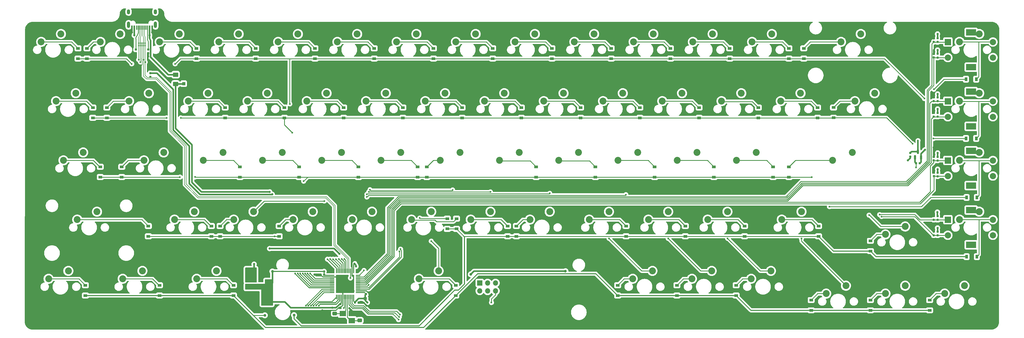
<source format=gbr>
%TF.GenerationSoftware,KiCad,Pcbnew,(6.0.6-0)*%
%TF.CreationDate,2022-07-20T23:02:43+08:00*%
%TF.ProjectId,SCO68R,53434f36-3852-42e6-9b69-6361645f7063,rev?*%
%TF.SameCoordinates,Original*%
%TF.FileFunction,Copper,L2,Bot*%
%TF.FilePolarity,Positive*%
%FSLAX46Y46*%
G04 Gerber Fmt 4.6, Leading zero omitted, Abs format (unit mm)*
G04 Created by KiCad (PCBNEW (6.0.6-0)) date 2022-07-20 23:02:43*
%MOMM*%
%LPD*%
G01*
G04 APERTURE LIST*
G04 Aperture macros list*
%AMRoundRect*
0 Rectangle with rounded corners*
0 $1 Rounding radius*
0 $2 $3 $4 $5 $6 $7 $8 $9 X,Y pos of 4 corners*
0 Add a 4 corners polygon primitive as box body*
4,1,4,$2,$3,$4,$5,$6,$7,$8,$9,$2,$3,0*
0 Add four circle primitives for the rounded corners*
1,1,$1+$1,$2,$3*
1,1,$1+$1,$4,$5*
1,1,$1+$1,$6,$7*
1,1,$1+$1,$8,$9*
0 Add four rect primitives between the rounded corners*
20,1,$1+$1,$2,$3,$4,$5,0*
20,1,$1+$1,$4,$5,$6,$7,0*
20,1,$1+$1,$6,$7,$8,$9,0*
20,1,$1+$1,$8,$9,$2,$3,0*%
G04 Aperture macros list end*
%TA.AperFunction,ComponentPad*%
%ADD10C,2.224000*%
%TD*%
%TA.AperFunction,ComponentPad*%
%ADD11R,2.000000X2.000000*%
%TD*%
%TA.AperFunction,ComponentPad*%
%ADD12C,2.000000*%
%TD*%
%TA.AperFunction,ComponentPad*%
%ADD13R,3.200000X2.000000*%
%TD*%
%TA.AperFunction,SMDPad,CuDef*%
%ADD14R,0.900000X1.200000*%
%TD*%
%TA.AperFunction,SMDPad,CuDef*%
%ADD15R,1.200000X0.900000*%
%TD*%
%TA.AperFunction,SMDPad,CuDef*%
%ADD16RoundRect,0.250000X0.412500X0.650000X-0.412500X0.650000X-0.412500X-0.650000X0.412500X-0.650000X0*%
%TD*%
%TA.AperFunction,SMDPad,CuDef*%
%ADD17RoundRect,0.155000X0.212500X0.155000X-0.212500X0.155000X-0.212500X-0.155000X0.212500X-0.155000X0*%
%TD*%
%TA.AperFunction,SMDPad,CuDef*%
%ADD18RoundRect,0.160000X0.160000X-0.197500X0.160000X0.197500X-0.160000X0.197500X-0.160000X-0.197500X0*%
%TD*%
%TA.AperFunction,SMDPad,CuDef*%
%ADD19RoundRect,0.155000X0.155000X-0.212500X0.155000X0.212500X-0.155000X0.212500X-0.155000X-0.212500X0*%
%TD*%
%TA.AperFunction,SMDPad,CuDef*%
%ADD20RoundRect,0.160000X-0.160000X0.197500X-0.160000X-0.197500X0.160000X-0.197500X0.160000X0.197500X0*%
%TD*%
%TA.AperFunction,SMDPad,CuDef*%
%ADD21RoundRect,0.250000X-0.475000X0.337500X-0.475000X-0.337500X0.475000X-0.337500X0.475000X0.337500X0*%
%TD*%
%TA.AperFunction,SMDPad,CuDef*%
%ADD22R,2.000000X1.500000*%
%TD*%
%TA.AperFunction,SMDPad,CuDef*%
%ADD23R,2.000000X3.800000*%
%TD*%
%TA.AperFunction,SMDPad,CuDef*%
%ADD24RoundRect,0.160000X0.197500X0.160000X-0.197500X0.160000X-0.197500X-0.160000X0.197500X-0.160000X0*%
%TD*%
%TA.AperFunction,SMDPad,CuDef*%
%ADD25R,0.300000X0.550000*%
%TD*%
%TA.AperFunction,SMDPad,CuDef*%
%ADD26R,0.400000X0.550000*%
%TD*%
%TA.AperFunction,SMDPad,CuDef*%
%ADD27R,2.100000X1.800000*%
%TD*%
%TA.AperFunction,ComponentPad*%
%ADD28R,1.700000X1.700000*%
%TD*%
%TA.AperFunction,ComponentPad*%
%ADD29O,1.700000X1.700000*%
%TD*%
%TA.AperFunction,SMDPad,CuDef*%
%ADD30RoundRect,0.075000X0.075000X-0.662500X0.075000X0.662500X-0.075000X0.662500X-0.075000X-0.662500X0*%
%TD*%
%TA.AperFunction,SMDPad,CuDef*%
%ADD31RoundRect,0.075000X0.662500X-0.075000X0.662500X0.075000X-0.662500X0.075000X-0.662500X-0.075000X0*%
%TD*%
%TA.AperFunction,SMDPad,CuDef*%
%ADD32R,0.600000X1.450000*%
%TD*%
%TA.AperFunction,SMDPad,CuDef*%
%ADD33R,0.300000X1.450000*%
%TD*%
%TA.AperFunction,ComponentPad*%
%ADD34O,1.000000X2.100000*%
%TD*%
%TA.AperFunction,ComponentPad*%
%ADD35O,1.000000X1.600000*%
%TD*%
%TA.AperFunction,SMDPad,CuDef*%
%ADD36RoundRect,0.250000X0.475000X-0.337500X0.475000X0.337500X-0.475000X0.337500X-0.475000X-0.337500X0*%
%TD*%
%TA.AperFunction,SMDPad,CuDef*%
%ADD37RoundRect,0.155000X-0.212500X-0.155000X0.212500X-0.155000X0.212500X0.155000X-0.212500X0.155000X0*%
%TD*%
%TA.AperFunction,SMDPad,CuDef*%
%ADD38R,1.100000X1.100000*%
%TD*%
%TA.AperFunction,SMDPad,CuDef*%
%ADD39RoundRect,0.250000X-0.412500X-0.650000X0.412500X-0.650000X0.412500X0.650000X-0.412500X0.650000X0*%
%TD*%
%TA.AperFunction,SMDPad,CuDef*%
%ADD40RoundRect,0.250001X-0.624999X0.462499X-0.624999X-0.462499X0.624999X-0.462499X0.624999X0.462499X0*%
%TD*%
%TA.AperFunction,SMDPad,CuDef*%
%ADD41RoundRect,0.237500X-0.300000X-0.237500X0.300000X-0.237500X0.300000X0.237500X-0.300000X0.237500X0*%
%TD*%
%TA.AperFunction,SMDPad,CuDef*%
%ADD42RoundRect,0.150000X0.150000X-0.587500X0.150000X0.587500X-0.150000X0.587500X-0.150000X-0.587500X0*%
%TD*%
%TA.AperFunction,SMDPad,CuDef*%
%ADD43RoundRect,0.155000X-0.155000X0.212500X-0.155000X-0.212500X0.155000X-0.212500X0.155000X0.212500X0*%
%TD*%
%TA.AperFunction,ViaPad*%
%ADD44C,0.700000*%
%TD*%
%TA.AperFunction,ViaPad*%
%ADD45C,0.900000*%
%TD*%
%TA.AperFunction,ViaPad*%
%ADD46C,0.600000*%
%TD*%
%TA.AperFunction,Conductor*%
%ADD47C,0.250000*%
%TD*%
%TA.AperFunction,Conductor*%
%ADD48C,0.500000*%
%TD*%
%TA.AperFunction,Conductor*%
%ADD49C,0.200000*%
%TD*%
%TA.AperFunction,Conductor*%
%ADD50C,0.300000*%
%TD*%
%TA.AperFunction,Conductor*%
%ADD51C,0.254000*%
%TD*%
G04 APERTURE END LIST*
D10*
%TO.P,KSW4,1,KSW_A*%
%TO.N,COL 3*%
X23090000Y119380000D03*
%TO.P,KSW4,2,KSW_B*%
%TO.N,Net-(D4-Pad2)*%
X16740000Y116840000D03*
%TD*%
%TO.P,KSW14,1,KSW_A*%
%TO.N,COL 13*%
X223115000Y119380000D03*
%TO.P,KSW14,2,KSW_B*%
%TO.N,Net-(D14-Pad2)*%
X216765000Y116840000D03*
%TD*%
%TO.P,KSW40,1,KSW_A*%
%TO.N,COL 9*%
X151368125Y81280000D03*
%TO.P,KSW40,2,KSW_B*%
%TO.N,Net-(D40-Pad2)*%
X145018125Y78740000D03*
%TD*%
%TO.P,KSW57,1,KSW_A*%
%TO.N,COL 13*%
X237402500Y57467500D03*
%TO.P,KSW57,2,KSW_B*%
%TO.N,Net-(D57-Pad2)*%
X231052500Y54927500D03*
%TD*%
%TO.P,KSW39,1,KSW_A*%
%TO.N,COL 8*%
X132318125Y81280000D03*
%TO.P,KSW39,2,KSW_B*%
%TO.N,Net-(D39-Pad2)*%
X125968125Y78740000D03*
%TD*%
%TO.P,KSW61,1,KSW_A*%
%TO.N,COL 2*%
X15946250Y43180000D03*
%TO.P,KSW61,2,KSW_B*%
%TO.N,Net-(D61-Pad2)*%
X9596250Y40640000D03*
%TD*%
%TO.P,KSW43,1,KSW_A*%
%TO.N,COL 13*%
X220424375Y81280000D03*
%TO.P,KSW43,2,KSW_B*%
%TO.N,Net-(D43-Pad2)*%
X214074375Y78740000D03*
%TD*%
%TO.P,KSW16,1,KSW_A*%
%TO.N,COL 0*%
X-29297500Y100330000D03*
%TO.P,KSW16,2,KSW_B*%
%TO.N,Net-(D16-Pad2)*%
X-35647500Y97790000D03*
%TD*%
%TO.P,KSW41,1,KSW_A*%
%TO.N,COL 10*%
X170418125Y81280000D03*
%TO.P,KSW41,2,KSW_B*%
%TO.N,Net-(D41-Pad2)*%
X164068125Y78740000D03*
%TD*%
%TO.P,KSW5,1,KSW_A*%
%TO.N,COL 4*%
X42140000Y119380000D03*
%TO.P,KSW5,2,KSW_B*%
%TO.N,Net-(D5-Pad2)*%
X35790000Y116840000D03*
%TD*%
%TO.P,KSW22,1,KSW_A*%
%TO.N,COL 6*%
X89455625Y100330000D03*
%TO.P,KSW22,2,KSW_B*%
%TO.N,Net-(D22-Pad2)*%
X83105625Y97790000D03*
%TD*%
%TO.P,KSW27,1,KSW_A*%
%TO.N,COL 11*%
X184705625Y100330000D03*
%TO.P,KSW27,2,KSW_B*%
%TO.N,Net-(D27-Pad2)*%
X178355625Y97790000D03*
%TD*%
%TO.P,KSW1,1,KSW_A*%
%TO.N,COL 0*%
X-34060000Y119380000D03*
%TO.P,KSW1,2,KSW_B*%
%TO.N,Net-(D1-Pad2)*%
X-40410000Y116840000D03*
%TD*%
%TO.P,KSW37,1,KSW_A*%
%TO.N,COL 6*%
X94218125Y81280000D03*
%TO.P,KSW37,2,KSW_B*%
%TO.N,Net-(D37-Pad2)*%
X87868125Y78740000D03*
%TD*%
%TO.P,KSW34,1,KSW_A*%
%TO.N,COL 3*%
X37068125Y81280000D03*
%TO.P,KSW34,2,KSW_B*%
%TO.N,Net-(D34-Pad2)*%
X30718125Y78740000D03*
%TD*%
%TO.P,KSW58,1,KSW_A*%
%TO.N,COL 14*%
X261215000Y62230000D03*
%TO.P,KSW58,2,KSW_B*%
%TO.N,Net-(D58-Pad2)*%
X254865000Y59690000D03*
%TD*%
%TO.P,KSW59,1,KSW_A*%
%TO.N,COL 0*%
X-31678750Y43180000D03*
%TO.P,KSW59,2,KSW_B*%
%TO.N,Net-(D59-Pad2)*%
X-38028750Y40640000D03*
%TD*%
%TO.P,KSW21,1,KSW_A*%
%TO.N,COL 5*%
X70405625Y100330000D03*
%TO.P,KSW21,2,KSW_B*%
%TO.N,Net-(D21-Pad2)*%
X64055625Y97790000D03*
%TD*%
%TO.P,KSW52,1,KSW_A*%
%TO.N,COL 8*%
X123102500Y62230000D03*
%TO.P,KSW52,2,KSW_B*%
%TO.N,Net-(D52-Pad2)*%
X116752500Y59690000D03*
%TD*%
%TO.P,KSW56,1,KSW_A*%
%TO.N,COL 12*%
X204065000Y62230000D03*
%TO.P,KSW56,2,KSW_B*%
%TO.N,Net-(D56-Pad2)*%
X197715000Y59690000D03*
%TD*%
%TO.P,KSW17,1,KSW_A*%
%TO.N,COL 1*%
X-5794375Y100330000D03*
%TO.P,KSW17,2,KSW_B*%
%TO.N,Net-(D17-Pad2)*%
X-12144375Y97790000D03*
%TD*%
%TO.P,KSW44,1,KSW_A*%
%TO.N,COL 14*%
X261215000Y81280000D03*
%TO.P,KSW44,2,KSW_B*%
%TO.N,Net-(D44-Pad2)*%
X254865000Y78740000D03*
%TD*%
%TO.P,KSW6,1,KSW_A*%
%TO.N,COL 5*%
X61190000Y119380000D03*
%TO.P,KSW6,2,KSW_B*%
%TO.N,Net-(D6-Pad2)*%
X54840000Y116840000D03*
%TD*%
%TO.P,KSW20,1,KSW_A*%
%TO.N,COL 4*%
X51355625Y100330000D03*
%TO.P,KSW20,2,KSW_B*%
%TO.N,Net-(D20-Pad2)*%
X45005625Y97790000D03*
%TD*%
%TO.P,KSW15,1,KSW_A*%
%TO.N,COL 14*%
X261215000Y119380000D03*
%TO.P,KSW15,2,KSW_B*%
%TO.N,Net-(D15-Pad2)*%
X254865000Y116840000D03*
%TD*%
%TO.P,KSW68,1,KSW_A*%
%TO.N,COL 14*%
X256452500Y38417500D03*
%TO.P,KSW68,2,KSW_B*%
%TO.N,Net-(D68-Pad2)*%
X250102500Y35877500D03*
%TD*%
%TO.P,KSW62,1,KSW_A*%
%TO.N,COL 6*%
X87383750Y43180000D03*
%TO.P,KSW62,2,KSW_B*%
%TO.N,Net-(D62-Pad2)*%
X81033750Y40640000D03*
%TD*%
%TO.P,KSW9,1,KSW_A*%
%TO.N,COL 8*%
X118340000Y119380000D03*
%TO.P,KSW9,2,KSW_B*%
%TO.N,Net-(D9-Pad2)*%
X111990000Y116840000D03*
%TD*%
%TO.P,KSW36,1,KSW_A*%
%TO.N,COL 5*%
X75168125Y81280000D03*
%TO.P,KSW36,2,KSW_B*%
%TO.N,Net-(D36-Pad2)*%
X68818125Y78740000D03*
%TD*%
%TO.P,KSW64,1,KSW_A*%
%TO.N,COL 10*%
X175180625Y43180000D03*
%TO.P,KSW64,2,KSW_B*%
%TO.N,Net-(D64-Pad2)*%
X168830625Y40640000D03*
%TD*%
%TO.P,KSW51,1,KSW_A*%
%TO.N,COL 7*%
X104052500Y62230000D03*
%TO.P,KSW51,2,KSW_B*%
%TO.N,Net-(D51-Pad2)*%
X97702500Y59690000D03*
%TD*%
%TO.P,KSW49,1,KSW_A*%
%TO.N,COL 5*%
X65952500Y62230000D03*
%TO.P,KSW49,2,KSW_B*%
%TO.N,Net-(D49-Pad2)*%
X59602500Y59690000D03*
%TD*%
%TO.P,KSW33,1,KSW_A*%
%TO.N,COL 2*%
X18018125Y81280000D03*
%TO.P,KSW33,2,KSW_B*%
%TO.N,Net-(D33-Pad2)*%
X11668125Y78740000D03*
%TD*%
%TO.P,KSW3,1,KSW_A*%
%TO.N,COL 2*%
X4040000Y119380000D03*
%TO.P,KSW3,2,KSW_B*%
%TO.N,Net-(D3-Pad2)*%
X-2310000Y116840000D03*
%TD*%
%TO.P,KSW65,1,KSW_A*%
%TO.N,COL 11*%
X194230625Y43180000D03*
%TO.P,KSW65,2,KSW_B*%
%TO.N,Net-(D65-Pad2)*%
X187880625Y40640000D03*
%TD*%
%TO.P,KSW60,1,KSW_A*%
%TO.N,COL 1*%
X-7866250Y43180000D03*
%TO.P,KSW60,2,KSW_B*%
%TO.N,Net-(D60-Pad2)*%
X-14216250Y40640000D03*
%TD*%
%TO.P,KSW23,1,KSW_A*%
%TO.N,COL 7*%
X108505625Y100330000D03*
%TO.P,KSW23,2,KSW_B*%
%TO.N,Net-(D23-Pad2)*%
X102155625Y97790000D03*
%TD*%
%TO.P,KSW13,1,KSW_A*%
%TO.N,COL 12*%
X194540000Y119380000D03*
%TO.P,KSW13,2,KSW_B*%
%TO.N,Net-(D13-Pad2)*%
X188190000Y116840000D03*
%TD*%
%TO.P,KSW46,1,KSW_A*%
%TO.N,COL 2*%
X8802500Y62230000D03*
%TO.P,KSW46,2,KSW_B*%
%TO.N,Net-(D46-Pad2)*%
X2452500Y59690000D03*
%TD*%
%TO.P,KSW28,1,KSW_A*%
%TO.N,COL 12*%
X203755625Y100330000D03*
%TO.P,KSW28,2,KSW_B*%
%TO.N,Net-(D28-Pad2)*%
X197405625Y97790000D03*
%TD*%
%TO.P,KSW67,1,KSW_A*%
%TO.N,COL 13*%
X237402500Y38417500D03*
%TO.P,KSW67,2,KSW_B*%
%TO.N,Net-(D67-Pad2)*%
X231052500Y35877500D03*
%TD*%
D11*
%TO.P,KSWR1,A,ROT_A*%
%TO.N,ROT1_A*%
X251115625Y116800000D03*
D12*
%TO.P,KSWR1,B,ROT_B*%
%TO.N,ROT1_B*%
X251115625Y111800000D03*
%TO.P,KSWR1,C,GND*%
%TO.N,GND*%
X251115625Y114300000D03*
D13*
%TO.P,KSWR1,MP*%
%TO.N,N/C*%
X258615625Y108700000D03*
X258615625Y119900000D03*
D12*
%TO.P,KSWR1,S1,KSW_A*%
%TO.N,COL 14*%
X265615625Y111800000D03*
%TO.P,KSWR1,S2,KSW_B*%
%TO.N,Net-(D15-Pad2)*%
X265615625Y116800000D03*
%TD*%
D10*
%TO.P,KSW45,1,KSW_A*%
%TO.N,COL 0*%
X-22463125Y62230000D03*
%TO.P,KSW45,2,KSW_B*%
%TO.N,Net-(D45-Pad2)*%
X-28813125Y59690000D03*
%TD*%
%TO.P,KSW32,1,KSW_A*%
%TO.N,COL 1*%
X-1031875Y81280000D03*
%TO.P,KSW32,2,KSW_B*%
%TO.N,Net-(D32-Pad2)*%
X-7381875Y78740000D03*
%TD*%
%TO.P,KSW24,1,KSW_A*%
%TO.N,COL 8*%
X127555625Y100330000D03*
%TO.P,KSW24,2,KSW_B*%
%TO.N,Net-(D24-Pad2)*%
X121205625Y97790000D03*
%TD*%
%TO.P,KSW26,1,KSW_A*%
%TO.N,COL 10*%
X165655625Y100330000D03*
%TO.P,KSW26,2,KSW_B*%
%TO.N,Net-(D26-Pad2)*%
X159305625Y97790000D03*
%TD*%
%TO.P,KSW63,1,KSW_A*%
%TO.N,COL 9*%
X156130625Y43180000D03*
%TO.P,KSW63,2,KSW_B*%
%TO.N,Net-(D63-Pad2)*%
X149780625Y40640000D03*
%TD*%
%TO.P,KSW55,1,KSW_A*%
%TO.N,COL 11*%
X180252500Y62230000D03*
%TO.P,KSW55,2,KSW_B*%
%TO.N,Net-(D55-Pad2)*%
X173902500Y59690000D03*
%TD*%
%TO.P,KSW31,1,KSW_A*%
%TO.N,COL 0*%
X-26916250Y81280000D03*
%TO.P,KSW31,2,KSW_B*%
%TO.N,Net-(D31-Pad2)*%
X-33266250Y78740000D03*
%TD*%
%TO.P,KSW30,1,KSW_A*%
%TO.N,COL 14*%
X261215000Y100330000D03*
%TO.P,KSW30,2,KSW_B*%
%TO.N,Net-(D30-Pad2)*%
X254865000Y97790000D03*
%TD*%
%TO.P,KSW25,1,KSW_A*%
%TO.N,COL 9*%
X146605625Y100330000D03*
%TO.P,KSW25,2,KSW_B*%
%TO.N,Net-(D25-Pad2)*%
X140255625Y97790000D03*
%TD*%
%TO.P,KSW10,1,KSW_A*%
%TO.N,COL 9*%
X137390000Y119380000D03*
%TO.P,KSW10,2,KSW_B*%
%TO.N,Net-(D10-Pad2)*%
X131040000Y116840000D03*
%TD*%
%TO.P,KSW2,1,KSW_A*%
%TO.N,COL 1*%
X-15010000Y119380000D03*
%TO.P,KSW2,2,KSW_B*%
%TO.N,Net-(D2-Pad2)*%
X-21360000Y116840000D03*
%TD*%
%TO.P,KSW11,1,KSW_A*%
%TO.N,COL 10*%
X156440000Y119380000D03*
%TO.P,KSW11,2,KSW_B*%
%TO.N,Net-(D11-Pad2)*%
X150090000Y116840000D03*
%TD*%
%TO.P,KSW42,1,KSW_A*%
%TO.N,COL 11*%
X189468125Y81280000D03*
%TO.P,KSW42,2,KSW_B*%
%TO.N,Net-(D42-Pad2)*%
X183118125Y78740000D03*
%TD*%
%TO.P,KSW53,1,KSW_A*%
%TO.N,COL 9*%
X142152500Y62230000D03*
%TO.P,KSW53,2,KSW_B*%
%TO.N,Net-(D53-Pad2)*%
X135802500Y59690000D03*
%TD*%
%TO.P,KSW47,1,KSW_A*%
%TO.N,COL 3*%
X27852500Y62230000D03*
%TO.P,KSW47,2,KSW_B*%
%TO.N,Net-(D47-Pad2)*%
X21502500Y59690000D03*
%TD*%
%TO.P,KSW19,1,KSW_A*%
%TO.N,COL 3*%
X32305625Y100330000D03*
%TO.P,KSW19,2,KSW_B*%
%TO.N,Net-(D19-Pad2)*%
X25955625Y97790000D03*
%TD*%
%TO.P,KSW18,1,KSW_A*%
%TO.N,COL 2*%
X13255625Y100330000D03*
%TO.P,KSW18,2,KSW_B*%
%TO.N,Net-(D18-Pad2)*%
X6905625Y97790000D03*
%TD*%
%TO.P,KSW35,1,KSW_A*%
%TO.N,COL 4*%
X56118125Y81280000D03*
%TO.P,KSW35,2,KSW_B*%
%TO.N,Net-(D35-Pad2)*%
X49768125Y78740000D03*
%TD*%
D11*
%TO.P,KSWR2,A,ROT_A*%
%TO.N,ROT2_A*%
X251115625Y97750000D03*
D12*
%TO.P,KSWR2,B,ROT_B*%
%TO.N,ROT2_B*%
X251115625Y92750000D03*
%TO.P,KSWR2,C,GND*%
%TO.N,GND*%
X251115625Y95250000D03*
D13*
%TO.P,KSWR2,MP*%
%TO.N,N/C*%
X258615625Y100850000D03*
X258615625Y89650000D03*
D12*
%TO.P,KSWR2,S1,KSW_A*%
%TO.N,COL 14*%
X265615625Y92750000D03*
%TO.P,KSWR2,S2,KSW_B*%
%TO.N,Net-(D30-Pad2)*%
X265615625Y97750000D03*
%TD*%
D10*
%TO.P,KSW8,1,KSW_A*%
%TO.N,COL 7*%
X99290000Y119380000D03*
%TO.P,KSW8,2,KSW_B*%
%TO.N,Net-(D8-Pad2)*%
X92940000Y116840000D03*
%TD*%
%TO.P,KSW66,1,KSW_A*%
%TO.N,COL 12*%
X218352500Y38417500D03*
%TO.P,KSW66,2,KSW_B*%
%TO.N,Net-(D66-Pad2)*%
X212002500Y35877500D03*
%TD*%
%TO.P,KSW50,1,KSW_A*%
%TO.N,COL 6*%
X85002500Y62230000D03*
%TO.P,KSW50,2,KSW_B*%
%TO.N,Net-(D50-Pad2)*%
X78652500Y59690000D03*
%TD*%
%TO.P,KSW54,1,KSW_A*%
%TO.N,COL 10*%
X161202500Y62230000D03*
%TO.P,KSW54,2,KSW_B*%
%TO.N,Net-(D54-Pad2)*%
X154852500Y59690000D03*
%TD*%
D11*
%TO.P,KSWR4,A,ROT_A*%
%TO.N,ROT4_A*%
X251115625Y59650000D03*
D12*
%TO.P,KSWR4,B,ROT_B*%
%TO.N,ROT4_B*%
X251115625Y54650000D03*
%TO.P,KSWR4,C,GND*%
%TO.N,GND*%
X251115625Y57150000D03*
D13*
%TO.P,KSWR4,MP*%
%TO.N,N/C*%
X258615625Y62750000D03*
X258615625Y51550000D03*
D12*
%TO.P,KSWR4,S1,KSW_A*%
%TO.N,COL 14*%
X265615625Y54650000D03*
%TO.P,KSWR4,S2,KSW_B*%
%TO.N,Net-(D58-Pad2)*%
X265615625Y59650000D03*
%TD*%
D10*
%TO.P,KSW12,1,KSW_A*%
%TO.N,COL 11*%
X175490000Y119380000D03*
%TO.P,KSW12,2,KSW_B*%
%TO.N,Net-(D12-Pad2)*%
X169140000Y116840000D03*
%TD*%
%TO.P,KSW7,1,KSW_A*%
%TO.N,COL 6*%
X80240000Y119380000D03*
%TO.P,KSW7,2,KSW_B*%
%TO.N,Net-(D7-Pad2)*%
X73890000Y116840000D03*
%TD*%
%TO.P,KSW29,1,KSW_A*%
%TO.N,COL 13*%
X227568125Y100330000D03*
%TO.P,KSW29,2,KSW_B*%
%TO.N,Net-(D29-Pad2)*%
X221218125Y97790000D03*
%TD*%
%TO.P,KSW38,1,KSW_A*%
%TO.N,COL 7*%
X113268125Y81280000D03*
%TO.P,KSW38,2,KSW_B*%
%TO.N,Net-(D38-Pad2)*%
X106918125Y78740000D03*
%TD*%
%TO.P,KSW48,1,KSW_A*%
%TO.N,COL 4*%
X46902500Y62230000D03*
%TO.P,KSW48,2,KSW_B*%
%TO.N,Net-(D48-Pad2)*%
X40552500Y59690000D03*
%TD*%
D11*
%TO.P,KSWR3,A,ROT_A*%
%TO.N,ROT3_A*%
X251115625Y78700000D03*
D12*
%TO.P,KSWR3,B,ROT_B*%
%TO.N,ROT3_B*%
X251115625Y73700000D03*
%TO.P,KSWR3,C,GND*%
%TO.N,GND*%
X251115625Y76200000D03*
D13*
%TO.P,KSWR3,MP*%
%TO.N,N/C*%
X258615625Y70600000D03*
X258615625Y81800000D03*
D12*
%TO.P,KSWR3,S1,KSW_A*%
%TO.N,COL 14*%
X265615625Y73700000D03*
%TO.P,KSWR3,S2,KSW_B*%
%TO.N,Net-(D44-Pad2)*%
X265615625Y78700000D03*
%TD*%
D14*
%TO.P,D30,1,K*%
%TO.N,ROW 1*%
X256950000Y85800000D03*
%TO.P,D30,2,A*%
%TO.N,Net-(D30-Pad2)*%
X260250000Y85800000D03*
%TD*%
D15*
%TO.P,D67,1,K*%
%TO.N,ROW 4*%
X226218750Y30496875D03*
%TO.P,D67,2,A*%
%TO.N,Net-(D67-Pad2)*%
X226218750Y33796875D03*
%TD*%
D16*
%TO.P,C2,1*%
%TO.N,+3.3V*%
X31174633Y33163857D03*
%TO.P,C2,2*%
%TO.N,GND*%
X28049633Y33163857D03*
%TD*%
D15*
%TO.P,D55,1,K*%
%TO.N,ROW 3*%
X185737500Y54309375D03*
%TO.P,D55,2,A*%
%TO.N,Net-(D55-Pad2)*%
X185737500Y57609375D03*
%TD*%
%TO.P,D29,1,K*%
%TO.N,ROW 1*%
X214360000Y92430000D03*
%TO.P,D29,2,A*%
%TO.N,Net-(D29-Pad2)*%
X214360000Y95730000D03*
%TD*%
%TO.P,D64,1,K*%
%TO.N,ROW 4*%
X163996875Y35259375D03*
%TO.P,D64,2,A*%
%TO.N,Net-(D64-Pad2)*%
X163996875Y38559375D03*
%TD*%
%TO.P,D16,1,K*%
%TO.N,ROW 1*%
X-23812500Y92409375D03*
%TO.P,D16,2,A*%
%TO.N,Net-(D16-Pad2)*%
X-23812500Y95709375D03*
%TD*%
D17*
%TO.P,C7,1*%
%TO.N,+3.3V*%
X50567502Y41950000D03*
%TO.P,C7,2*%
%TO.N,GND*%
X49432502Y41950000D03*
%TD*%
D15*
%TO.P,D27,1,K*%
%TO.N,ROW 1*%
X190190625Y92409375D03*
%TO.P,D27,2,A*%
%TO.N,Net-(D27-Pad2)*%
X190190625Y95709375D03*
%TD*%
%TO.P,D53,1,K*%
%TO.N,ROW 3*%
X147637500Y54309375D03*
%TO.P,D53,2,A*%
%TO.N,Net-(D53-Pad2)*%
X147637500Y57609375D03*
%TD*%
D14*
%TO.P,D44,1,K*%
%TO.N,ROW 2*%
X257150000Y66800000D03*
%TO.P,D44,2,A*%
%TO.N,Net-(D44-Pad2)*%
X260450000Y66800000D03*
%TD*%
D15*
%TO.P,D60,1,K*%
%TO.N,ROW 4*%
X-2381250Y35259375D03*
%TO.P,D60,2,A*%
%TO.N,Net-(D60-Pad2)*%
X-2381250Y38559375D03*
%TD*%
%TO.P,D31,1,K*%
%TO.N,ROW 2*%
X-21431250Y73359375D03*
%TO.P,D31,2,A*%
%TO.N,Net-(D31-Pad2)*%
X-21431250Y76659375D03*
%TD*%
%TO.P,D4,1,K*%
%TO.N,ROW 0*%
X28575000Y111459375D03*
%TO.P,D4,2,A*%
%TO.N,Net-(D4-Pad2)*%
X28575000Y114759375D03*
%TD*%
%TO.P,D41,1,K*%
%TO.N,ROW 2*%
X175903125Y73359375D03*
%TO.P,D41,2,A*%
%TO.N,Net-(D41-Pad2)*%
X175903125Y76659375D03*
%TD*%
%TO.P,D24,1,K*%
%TO.N,ROW 1*%
X133040625Y92409375D03*
%TO.P,D24,2,A*%
%TO.N,Net-(D24-Pad2)*%
X133040625Y95709375D03*
%TD*%
D18*
%TO.P,R14,1*%
%TO.N,ROT4_B*%
X247800000Y54602500D03*
%TO.P,R14,2*%
%TO.N,+3.3V*%
X247800000Y55797500D03*
%TD*%
D15*
%TO.P,D23,1,K*%
%TO.N,ROW 1*%
X113990625Y92409375D03*
%TO.P,D23,2,A*%
%TO.N,Net-(D23-Pad2)*%
X113990625Y95709375D03*
%TD*%
%TO.P,D38,1,K*%
%TO.N,ROW 2*%
X118753125Y73359375D03*
%TO.P,D38,2,A*%
%TO.N,Net-(D38-Pad2)*%
X118753125Y76659375D03*
%TD*%
%TO.P,D19,1,K*%
%TO.N,ROW 1*%
X37790625Y92409375D03*
%TO.P,D19,2,A*%
%TO.N,Net-(D19-Pad2)*%
X37790625Y95709375D03*
%TD*%
D19*
%TO.P,C8,1*%
%TO.N,+3.3V*%
X60300001Y45482499D03*
%TO.P,C8,2*%
%TO.N,GND*%
X60300001Y46617499D03*
%TD*%
%TO.P,C17,1*%
%TO.N,ROT2_A*%
X246600000Y97832500D03*
%TO.P,C17,2*%
%TO.N,GND*%
X246600000Y98967500D03*
%TD*%
D15*
%TO.P,D26,1,K*%
%TO.N,ROW 1*%
X171140625Y92409375D03*
%TO.P,D26,2,A*%
%TO.N,Net-(D26-Pad2)*%
X171140625Y95709375D03*
%TD*%
%TO.P,D48,1,K*%
%TO.N,ROW 3*%
X36100000Y54309375D03*
%TO.P,D48,2,A*%
%TO.N,Net-(D48-Pad2)*%
X36100000Y57609375D03*
%TD*%
%TO.P,D21,1,K*%
%TO.N,ROW 1*%
X75890625Y92409375D03*
%TO.P,D21,2,A*%
%TO.N,Net-(D21-Pad2)*%
X75890625Y95709375D03*
%TD*%
%TO.P,D33,1,K*%
%TO.N,ROW 2*%
X23503125Y73359375D03*
%TO.P,D33,2,A*%
%TO.N,Net-(D33-Pad2)*%
X23503125Y76659375D03*
%TD*%
D20*
%TO.P,R2,1*%
%TO.N,Net-(J1-PadA5)*%
X-10000000Y114397501D03*
%TO.P,R2,2*%
%TO.N,GND*%
X-10000000Y113202501D03*
%TD*%
D14*
%TO.P,D58,1,K*%
%TO.N,ROW 3*%
X257150000Y47750000D03*
%TO.P,D58,2,A*%
%TO.N,Net-(D58-Pad2)*%
X260450000Y47750000D03*
%TD*%
D21*
%TO.P,C4,1*%
%TO.N,HSE_OUT*%
X53976566Y29507082D03*
%TO.P,C4,2*%
%TO.N,GND*%
X53976566Y27432082D03*
%TD*%
D15*
%TO.P,D49,1,K*%
%TO.N,ROW 3*%
X90170000Y56690625D03*
%TO.P,D49,2,A*%
%TO.N,Net-(D49-Pad2)*%
X90170000Y59990625D03*
%TD*%
D20*
%TO.P,R3,1*%
%TO.N,Net-(J1-PadB5)*%
X-6000000Y114397501D03*
%TO.P,R3,2*%
%TO.N,GND*%
X-6000000Y113202501D03*
%TD*%
D15*
%TO.P,D14,1,K*%
%TO.N,ROW 0*%
X204787500Y111459375D03*
%TO.P,D14,2,A*%
%TO.N,Net-(D14-Pad2)*%
X204787500Y114759375D03*
%TD*%
%TO.P,D50,1,K*%
%TO.N,ROW 3*%
X93132500Y56690625D03*
%TO.P,D50,2,A*%
%TO.N,Net-(D50-Pad2)*%
X93132500Y59990625D03*
%TD*%
D22*
%TO.P,U1,1,GND*%
%TO.N,GND*%
X26462133Y35813603D03*
%TO.P,U1,2,VO*%
%TO.N,+3.3V*%
X26462133Y38113603D03*
D23*
X32762133Y38113603D03*
D22*
%TO.P,U1,3,VI*%
%TO.N,+5V*%
X26462133Y40413603D03*
%TD*%
D24*
%TO.P,R5,1*%
%TO.N,+3.3V*%
X242117500Y77800000D03*
%TO.P,R5,2*%
%TO.N,NEOPIXEL_DRIVE_L*%
X240922500Y77800000D03*
%TD*%
D15*
%TO.P,D12,1,K*%
%TO.N,ROW 0*%
X180975000Y111459375D03*
%TO.P,D12,2,A*%
%TO.N,Net-(D12-Pad2)*%
X180975000Y114759375D03*
%TD*%
%TO.P,D47,1,K*%
%TO.N,ROW 3*%
X17100000Y54309375D03*
%TO.P,D47,2,A*%
%TO.N,Net-(D47-Pad2)*%
X17100000Y57609375D03*
%TD*%
%TO.P,D66,1,K*%
%TO.N,ROW 4*%
X207168750Y30496875D03*
%TO.P,D66,2,A*%
%TO.N,Net-(D66-Pad2)*%
X207168750Y33796875D03*
%TD*%
D25*
%TO.P,U2,1,D1+*%
%TO.N,USB_D+*%
X-6999999Y115681876D03*
%TO.P,U2,2,D1-*%
%TO.N,USB_D-*%
X-7499999Y115681876D03*
D26*
%TO.P,U2,3,GND*%
%TO.N,GND*%
X-7999999Y115681876D03*
D25*
%TO.P,U2,4,D2+*%
%TO.N,USB_D+*%
X-8499999Y115681876D03*
%TO.P,U2,5,D2-*%
%TO.N,USB_D-*%
X-8999999Y115681876D03*
%TO.P,U2,6,NC*%
X-8999999Y116451876D03*
%TO.P,U2,7,NC*%
%TO.N,USB_D+*%
X-8499999Y116451876D03*
D26*
%TO.P,U2,8,GND*%
%TO.N,GND*%
X-7999999Y116451876D03*
D25*
%TO.P,U2,9,NC*%
%TO.N,USB_D-*%
X-7499999Y116451876D03*
%TO.P,U2,10,NC*%
%TO.N,USB_D+*%
X-6999999Y116451876D03*
%TD*%
D15*
%TO.P,D17,1,K*%
%TO.N,ROW 1*%
X-19300000Y92409375D03*
%TO.P,D17,2,A*%
%TO.N,Net-(D17-Pad2)*%
X-19300000Y95709375D03*
%TD*%
D27*
%TO.P,Y1,1,1*%
%TO.N,HSE_IN*%
X59450002Y27200000D03*
%TO.P,Y1,2,2*%
%TO.N,GND*%
X56550002Y27200000D03*
%TO.P,Y1,3,3*%
%TO.N,HSE_OUT*%
X56550002Y29500000D03*
%TO.P,Y1,4,4*%
%TO.N,GND*%
X59450002Y29500000D03*
%TD*%
D15*
%TO.P,D7,1,K*%
%TO.N,ROW 0*%
X85725000Y111459375D03*
%TO.P,D7,2,A*%
%TO.N,Net-(D7-Pad2)*%
X85725000Y114759375D03*
%TD*%
D18*
%TO.P,R6,1*%
%TO.N,+5V*%
X239020000Y79902502D03*
%TO.P,R6,2*%
%TO.N,NEOPIXEL_DRIVE_H*%
X239020000Y81097502D03*
%TD*%
%TO.P,R13,1*%
%TO.N,ROT4_A*%
X247800000Y59602500D03*
%TO.P,R13,2*%
%TO.N,+3.3V*%
X247800000Y60797500D03*
%TD*%
D15*
%TO.P,D3,1,K*%
%TO.N,ROW 0*%
X9525000Y111459375D03*
%TO.P,D3,2,A*%
%TO.N,Net-(D3-Pad2)*%
X9525000Y114759375D03*
%TD*%
%TO.P,D62,1,K*%
%TO.N,ROW 4*%
X92868750Y35259375D03*
%TO.P,D62,2,A*%
%TO.N,Net-(D62-Pad2)*%
X92868750Y38559375D03*
%TD*%
%TO.P,D68,1,K*%
%TO.N,ROW 4*%
X245268750Y30496875D03*
%TO.P,D68,2,A*%
%TO.N,Net-(D68-Pad2)*%
X245268750Y33796875D03*
%TD*%
D19*
%TO.P,C20,1*%
%TO.N,ROT3_B*%
X246650000Y73632500D03*
%TO.P,C20,2*%
%TO.N,GND*%
X246650000Y74767500D03*
%TD*%
D15*
%TO.P,D42,1,K*%
%TO.N,ROW 2*%
X194953125Y73359375D03*
%TO.P,D42,2,A*%
%TO.N,Net-(D42-Pad2)*%
X194953125Y76659375D03*
%TD*%
%TO.P,D54,1,K*%
%TO.N,ROW 3*%
X166687500Y54309375D03*
%TO.P,D54,2,A*%
%TO.N,Net-(D54-Pad2)*%
X166687500Y57609375D03*
%TD*%
%TO.P,D61,1,K*%
%TO.N,ROW 4*%
X21431250Y35259375D03*
%TO.P,D61,2,A*%
%TO.N,Net-(D61-Pad2)*%
X21431250Y38559375D03*
%TD*%
D19*
%TO.P,C22,1*%
%TO.N,ROT4_B*%
X246600000Y54632500D03*
%TO.P,C22,2*%
%TO.N,GND*%
X246600000Y55767500D03*
%TD*%
D15*
%TO.P,D28,1,K*%
%TO.N,ROW 1*%
X209240625Y92409375D03*
%TO.P,D28,2,A*%
%TO.N,Net-(D28-Pad2)*%
X209240625Y95709375D03*
%TD*%
%TO.P,D5,1,K*%
%TO.N,ROW 0*%
X47625000Y111459375D03*
%TO.P,D5,2,A*%
%TO.N,Net-(D5-Pad2)*%
X47625000Y114759375D03*
%TD*%
%TO.P,D22,1,K*%
%TO.N,ROW 1*%
X94940625Y92409375D03*
%TO.P,D22,2,A*%
%TO.N,Net-(D22-Pad2)*%
X94940625Y95709375D03*
%TD*%
%TO.P,D2,1,K*%
%TO.N,ROW 0*%
X-25700000Y111459375D03*
%TO.P,D2,2,A*%
%TO.N,Net-(D2-Pad2)*%
X-25700000Y114759375D03*
%TD*%
D19*
%TO.P,C21,1*%
%TO.N,ROT4_A*%
X246600000Y59632500D03*
%TO.P,C21,2*%
%TO.N,GND*%
X246600000Y60767500D03*
%TD*%
D15*
%TO.P,D6,1,K*%
%TO.N,ROW 0*%
X66675000Y111459375D03*
%TO.P,D6,2,A*%
%TO.N,Net-(D6-Pad2)*%
X66675000Y114759375D03*
%TD*%
D28*
%TO.P,J2,1,Pin_1*%
%TO.N,+3.3V*%
X100600000Y39285000D03*
D29*
%TO.P,J2,2,Pin_2*%
X100600000Y36745000D03*
%TO.P,J2,3,Pin_3*%
%TO.N,SWDIO*%
X103140000Y39285000D03*
%TO.P,J2,4,Pin_4*%
%TO.N,BOOT0*%
X103140000Y36745000D03*
%TO.P,J2,5,Pin_5*%
%TO.N,SWCLK*%
X105680000Y39285000D03*
%TO.P,J2,6,Pin_6*%
%TO.N,NRST*%
X105680000Y36745000D03*
%TO.P,J2,7,Pin_7*%
%TO.N,GND*%
X108220000Y39285000D03*
%TO.P,J2,8,Pin_8*%
X108220000Y36745000D03*
%TD*%
D15*
%TO.P,D63,1,K*%
%TO.N,ROW 4*%
X144946875Y35259375D03*
%TO.P,D63,2,A*%
%TO.N,Net-(D63-Pad2)*%
X144946875Y38559375D03*
%TD*%
D18*
%TO.P,R8,1*%
%TO.N,ROT1_B*%
X247800001Y111802500D03*
%TO.P,R8,2*%
%TO.N,+3.3V*%
X247800001Y112997500D03*
%TD*%
D30*
%TO.P,U3,1,VBAT*%
%TO.N,+3.3V*%
X60050000Y34837500D03*
%TO.P,U3,2,PC13*%
%TO.N,COL 12*%
X59550000Y34837500D03*
%TO.P,U3,3,PC14*%
%TO.N,COL 13*%
X59050000Y34837500D03*
%TO.P,U3,4,PC15*%
%TO.N,COL 14*%
X58550000Y34837500D03*
%TO.P,U3,5,PD0*%
%TO.N,HSE_IN*%
X58050000Y34837500D03*
%TO.P,U3,6,PD1*%
%TO.N,HSE_OUT*%
X57550000Y34837500D03*
%TO.P,U3,7,NRST*%
%TO.N,NRST*%
X57050000Y34837500D03*
%TO.P,U3,8,VSSA*%
%TO.N,GND*%
X56550000Y34837500D03*
%TO.P,U3,9,VDDA*%
%TO.N,+3.3V*%
X56050000Y34837500D03*
%TO.P,U3,10,PA0*%
%TO.N,COL 0*%
X55550000Y34837500D03*
%TO.P,U3,11,PA1*%
%TO.N,COL 1*%
X55050000Y34837500D03*
%TO.P,U3,12,PA2*%
%TO.N,unconnected-(U3-Pad12)*%
X54550000Y34837500D03*
D31*
%TO.P,U3,13,PA3*%
%TO.N,unconnected-(U3-Pad13)*%
X53137500Y36250000D03*
%TO.P,U3,14,PA4*%
%TO.N,COL 2*%
X53137500Y36750000D03*
%TO.P,U3,15,PA5*%
%TO.N,ROW 4*%
X53137500Y37250000D03*
%TO.P,U3,16,PA6*%
%TO.N,ROW 3*%
X53137500Y37750000D03*
%TO.P,U3,17,PA7*%
%TO.N,ROW 2*%
X53137500Y38250000D03*
%TO.P,U3,18,PB0*%
%TO.N,ROW 1*%
X53137500Y38750000D03*
%TO.P,U3,19,PB1*%
%TO.N,ROW 0*%
X53137500Y39250000D03*
%TO.P,U3,20,PB2*%
%TO.N,COL 4*%
X53137500Y39750000D03*
%TO.P,U3,21,PB10*%
%TO.N,COL 3*%
X53137500Y40250000D03*
%TO.P,U3,22,PB11*%
%TO.N,COL 5*%
X53137500Y40750000D03*
%TO.P,U3,23,VSS*%
%TO.N,GND*%
X53137500Y41250000D03*
%TO.P,U3,24,VDD*%
%TO.N,+3.3V*%
X53137500Y41750000D03*
D30*
%TO.P,U3,25,PB12*%
%TO.N,COL 6*%
X54550000Y43162500D03*
%TO.P,U3,26,PB13*%
%TO.N,COL 7*%
X55050000Y43162500D03*
%TO.P,U3,27,PB14*%
%TO.N,COL 8*%
X55550000Y43162500D03*
%TO.P,U3,28,PB15*%
%TO.N,COL 9*%
X56050000Y43162500D03*
%TO.P,U3,29,PA8*%
%TO.N,ROT4_A*%
X56550000Y43162500D03*
%TO.P,U3,30,PA9*%
%TO.N,ROT4_B*%
X57050000Y43162500D03*
%TO.P,U3,31,PA10*%
%TO.N,NEOPIXEL_DRIVE_L*%
X57550000Y43162500D03*
%TO.P,U3,32,PA11*%
%TO.N,USB_D-*%
X58050000Y43162500D03*
%TO.P,U3,33,PA12*%
%TO.N,USB_D+*%
X58550000Y43162500D03*
%TO.P,U3,34,PA13*%
%TO.N,SWDIO*%
X59050000Y43162500D03*
%TO.P,U3,35,VSS*%
%TO.N,GND*%
X59550000Y43162500D03*
%TO.P,U3,36,VDD*%
%TO.N,+3.3V*%
X60050000Y43162500D03*
D31*
%TO.P,U3,37,PA14*%
%TO.N,SWCLK*%
X61462500Y41750000D03*
%TO.P,U3,38,PA15*%
%TO.N,ROT1_A*%
X61462500Y41250000D03*
%TO.P,U3,39,PB3*%
%TO.N,ROT1_B*%
X61462500Y40750000D03*
%TO.P,U3,40,PB4*%
%TO.N,ROT2_A*%
X61462500Y40250000D03*
%TO.P,U3,41,PB5*%
%TO.N,ROT2_B*%
X61462500Y39750000D03*
%TO.P,U3,42,PB6*%
%TO.N,ROT3_A*%
X61462500Y39250000D03*
%TO.P,U3,43,PB7*%
%TO.N,ROT3_B*%
X61462500Y38750000D03*
%TO.P,U3,44,BOOT0*%
%TO.N,BOOT0*%
X61462500Y38250000D03*
%TO.P,U3,45,PB8*%
%TO.N,COL 11*%
X61462500Y37750000D03*
%TO.P,U3,46,PB9*%
%TO.N,COL 10*%
X61462500Y37250000D03*
%TO.P,U3,47,VSS*%
%TO.N,GND*%
X61462500Y36750000D03*
%TO.P,U3,48,VDD*%
%TO.N,+3.3V*%
X61462500Y36250000D03*
%TD*%
D15*
%TO.P,D39,1,K*%
%TO.N,ROW 2*%
X137803125Y73359375D03*
%TO.P,D39,2,A*%
%TO.N,Net-(D39-Pad2)*%
X137803125Y76659375D03*
%TD*%
%TO.P,D34,1,K*%
%TO.N,ROW 2*%
X42553125Y73359375D03*
%TO.P,D34,2,A*%
%TO.N,Net-(D34-Pad2)*%
X42553125Y76659375D03*
%TD*%
%TO.P,D40,1,K*%
%TO.N,ROW 2*%
X156853125Y73359375D03*
%TO.P,D40,2,A*%
%TO.N,Net-(D40-Pad2)*%
X156853125Y76659375D03*
%TD*%
%TO.P,D46,1,K*%
%TO.N,ROW 3*%
X14287500Y54309375D03*
%TO.P,D46,2,A*%
%TO.N,Net-(D46-Pad2)*%
X14287500Y57609375D03*
%TD*%
D18*
%TO.P,R11,1*%
%TO.N,ROT3_A*%
X247800000Y78682500D03*
%TO.P,R11,2*%
%TO.N,+3.3V*%
X247800000Y79877500D03*
%TD*%
D15*
%TO.P,D37,1,K*%
%TO.N,ROW 2*%
X83575000Y73350000D03*
%TO.P,D37,2,A*%
%TO.N,Net-(D37-Pad2)*%
X83575000Y76650000D03*
%TD*%
%TO.P,D10,1,K*%
%TO.N,ROW 0*%
X142875000Y111459375D03*
%TO.P,D10,2,A*%
%TO.N,Net-(D10-Pad2)*%
X142875000Y114759375D03*
%TD*%
D32*
%TO.P,J1,A1,GND*%
%TO.N,GND*%
X-11250000Y121415000D03*
%TO.P,J1,A4,VBUS*%
%TO.N,VBUS*%
X-10450000Y121415000D03*
D33*
%TO.P,J1,A5,CC1*%
%TO.N,Net-(J1-PadA5)*%
X-9250000Y121415000D03*
%TO.P,J1,A6,D+*%
%TO.N,USB_D+*%
X-8250000Y121415000D03*
%TO.P,J1,A7,D-*%
%TO.N,USB_D-*%
X-7750000Y121415000D03*
%TO.P,J1,A8,SBU1*%
%TO.N,unconnected-(J1-PadA8)*%
X-6750000Y121415000D03*
D32*
%TO.P,J1,A9,VBUS*%
%TO.N,VBUS*%
X-5550000Y121415000D03*
%TO.P,J1,A12,GND*%
%TO.N,GND*%
X-4750000Y121415000D03*
%TO.P,J1,B1,GND*%
X-4750000Y121415000D03*
%TO.P,J1,B4,VBUS*%
%TO.N,VBUS*%
X-5550000Y121415000D03*
D33*
%TO.P,J1,B5,CC2*%
%TO.N,Net-(J1-PadB5)*%
X-6250000Y121415000D03*
%TO.P,J1,B6,D+*%
%TO.N,USB_D+*%
X-7250000Y121415000D03*
%TO.P,J1,B7,D-*%
%TO.N,USB_D-*%
X-8750000Y121415000D03*
%TO.P,J1,B8,SBU2*%
%TO.N,unconnected-(J1-PadB8)*%
X-9750000Y121415000D03*
D32*
%TO.P,J1,B9,VBUS*%
%TO.N,VBUS*%
X-10450000Y121415000D03*
%TO.P,J1,B12,GND*%
%TO.N,GND*%
X-11250000Y121415000D03*
D34*
%TO.P,J1,S1,SHIELD*%
%TO.N,unconnected-(J1-PadS1)*%
X-12320000Y122330000D03*
D35*
X-12320000Y126510000D03*
X-3680000Y126510000D03*
D34*
X-3680000Y122330000D03*
%TD*%
D15*
%TO.P,D52,1,K*%
%TO.N,ROW 3*%
X112400000Y54309375D03*
%TO.P,D52,2,A*%
%TO.N,Net-(D52-Pad2)*%
X112400000Y57609375D03*
%TD*%
D36*
%TO.P,C3,1*%
%TO.N,HSE_IN*%
X62023440Y27276516D03*
%TO.P,C3,2*%
%TO.N,GND*%
X62023440Y29351516D03*
%TD*%
D19*
%TO.P,C18,1*%
%TO.N,ROT2_B*%
X246599999Y92832500D03*
%TO.P,C18,2*%
%TO.N,GND*%
X246599999Y93967500D03*
%TD*%
D37*
%TO.P,C9,1*%
%TO.N,+3.3V*%
X60482502Y33000001D03*
%TO.P,C9,2*%
%TO.N,GND*%
X61617502Y33000001D03*
%TD*%
D15*
%TO.P,D20,1,K*%
%TO.N,ROW 1*%
X56840625Y92409375D03*
%TO.P,D20,2,A*%
%TO.N,Net-(D20-Pad2)*%
X56840625Y95709375D03*
%TD*%
%TO.P,D51,1,K*%
%TO.N,ROW 3*%
X109537500Y54309375D03*
%TO.P,D51,2,A*%
%TO.N,Net-(D51-Pad2)*%
X109537500Y57609375D03*
%TD*%
D38*
%TO.P,D100,1,A1*%
%TO.N,GND*%
X5400000Y106200000D03*
%TO.P,D100,2,A2*%
%TO.N,+5V*%
X5400000Y103400000D03*
%TD*%
D15*
%TO.P,D18,1,K*%
%TO.N,ROW 1*%
X18740625Y92409375D03*
%TO.P,D18,2,A*%
%TO.N,Net-(D18-Pad2)*%
X18740625Y95709375D03*
%TD*%
%TO.P,D25,1,K*%
%TO.N,ROW 1*%
X152090625Y92409375D03*
%TO.P,D25,2,A*%
%TO.N,Net-(D25-Pad2)*%
X152090625Y95709375D03*
%TD*%
%TO.P,D1,1,K*%
%TO.N,ROW 0*%
X-28575000Y111459375D03*
%TO.P,D1,2,A*%
%TO.N,Net-(D1-Pad2)*%
X-28575000Y114759375D03*
%TD*%
%TO.P,D65,1,K*%
%TO.N,ROW 4*%
X183046875Y35259375D03*
%TO.P,D65,2,A*%
%TO.N,Net-(D65-Pad2)*%
X183046875Y38559375D03*
%TD*%
%TO.P,D32,1,K*%
%TO.N,ROW 2*%
X-14500000Y73350000D03*
%TO.P,D32,2,A*%
%TO.N,Net-(D32-Pad2)*%
X-14500000Y76650000D03*
%TD*%
D39*
%TO.P,C1,1*%
%TO.N,+5V*%
X28049633Y43063352D03*
%TO.P,C1,2*%
%TO.N,GND*%
X31174633Y43063352D03*
%TD*%
D18*
%TO.P,R4,1*%
%TO.N,USB_D+*%
X-5330000Y105592500D03*
%TO.P,R4,2*%
%TO.N,+3.3V*%
X-5330000Y106787500D03*
%TD*%
%TO.P,R9,1*%
%TO.N,ROT2_A*%
X247800000Y97802500D03*
%TO.P,R9,2*%
%TO.N,+3.3V*%
X247800000Y98997500D03*
%TD*%
%TO.P,R12,1*%
%TO.N,ROT3_B*%
X247850000Y73602500D03*
%TO.P,R12,2*%
%TO.N,+3.3V*%
X247850000Y74797500D03*
%TD*%
D15*
%TO.P,D57,1,K*%
%TO.N,ROW 3*%
X226218750Y49546875D03*
%TO.P,D57,2,A*%
%TO.N,Net-(D57-Pad2)*%
X226218750Y52846875D03*
%TD*%
%TO.P,D11,1,K*%
%TO.N,ROW 0*%
X161925000Y111459375D03*
%TO.P,D11,2,A*%
%TO.N,Net-(D11-Pad2)*%
X161925000Y114759375D03*
%TD*%
%TO.P,D45,1,K*%
%TO.N,ROW 3*%
X-5953125Y54309375D03*
%TO.P,D45,2,A*%
%TO.N,Net-(D45-Pad2)*%
X-5953125Y57609375D03*
%TD*%
D14*
%TO.P,D15,1,K*%
%TO.N,ROW 0*%
X256950000Y104850000D03*
%TO.P,D15,2,A*%
%TO.N,Net-(D15-Pad2)*%
X260250000Y104850000D03*
%TD*%
D15*
%TO.P,D8,1,K*%
%TO.N,ROW 0*%
X104775000Y111459375D03*
%TO.P,D8,2,A*%
%TO.N,Net-(D8-Pad2)*%
X104775000Y114759375D03*
%TD*%
D40*
%TO.P,F1,1*%
%TO.N,VBUS*%
X2800000Y106287500D03*
%TO.P,F1,2*%
%TO.N,+5V*%
X2800000Y103312500D03*
%TD*%
D15*
%TO.P,D13,1,K*%
%TO.N,ROW 0*%
X200025000Y111459375D03*
%TO.P,D13,2,A*%
%TO.N,Net-(D13-Pad2)*%
X200025000Y114759375D03*
%TD*%
D18*
%TO.P,R7,1*%
%TO.N,ROT1_A*%
X247800000Y116802500D03*
%TO.P,R7,2*%
%TO.N,+3.3V*%
X247800000Y117997500D03*
%TD*%
D15*
%TO.P,D9,1,K*%
%TO.N,ROW 0*%
X123825000Y111459375D03*
%TO.P,D9,2,A*%
%TO.N,Net-(D9-Pad2)*%
X123825000Y114759375D03*
%TD*%
%TO.P,D43,1,K*%
%TO.N,ROW 2*%
X200025000Y73359375D03*
%TO.P,D43,2,A*%
%TO.N,Net-(D43-Pad2)*%
X200025000Y76659375D03*
%TD*%
D19*
%TO.P,C16,1*%
%TO.N,ROT1_B*%
X246600000Y111832500D03*
%TO.P,C16,2*%
%TO.N,GND*%
X246600000Y112967500D03*
%TD*%
D18*
%TO.P,R10,1*%
%TO.N,ROT2_B*%
X247800000Y92802500D03*
%TO.P,R10,2*%
%TO.N,+3.3V*%
X247800000Y93997500D03*
%TD*%
D41*
%TO.P,C5,1*%
%TO.N,+3.3V*%
X63737502Y34300000D03*
%TO.P,C5,2*%
%TO.N,GND*%
X65462502Y34300000D03*
%TD*%
D19*
%TO.P,C19,1*%
%TO.N,ROT3_A*%
X246600000Y78712500D03*
%TO.P,C19,2*%
%TO.N,GND*%
X246600000Y79847500D03*
%TD*%
%TO.P,C15,1*%
%TO.N,ROT1_A*%
X246600000Y116832500D03*
%TO.P,C15,2*%
%TO.N,GND*%
X246600000Y117967500D03*
%TD*%
D15*
%TO.P,D56,1,K*%
%TO.N,ROW 3*%
X209550000Y54309375D03*
%TO.P,D56,2,A*%
%TO.N,Net-(D56-Pad2)*%
X209550000Y57609375D03*
%TD*%
%TO.P,D59,1,K*%
%TO.N,ROW 4*%
X-26193750Y35259375D03*
%TO.P,D59,2,A*%
%TO.N,Net-(D59-Pad2)*%
X-26193750Y38559375D03*
%TD*%
D37*
%TO.P,C6,1*%
%TO.N,+3.3V*%
X64018361Y35756641D03*
%TO.P,C6,2*%
%TO.N,GND*%
X65153361Y35756641D03*
%TD*%
D15*
%TO.P,D36,1,K*%
%TO.N,ROW 2*%
X80653125Y73359375D03*
%TO.P,D36,2,A*%
%TO.N,Net-(D36-Pad2)*%
X80653125Y76659375D03*
%TD*%
D42*
%TO.P,Q1,1,G*%
%TO.N,+3.3V*%
X242470000Y79662500D03*
%TO.P,Q1,2,S*%
%TO.N,NEOPIXEL_DRIVE_L*%
X240570000Y79662500D03*
%TO.P,Q1,3,D*%
%TO.N,NEOPIXEL_DRIVE_H*%
X241520000Y81537500D03*
%TD*%
D15*
%TO.P,D35,1,K*%
%TO.N,ROW 2*%
X61603125Y73359375D03*
%TO.P,D35,2,A*%
%TO.N,Net-(D35-Pad2)*%
X61603125Y76659375D03*
%TD*%
D43*
%TO.P,C10,1*%
%TO.N,+3.3V*%
X55840000Y32547500D03*
%TO.P,C10,2*%
%TO.N,GND*%
X55840000Y31412500D03*
%TD*%
D44*
%TO.N,+5V*%
X33050000Y50350000D03*
X33056321Y68599500D03*
X238270000Y78705000D03*
X55491634Y48671634D03*
X28050000Y45350000D03*
%TO.N,GND*%
X-10000000Y112100000D03*
X241540000Y95570000D03*
X246610000Y119340000D03*
X237710000Y105810000D03*
X-11249498Y119900000D03*
X-8460000Y108880000D03*
X236730000Y95600000D03*
X-4750499Y119900000D03*
X241300000Y106790000D03*
X241640000Y118060000D03*
X50010000Y30496000D03*
X246639500Y114190000D03*
X64230000Y32030000D03*
X246600000Y82899500D03*
X-6000000Y112100000D03*
X58724500Y31184500D03*
X243770000Y109250000D03*
%TO.N,+3.3V*%
X247825000Y81125000D03*
X60786000Y44600000D03*
D45*
X33940000Y43000000D03*
D44*
X247800000Y57000000D03*
X247825000Y114225000D03*
X247825000Y95275000D03*
X33850000Y67800000D03*
X50540000Y43000000D03*
D45*
X97724668Y42095332D03*
D44*
X247800000Y119375000D03*
X243745500Y82100000D03*
X247825000Y100075000D03*
D45*
X128160000Y43079500D03*
D44*
X247775000Y62100000D03*
X247850000Y75900000D03*
X64470000Y33010000D03*
X53220000Y31295500D03*
D46*
%TO.N,NRST*%
X104368600Y32994600D03*
X56925500Y31210000D03*
%TO.N,ROW 0*%
X43671491Y42350500D03*
X243575000Y98625000D03*
X2650000Y109770000D03*
X39530000Y96880000D03*
X246625000Y101600000D03*
X-11290000Y109770000D03*
%TO.N,ROW 1*%
X-100000Y92410000D03*
X4490000Y92400000D03*
X246525000Y85750000D03*
X42871988Y42350500D03*
X40316997Y87626997D03*
X239775000Y84050000D03*
%TO.N,ROW 2*%
X4210000Y73340000D03*
X207350000Y73300000D03*
X43980000Y72050000D03*
X213050000Y63850000D03*
X42072485Y42350500D03*
X9040000Y73370000D03*
%TO.N,ROW 3*%
X41272982Y42350500D03*
X34610625Y54309375D03*
D45*
X40890000Y28940000D03*
D46*
%TO.N,Net-(D49-Pad2)*%
X81310000Y60174500D03*
D45*
%TO.N,ROW 4*%
X31500000Y28900000D03*
D46*
X44700994Y32045000D03*
D44*
%TO.N,VBUS*%
X-5547499Y118936875D03*
X-10449998Y118929375D03*
D46*
%TO.N,USB_D+*%
X-6947499Y110346500D03*
X-8500000Y110360000D03*
%TO.N,USB_D-*%
X-7547000Y111110000D03*
X-9049500Y111110000D03*
%TO.N,COL 0*%
X48880000Y32045000D03*
%TO.N,COL 1*%
X47990000Y32080000D03*
%TO.N,COL 2*%
X45500497Y32045000D03*
%TO.N,COL 3*%
X50640000Y65650000D03*
X45270497Y42350500D03*
%TO.N,COL 4*%
X44470994Y42350500D03*
%TO.N,COL 5*%
X46070000Y42350500D03*
%TO.N,COL 6*%
X51640000Y46940000D03*
X85000000Y52760000D03*
X65326000Y69282599D03*
X91886250Y69209000D03*
%TO.N,COL 7*%
X64936308Y68584500D03*
X52510000Y46960000D03*
X104040000Y68584500D03*
%TO.N,COL 8*%
X64309971Y67794810D03*
X123102500Y68134500D03*
X53450000Y46940000D03*
%TO.N,COL 9*%
X142190000Y53632875D03*
X64317430Y66934821D03*
X147586250Y67684500D03*
X54380000Y46950000D03*
%TO.N,COL 10*%
X75144595Y50171030D03*
X161200000Y53632875D03*
%TO.N,COL 11*%
X74780000Y49459500D03*
X180310000Y53632875D03*
%TO.N,COL 12*%
X204050000Y53632875D03*
X74910000Y29140000D03*
%TO.N,COL 13*%
X74734289Y28360045D03*
X225800000Y61125000D03*
%TO.N,COL 14*%
X74510000Y27480000D03*
%TO.N,BOOT0*%
X64912579Y38737421D03*
%TO.N,SWDIO*%
X59040000Y40880000D03*
%TO.N,SWCLK*%
X63375661Y43338839D03*
%TO.N,NEOPIXEL_DRIVE_H*%
X241525000Y85075000D03*
%TO.N,ROT4_A*%
X55310000Y46960000D03*
X229200000Y61275000D03*
%TO.N,ROT4_B*%
X229825000Y60650000D03*
X56270000Y46970000D03*
%TO.N,NEOPIXEL_DRIVE_L*%
X240925000Y76475000D03*
X57121329Y47001849D03*
%TO.N,unconnected-(U3-Pad12)*%
X47191264Y32045000D03*
%TO.N,unconnected-(U3-Pad13)*%
X46300000Y32045000D03*
%TD*%
D47*
%TO.N,NRST*%
X104368600Y34188600D02*
X105680000Y35500000D01*
X104368600Y32994600D02*
X104368600Y34188600D01*
X105680000Y35500000D02*
X105680000Y36745000D01*
D48*
%TO.N,+5V*%
X11100000Y68600000D02*
X33055821Y68600000D01*
X28050000Y43063719D02*
X28049633Y43063352D01*
X33055821Y68600000D02*
X33056321Y68599500D01*
X239020000Y79455000D02*
X238270000Y78705000D01*
X55491634Y48671634D02*
X53813268Y50350000D01*
X8050000Y71650000D02*
X11100000Y68600000D01*
X2800000Y88950000D02*
X8050000Y83700000D01*
X8050000Y83700000D02*
X8050000Y71650000D01*
X2800000Y103312500D02*
X2800000Y88950000D01*
X28050000Y45350000D02*
X28050000Y43063719D01*
X2800000Y103312500D02*
X5312500Y103312500D01*
X5312500Y103312500D02*
X5400000Y103400000D01*
X239020000Y79902502D02*
X239020000Y79455000D01*
X53813268Y50350000D02*
X33050000Y50350000D01*
%TO.N,GND*%
X65462503Y35447497D02*
X65153361Y35756641D01*
D49*
X-7999999Y115681876D02*
X-7999999Y111580001D01*
D48*
X49432502Y41950000D02*
X47380000Y41950000D01*
X62023440Y29351516D02*
X62023440Y29346560D01*
D50*
X61462502Y36750001D02*
X64160001Y36749999D01*
D48*
X59450002Y30458998D02*
X59450002Y29500000D01*
X246600000Y82899500D02*
X246600000Y79847500D01*
X53976566Y27432082D02*
X53964484Y27420000D01*
X246600000Y119330000D02*
X246610000Y119340000D01*
D50*
X53137500Y41250000D02*
X55030000Y41250000D01*
D48*
X60300001Y46617499D02*
X60300000Y48600000D01*
X56550002Y27200000D02*
X54208645Y27200001D01*
D49*
X-8097000Y111483000D02*
X-8097000Y110734818D01*
D48*
X238690000Y106790000D02*
X237710000Y105810000D01*
D50*
X56550000Y32122500D02*
X55840000Y31412500D01*
D49*
X-7999999Y111580001D02*
X-8097000Y111483000D01*
D50*
X53137501Y41250001D02*
X50132501Y41250001D01*
D48*
X241310000Y106790000D02*
X243770000Y109250000D01*
X63259999Y33000001D02*
X64230000Y32030000D01*
X58724500Y31184500D02*
X59450002Y30458998D01*
X54208645Y27200001D02*
X53976564Y27432082D01*
X61617502Y33000001D02*
X63259999Y33000001D01*
D49*
X-7900000Y109440000D02*
X-8460000Y108880000D01*
D50*
X54750000Y30840000D02*
X54406000Y30496000D01*
D49*
X-8097000Y110734818D02*
X-7896999Y110534817D01*
D50*
X55322500Y31412500D02*
X54750000Y30840000D01*
D48*
X-4750000Y119900851D02*
X-4750000Y121415000D01*
X246600000Y117967500D02*
X246600000Y119330000D01*
X-11250000Y119900856D02*
X-11250000Y121415000D01*
X241510000Y95600000D02*
X241540000Y95570000D01*
X61874955Y29500001D02*
X62023440Y29351516D01*
X-11249498Y119900000D02*
X-11249749Y119900251D01*
X246600000Y112967500D02*
X246600000Y114150500D01*
X67050000Y32712502D02*
X67050000Y32710000D01*
D50*
X54406000Y30496000D02*
X50010000Y30496000D01*
D48*
X59450001Y29500001D02*
X61874955Y29500001D01*
X-10000000Y112100000D02*
X-10000000Y113202501D01*
D50*
X55840000Y31412500D02*
X55322500Y31412500D01*
D48*
X65462502Y34300000D02*
X67050000Y32712502D01*
X108220000Y36745000D02*
X108220000Y39285000D01*
D50*
X59550000Y43162500D02*
X59550000Y41510000D01*
X59550002Y43162500D02*
X59550001Y45867499D01*
D48*
X-4750499Y119900000D02*
X-4750249Y119900249D01*
D50*
X59550001Y45867499D02*
X60300002Y46617500D01*
D48*
X241300000Y106790000D02*
X238690000Y106790000D01*
D49*
X-7896999Y109440000D02*
X-7900000Y109440000D01*
D48*
X65462501Y34300001D02*
X65462503Y35447497D01*
D50*
X56550000Y34837500D02*
X56550000Y32122500D01*
X50132501Y41250001D02*
X49432501Y41950000D01*
D48*
X246600000Y114150500D02*
X246639500Y114190000D01*
X53964484Y27420000D02*
X50430000Y27420000D01*
X241300000Y106790000D02*
X241310000Y106790000D01*
X-6000000Y112100000D02*
X-6000000Y113202501D01*
D49*
X-7999999Y116451876D02*
X-7999999Y115681876D01*
D50*
X64160001Y36749999D02*
X65153361Y35756641D01*
D48*
X236730000Y95600000D02*
X241510000Y95600000D01*
D50*
X56550000Y34837500D02*
X56550000Y36740000D01*
D49*
X-7896999Y110534817D02*
X-7896999Y109440000D01*
D48*
X-4750249Y119900249D02*
G75*
G03*
X-4750000Y119900851I-594J598D01*
G01*
X-11250000Y119900856D02*
G75*
G03*
X-11249749Y119900251I861J3D01*
G01*
%TO.N,+3.3V*%
X247775000Y60822500D02*
X247800000Y60797500D01*
X33805025Y67755025D02*
X10655026Y67755025D01*
X247800000Y55797500D02*
X247800000Y57000000D01*
X60482502Y33088100D02*
X60482502Y33000001D01*
X60786000Y44600000D02*
X60786000Y44996500D01*
X242470000Y80824500D02*
X243745500Y82100000D01*
X60786000Y44996500D02*
X60300001Y45482499D01*
X247800000Y98997500D02*
X247800000Y100050000D01*
X247825000Y79902500D02*
X247800000Y79877500D01*
X31174633Y33163857D02*
X37976143Y33163857D01*
X33940000Y39291470D02*
X32762133Y38113603D01*
X63737502Y33742498D02*
X64470000Y33010000D01*
X247800001Y112997500D02*
X247800001Y114200001D01*
X247850000Y75900000D02*
X247850000Y74797500D01*
X63737500Y34300000D02*
X63737502Y35475783D01*
X247800001Y114200001D02*
X247825000Y114225000D01*
X61694402Y34300000D02*
X60482502Y33088100D01*
X247775000Y62100000D02*
X247775000Y60822500D01*
X39844500Y31295500D02*
X53220000Y31295500D01*
X7200000Y71210051D02*
X7200000Y83350000D01*
D50*
X50767502Y41750000D02*
X50567502Y41950000D01*
D48*
X247800000Y119375000D02*
X247800000Y117997500D01*
X37976143Y33163857D02*
X39844500Y31295500D01*
X33940000Y43000000D02*
X33940000Y39291470D01*
X33850000Y67800000D02*
X33805025Y67755025D01*
X55840000Y32547500D02*
X55608972Y32547500D01*
D50*
X61462501Y36250001D02*
X63524999Y36250001D01*
X60050002Y34837500D02*
X60050002Y33432500D01*
D48*
X10655026Y67755025D02*
X7200000Y71210051D01*
X54356972Y31295500D02*
X53220000Y31295500D01*
X247825000Y95275000D02*
X247825000Y94022500D01*
X247800000Y100050000D02*
X247825000Y100075000D01*
D50*
X56050000Y32757500D02*
X55840000Y32547500D01*
X63524999Y36250001D02*
X64018360Y35756640D01*
D48*
X128160000Y43079500D02*
X98708836Y43079500D01*
D50*
X56050000Y34837500D02*
X56050000Y32757500D01*
D48*
X55608972Y32547500D02*
X54356972Y31295500D01*
X247825000Y94022500D02*
X247800000Y93997500D01*
D50*
X53137502Y41750000D02*
X50767502Y41750000D01*
D48*
X98708836Y43079500D02*
X97724668Y42095332D01*
D50*
X50567502Y42972498D02*
X50567502Y41950000D01*
D48*
X242470001Y78152500D02*
X242117500Y77799999D01*
X63737502Y34300000D02*
X61694402Y34300000D01*
X63737502Y35475783D02*
X64018360Y35756640D01*
D50*
X60050002Y45232500D02*
X60300001Y45482499D01*
D48*
X247825000Y81125000D02*
X247825000Y79902500D01*
D50*
X60050002Y33432500D02*
X60482502Y33000001D01*
D48*
X63737502Y34300000D02*
X63737502Y33742498D01*
X2050000Y101550000D02*
X-3187500Y106787500D01*
X242470000Y79662500D02*
X242470000Y80824500D01*
D50*
X33940000Y43000000D02*
X50540000Y43000000D01*
D48*
X2050000Y88500000D02*
X2050000Y101550000D01*
D50*
X60050001Y43162501D02*
X60050002Y45232500D01*
D48*
X-3187500Y106787500D02*
X-5330000Y106787500D01*
X7200000Y83350000D02*
X2050000Y88500000D01*
X242470001Y79662499D02*
X242470001Y78152500D01*
D47*
%TO.N,HSE_IN*%
X58050000Y34837500D02*
X58050000Y28300002D01*
X59450002Y27200000D02*
X61946924Y27200000D01*
X59150002Y27200000D02*
X59450002Y27200000D01*
X61946924Y27200000D02*
X62023440Y27276516D01*
X58050000Y28300002D02*
X59150002Y27200000D01*
%TO.N,HSE_OUT*%
X57550000Y34837500D02*
X57550000Y30499998D01*
X53983648Y29500000D02*
X56550002Y29500000D01*
X57550000Y30499998D02*
X56550002Y29500000D01*
X53976566Y29507082D02*
X53983648Y29500000D01*
%TO.N,NRST*%
X57050000Y31334500D02*
X56925500Y31210000D01*
X57050000Y34837500D02*
X57050000Y31334500D01*
%TO.N,ROW 0*%
X256950000Y104850000D02*
X249875000Y104850000D01*
X-25700000Y111459375D02*
X-12979375Y111459375D01*
X46687610Y39250000D02*
X43671491Y42266119D01*
X249875000Y104850000D02*
X246625000Y101600000D01*
X243575000Y98625000D02*
X230740625Y111459375D01*
X2650000Y109770000D02*
X4339375Y111459375D01*
X-28575000Y111459375D02*
X-25700000Y111459375D01*
X39460625Y111459375D02*
X9525000Y111459375D01*
X39460625Y111459375D02*
X39460625Y96949375D01*
X39460625Y96949375D02*
X39530000Y96880000D01*
X200025000Y111459375D02*
X204787500Y111459375D01*
X200025000Y111459375D02*
X39460625Y111459375D01*
X4339375Y111459375D02*
X9525000Y111459375D01*
X230740625Y111459375D02*
X204787500Y111459375D01*
X53137500Y39250000D02*
X46687610Y39250000D01*
X-12979375Y111459375D02*
X-11290000Y109770000D01*
X43671491Y42266119D02*
X43671491Y42350500D01*
D51*
%TO.N,Net-(D1-Pad2)*%
X-28575000Y114759375D02*
X-30655625Y116840000D01*
X-30655625Y116840000D02*
X-40410000Y116840000D01*
%TO.N,Net-(D2-Pad2)*%
X-25700000Y114759375D02*
X-23619375Y116840000D01*
X-23619375Y116840000D02*
X-21360000Y116840000D01*
%TO.N,Net-(D3-Pad2)*%
X-2310000Y116840000D02*
X7444375Y116840000D01*
X7444375Y116840000D02*
X9525000Y114759375D01*
%TO.N,Net-(D4-Pad2)*%
X26494375Y116840000D02*
X28575000Y114759375D01*
X16740000Y116840000D02*
X26494375Y116840000D01*
%TO.N,Net-(D5-Pad2)*%
X45544375Y116840000D02*
X47625000Y114759375D01*
X35790000Y116840000D02*
X45544375Y116840000D01*
%TO.N,Net-(D6-Pad2)*%
X54840000Y116840000D02*
X64594375Y116840000D01*
X64594375Y116840000D02*
X66675000Y114759375D01*
%TO.N,Net-(D7-Pad2)*%
X83644375Y116840000D02*
X85725000Y114759375D01*
X73890000Y116840000D02*
X83644375Y116840000D01*
%TO.N,Net-(D8-Pad2)*%
X102694375Y116840000D02*
X104775000Y114759375D01*
X92940000Y116840000D02*
X102694375Y116840000D01*
%TO.N,Net-(D9-Pad2)*%
X121744375Y116840000D02*
X123825000Y114759375D01*
X111990000Y116840000D02*
X121744375Y116840000D01*
%TO.N,Net-(D10-Pad2)*%
X131040000Y116840000D02*
X140794375Y116840000D01*
X140794375Y116840000D02*
X142875000Y114759375D01*
%TO.N,Net-(D11-Pad2)*%
X159844375Y116840000D02*
X161925000Y114759375D01*
X150090000Y116840000D02*
X159844375Y116840000D01*
%TO.N,Net-(D12-Pad2)*%
X178894375Y116840000D02*
X180975000Y114759375D01*
X169140000Y116840000D02*
X178894375Y116840000D01*
%TO.N,Net-(D13-Pad2)*%
X197944375Y116840000D02*
X200025000Y114759375D01*
X188190000Y116840000D02*
X197944375Y116840000D01*
%TO.N,Net-(D14-Pad2)*%
X216765000Y116840000D02*
X206868125Y116840000D01*
X206868125Y116840000D02*
X204787500Y114759375D01*
%TO.N,Net-(D15-Pad2)*%
X261052001Y105652001D02*
X261052001Y116840000D01*
X260250000Y104850000D02*
X261052001Y105652001D01*
X254865000Y116840000D02*
X265575625Y116840000D01*
X265575625Y116840000D02*
X265615625Y116800000D01*
D47*
%TO.N,ROW 1*%
X37790625Y90153369D02*
X40316997Y87626997D01*
D51*
X-23812500Y92409375D02*
X-19300000Y92409375D01*
X214339375Y92409375D02*
X214360000Y92430000D01*
X-19300000Y92409375D02*
X-100625Y92409375D01*
D47*
X231395000Y92430000D02*
X214360000Y92430000D01*
D51*
X-100625Y92409375D02*
X-100000Y92410000D01*
D47*
X246575000Y85800000D02*
X246525000Y85750000D01*
X37790625Y92409375D02*
X37790625Y90153369D01*
D51*
X4499375Y92409375D02*
X18740625Y92409375D01*
D47*
X53137500Y38750000D02*
X46310000Y38750000D01*
D51*
X18740625Y92409375D02*
X214339375Y92409375D01*
D47*
X239775000Y84050000D02*
X231395000Y92430000D01*
D51*
X4490000Y92400000D02*
X4499375Y92409375D01*
D47*
X46310000Y38750000D02*
X42871988Y42188012D01*
X42871988Y42188012D02*
X42871988Y42350500D01*
X256950000Y85800000D02*
X246575000Y85800000D01*
D51*
%TO.N,Net-(D16-Pad2)*%
X-35647500Y97790000D02*
X-25893125Y97790000D01*
X-25893125Y97790000D02*
X-23812500Y95709375D01*
%TO.N,Net-(D17-Pad2)*%
X-19300000Y95709375D02*
X-17219375Y97790000D01*
X-17219375Y97790000D02*
X-12144375Y97790000D01*
%TO.N,Net-(D18-Pad2)*%
X6905625Y97790000D02*
X16660000Y97790000D01*
X16660000Y97790000D02*
X18740625Y95709375D01*
%TO.N,Net-(D19-Pad2)*%
X25955625Y97790000D02*
X35710000Y97790000D01*
X35710000Y97790000D02*
X37790625Y95709375D01*
%TO.N,Net-(D20-Pad2)*%
X45005625Y97790000D02*
X54760000Y97790000D01*
X54760000Y97790000D02*
X56840625Y95709375D01*
%TO.N,Net-(D21-Pad2)*%
X73810000Y97790000D02*
X75890625Y95709375D01*
X64055625Y97790000D02*
X73810000Y97790000D01*
%TO.N,Net-(D22-Pad2)*%
X92860000Y97790000D02*
X94940625Y95709375D01*
X83105625Y97790000D02*
X92860000Y97790000D01*
%TO.N,Net-(D23-Pad2)*%
X102155625Y97790000D02*
X111910000Y97790000D01*
X111910000Y97790000D02*
X113990625Y95709375D01*
%TO.N,Net-(D24-Pad2)*%
X133040625Y95709375D02*
X130960000Y97790000D01*
X130960000Y97790000D02*
X121205625Y97790000D01*
%TO.N,Net-(D25-Pad2)*%
X152090625Y95709375D02*
X151940625Y95709375D01*
X149860000Y97790000D02*
X140255625Y97790000D01*
X151940625Y95709375D02*
X149860000Y97790000D01*
%TO.N,Net-(D26-Pad2)*%
X168910000Y97790000D02*
X159305625Y97790000D01*
X171140625Y95709375D02*
X170990625Y95709375D01*
X170990625Y95709375D02*
X168910000Y97790000D01*
%TO.N,Net-(D27-Pad2)*%
X188272999Y97627001D02*
X178518624Y97627001D01*
X190190625Y95709375D02*
X188272999Y97627001D01*
%TO.N,Net-(D28-Pad2)*%
X209240625Y95709375D02*
X207160000Y97790000D01*
X207160000Y97790000D02*
X197405625Y97790000D01*
%TO.N,Net-(D29-Pad2)*%
X216420000Y97790000D02*
X214360000Y95730000D01*
X221218125Y97790000D02*
X216420000Y97790000D01*
%TO.N,Net-(D30-Pad2)*%
X254905000Y97750000D02*
X254865000Y97790000D01*
X261560000Y97750000D02*
X254905000Y97750000D01*
X260250000Y85800000D02*
X261052001Y86602001D01*
X261052001Y86602001D02*
X261052001Y97750000D01*
X265615625Y97750000D02*
X261560000Y97750000D01*
D47*
%TO.N,ROW 2*%
X-14500000Y73350000D02*
X4200000Y73350000D01*
X214950000Y63825000D02*
X213075000Y63825000D01*
X213075000Y63825000D02*
X213050000Y63850000D01*
X242625000Y63825000D02*
X214950000Y63825000D01*
X207290625Y73359375D02*
X200025000Y73359375D01*
X200025000Y73359375D02*
X45310625Y73359375D01*
X242800000Y64000000D02*
X242625000Y63825000D01*
X245600000Y66800000D02*
X242800000Y64000000D01*
X207350000Y73300000D02*
X207290625Y73359375D01*
X9050625Y73359375D02*
X23503125Y73359375D01*
X-14509375Y73359375D02*
X-14500000Y73350000D01*
X9040000Y73370000D02*
X9050625Y73359375D01*
X-21431250Y73359375D02*
X-14509375Y73359375D01*
X42072485Y42162591D02*
X42072485Y42350500D01*
X43980000Y72050000D02*
X44001250Y72050000D01*
X44001250Y72050000D02*
X45310625Y73359375D01*
X45985076Y38250000D02*
X53137500Y38250000D01*
X257150000Y66800000D02*
X245600000Y66800000D01*
X4200000Y73350000D02*
X4210000Y73340000D01*
X45985076Y38250000D02*
X42072485Y42162591D01*
X45310625Y73359375D02*
X23503125Y73359375D01*
D51*
%TO.N,Net-(D31-Pad2)*%
X-21431250Y76659375D02*
X-21581250Y76659375D01*
X-21581250Y76659375D02*
X-23661875Y78740000D01*
X-23661875Y78740000D02*
X-33266250Y78740000D01*
%TO.N,Net-(D32-Pad2)*%
X-7381875Y78740000D02*
X-12410000Y78740000D01*
X-12410000Y78740000D02*
X-14500000Y76650000D01*
D47*
%TO.N,Net-(D33-Pad2)*%
X21422500Y78740000D02*
X23503125Y76659375D01*
X11668125Y78740000D02*
X21422500Y78740000D01*
D51*
%TO.N,Net-(D34-Pad2)*%
X30718125Y78740000D02*
X40472500Y78740000D01*
X40472500Y78740000D02*
X42553125Y76659375D01*
%TO.N,Net-(D35-Pad2)*%
X49768125Y78740000D02*
X59522500Y78740000D01*
X59522500Y78740000D02*
X61603125Y76659375D01*
%TO.N,Net-(D36-Pad2)*%
X78572500Y78740000D02*
X80653125Y76659375D01*
X68818125Y78740000D02*
X78572500Y78740000D01*
%TO.N,Net-(D37-Pad2)*%
X85665000Y78740000D02*
X83575000Y76650000D01*
X87868125Y78740000D02*
X85665000Y78740000D01*
%TO.N,Net-(D38-Pad2)*%
X118753125Y76659375D02*
X116835499Y78577001D01*
X116835499Y78577001D02*
X107081124Y78577001D01*
%TO.N,Net-(D39-Pad2)*%
X135885499Y78577001D02*
X126131124Y78577001D01*
X137803125Y76659375D02*
X135885499Y78577001D01*
%TO.N,Net-(D40-Pad2)*%
X156853125Y76659375D02*
X154772500Y78740000D01*
X154772500Y78740000D02*
X145018125Y78740000D01*
%TO.N,Net-(D41-Pad2)*%
X173822500Y78740000D02*
X175903125Y76659375D01*
X164068125Y78740000D02*
X173822500Y78740000D01*
%TO.N,Net-(D42-Pad2)*%
X194953125Y76659375D02*
X192872500Y78740000D01*
X192872500Y78740000D02*
X183118125Y78740000D01*
%TO.N,Net-(D43-Pad2)*%
X202105625Y78740000D02*
X214074375Y78740000D01*
X200025000Y76659375D02*
X202105625Y78740000D01*
%TO.N,Net-(D44-Pad2)*%
X261160000Y78700000D02*
X254905000Y78700000D01*
X265615625Y78700000D02*
X261160000Y78700000D01*
X261160000Y67510000D02*
X261160000Y78700000D01*
X254905000Y78700000D02*
X254865000Y78740000D01*
X260450000Y66800000D02*
X261160000Y67510000D01*
%TO.N,ROW 3*%
X209550000Y54309375D02*
X109537500Y54309375D01*
D50*
X92600000Y36990000D02*
X93720000Y36990000D01*
X45753746Y37750000D02*
X41272983Y42230763D01*
X41272983Y42230763D02*
X41272982Y42350500D01*
X93720000Y36990000D02*
X95700000Y38970000D01*
X81090000Y25480000D02*
X92600000Y36990000D01*
X43170000Y25480000D02*
X81090000Y25480000D01*
D51*
X36100000Y54309375D02*
X34610625Y54309375D01*
D50*
X45777970Y37750000D02*
X45753746Y37750000D01*
X45777970Y37750000D02*
X53137500Y37750000D01*
D51*
X-5953125Y54309375D02*
X14287500Y54309375D01*
D50*
X95700000Y54123125D02*
X95513750Y54309375D01*
X95700000Y38970000D02*
X95700000Y54123125D01*
D51*
X34610625Y54309375D02*
X14287500Y54309375D01*
D50*
X226218750Y49546875D02*
X214312500Y49546875D01*
X40890000Y27760000D02*
X43170000Y25480000D01*
D47*
X95513750Y54309375D02*
X109537500Y54309375D01*
X90170000Y56690625D02*
X93132500Y56690625D01*
D50*
X257150000Y47750000D02*
X228015625Y47750000D01*
D47*
X93132500Y56690625D02*
X95513750Y54309375D01*
D50*
X228015625Y47750000D02*
X226218750Y49546875D01*
X214312500Y49546875D02*
X209550000Y54309375D01*
X40890000Y28940000D02*
X40890000Y27760000D01*
D51*
%TO.N,Net-(D45-Pad2)*%
X-8033750Y59690000D02*
X-5953125Y57609375D01*
X-28813125Y59690000D02*
X-8033750Y59690000D01*
%TO.N,Net-(D46-Pad2)*%
X14287500Y57609375D02*
X14137500Y57609375D01*
X14137500Y57609375D02*
X12056875Y59690000D01*
X12056875Y59690000D02*
X2452500Y59690000D01*
%TO.N,Net-(D47-Pad2)*%
X21502500Y59690000D02*
X19180625Y59690000D01*
X19180625Y59690000D02*
X17100000Y57609375D01*
%TO.N,Net-(D48-Pad2)*%
X40552500Y59690000D02*
X38180625Y59690000D01*
X38180625Y59690000D02*
X36100000Y57609375D01*
D47*
%TO.N,Net-(D49-Pad2)*%
X81484500Y60000000D02*
X90160625Y60000000D01*
X90160625Y60000000D02*
X90170000Y59990625D01*
X81310000Y60174500D02*
X81484500Y60000000D01*
%TO.N,Net-(D50-Pad2)*%
X86176116Y59550000D02*
X86726116Y59000000D01*
X78652500Y59690000D02*
X78792500Y59550000D01*
X92141875Y59000000D02*
X93132500Y59990625D01*
X78792500Y59550000D02*
X86176116Y59550000D01*
X86726116Y59000000D02*
X92141875Y59000000D01*
D51*
%TO.N,Net-(D51-Pad2)*%
X109537500Y57609375D02*
X107456875Y59690000D01*
X107456875Y59690000D02*
X97702500Y59690000D01*
%TO.N,Net-(D52-Pad2)*%
X114480625Y59690000D02*
X112400000Y57609375D01*
X116752500Y59690000D02*
X114480625Y59690000D01*
%TO.N,Net-(D53-Pad2)*%
X145556875Y59690000D02*
X147637500Y57609375D01*
X135802500Y59690000D02*
X145556875Y59690000D01*
%TO.N,Net-(D54-Pad2)*%
X164606875Y59690000D02*
X166687500Y57609375D01*
X154852500Y59690000D02*
X164606875Y59690000D01*
%TO.N,Net-(D55-Pad2)*%
X173902500Y59690000D02*
X183656875Y59690000D01*
X183656875Y59690000D02*
X185737500Y57609375D01*
%TO.N,Net-(D56-Pad2)*%
X197715000Y59690000D02*
X207469375Y59690000D01*
X207469375Y59690000D02*
X209550000Y57609375D01*
D47*
%TO.N,Net-(D57-Pad2)*%
X226218750Y52846875D02*
X228299375Y54927500D01*
X228299375Y54927500D02*
X231052500Y54927500D01*
D51*
%TO.N,Net-(D58-Pad2)*%
X265575625Y59690000D02*
X265615625Y59650000D01*
X261100000Y48400000D02*
X261100000Y59690000D01*
X254865000Y59690000D02*
X265575625Y59690000D01*
X260450000Y47750000D02*
X261100000Y48400000D01*
D47*
%TO.N,ROW 4*%
X31500000Y28900000D02*
X27800000Y28900000D01*
D50*
X82589375Y24980000D02*
X92868750Y35259375D01*
D47*
X44700994Y32129381D02*
X49821613Y37250000D01*
D50*
X31710625Y24980000D02*
X82589375Y24980000D01*
X21431250Y35259375D02*
X27795313Y28895313D01*
X183046875Y35259375D02*
X144946875Y35259375D01*
D47*
X44700994Y32045000D02*
X44700994Y32129381D01*
D50*
X27795313Y28895313D02*
X31710625Y24980000D01*
D47*
X49821613Y37250000D02*
X53137500Y37250000D01*
D50*
X99889375Y42280000D02*
X137926250Y42280000D01*
X245268750Y30496875D02*
X187809375Y30496875D01*
X92868750Y35259375D02*
X99889375Y42280000D01*
X21431250Y35259375D02*
X-26193750Y35259375D01*
X187809375Y30496875D02*
X183046875Y35259375D01*
X137926250Y42280000D02*
X144946875Y35259375D01*
D51*
%TO.N,Net-(D60-Pad2)*%
X-4611875Y40640000D02*
X-14216250Y40640000D01*
X-2381250Y38559375D02*
X-2531250Y38559375D01*
X-2531250Y38559375D02*
X-4611875Y40640000D01*
%TO.N,Net-(D61-Pad2)*%
X21431250Y38559375D02*
X21281250Y38559375D01*
X21281250Y38559375D02*
X19200625Y40640000D01*
X19200625Y40640000D02*
X9596250Y40640000D01*
D47*
%TO.N,Net-(D62-Pad2)*%
X81033750Y40640000D02*
X90788125Y40640000D01*
X90788125Y40640000D02*
X92868750Y38559375D01*
%TO.N,Net-(D63-Pad2)*%
X144946875Y38559375D02*
X147027500Y40640000D01*
X147027500Y40640000D02*
X149780625Y40640000D01*
%TO.N,Net-(D64-Pad2)*%
X166077500Y40640000D02*
X168830625Y40640000D01*
X163996875Y38559375D02*
X166077500Y40640000D01*
%TO.N,Net-(D65-Pad2)*%
X185127500Y40640000D02*
X187880625Y40640000D01*
X183046875Y38559375D02*
X185127500Y40640000D01*
D51*
%TO.N,Net-(D66-Pad2)*%
X212002500Y35877500D02*
X209249375Y35877500D01*
X209249375Y35877500D02*
X207168750Y33796875D01*
%TO.N,Net-(D67-Pad2)*%
X231052500Y35877500D02*
X228299375Y35877500D01*
X228299375Y35877500D02*
X226218750Y33796875D01*
%TO.N,Net-(D68-Pad2)*%
X245268750Y33796875D02*
X247349375Y35877500D01*
X247349375Y35877500D02*
X250102500Y35877500D01*
D48*
%TO.N,VBUS*%
X-10449998Y118929375D02*
X-10449999Y121415000D01*
X412500Y106287500D02*
X2800000Y106287500D01*
X-5549999Y118941143D02*
X-5549999Y121415001D01*
X-5547499Y118936875D02*
X-5548749Y118938125D01*
X-5547499Y117993217D02*
X-5547499Y118936875D01*
X-5200000Y117154281D02*
X-5200000Y111900000D01*
X-5200000Y111900000D02*
X412500Y106287500D01*
X-5373749Y117573749D02*
G75*
G02*
X-5547499Y117993217I419473J419471D01*
G01*
X-5200000Y117154281D02*
G75*
G03*
X-5373749Y117573749I-593210J3D01*
G01*
X-5548749Y118938125D02*
G75*
G02*
X-5549999Y118941143I3017J3017D01*
G01*
D51*
%TO.N,Net-(J1-PadA5)*%
X-10000000Y117869670D02*
X-10000000Y114397501D01*
X-9250000Y119680331D02*
X-9250000Y121415001D01*
X-9999999Y117869670D02*
G75*
G02*
X-9624999Y118775000I1280341J-4D01*
G01*
X-9250000Y119680331D02*
G75*
G02*
X-9625000Y118775001I-1280322J-3D01*
G01*
D49*
%TO.N,USB_D+*%
X6175000Y71093200D02*
X10193200Y67075000D01*
X1375000Y88293200D02*
X6175000Y83493200D01*
X54125000Y51593200D02*
X58525001Y47193199D01*
X10193200Y67075000D02*
X51243200Y67075000D01*
X-7000000Y116451876D02*
X-6999999Y115683642D01*
X-8499999Y115681876D02*
X-8500000Y110360000D01*
X-7249999Y118963652D02*
X-7249999Y121415001D01*
X-8500000Y118341911D02*
X-8500000Y116451876D01*
X-6265000Y105325000D02*
X-3256800Y105325000D01*
X-8249999Y118945467D02*
X-8250000Y121415001D01*
X54125000Y64193200D02*
X54125000Y51593200D01*
X51243200Y67075000D02*
X54125000Y64193200D01*
X58525001Y47193199D02*
X58525001Y43187499D01*
X-3256800Y105325000D02*
X1375000Y100693200D01*
X1375000Y100693200D02*
X1375000Y88293200D01*
X-8499999Y115681876D02*
X-8500000Y116451876D01*
X-6997500Y115677608D02*
X-6997500Y106057500D01*
X-6999999Y118360099D02*
X-7000000Y116451876D01*
X58525001Y43187499D02*
X58550000Y43162500D01*
X-6997500Y106057500D02*
X-6265000Y105325000D01*
X6175000Y83493200D02*
X6175000Y71093200D01*
X-7124999Y118661876D02*
G75*
G02*
X-6999999Y118360099I-301775J-301776D01*
G01*
X-7249999Y118963652D02*
G75*
G03*
X-7124999Y118661876I426781J3D01*
G01*
X-8249999Y118945467D02*
G75*
G02*
X-8374999Y118643689I-426775J-2D01*
G01*
X-8500000Y118341911D02*
G75*
G02*
X-8374999Y118643689I426781J-2D01*
G01*
D51*
%TO.N,Net-(J1-PadB5)*%
X-6000000Y117037599D02*
X-6000000Y114397501D01*
D47*
X-6249999Y117641149D02*
X-6249999Y121415001D01*
X-6124999Y117339374D02*
G75*
G02*
X-6249999Y117641149I301777J301777D01*
G01*
D51*
X-6124999Y117339374D02*
G75*
G02*
X-6000000Y117037599I-301776J-301775D01*
G01*
D49*
%TO.N,USB_D-*%
X5725000Y83306800D02*
X5725000Y70906800D01*
X-8749998Y119011153D02*
X-8749999Y121415001D01*
X-7496999Y113499269D02*
X-7496999Y105878799D01*
X-8999999Y116451876D02*
X-8999999Y118407597D01*
X-9049500Y115632375D02*
X-8999999Y115681876D01*
X53675000Y51406800D02*
X58074999Y47006801D01*
X58074999Y43187499D02*
X58050000Y43162500D01*
X-3443200Y104875000D02*
X925000Y100506800D01*
X58074999Y47006801D02*
X58074999Y43187499D01*
X-6493200Y104875000D02*
X-3443200Y104875000D01*
X925000Y100506800D02*
X925000Y88106800D01*
X-7749999Y118857920D02*
X-7749999Y121415001D01*
X-9049500Y111110000D02*
X-9049500Y115632375D01*
X-7499999Y116450108D02*
X-7499999Y115683643D01*
X-7497499Y115677608D02*
X-7497499Y113632501D01*
X925000Y88106800D02*
X5725000Y83306800D01*
X-7497499Y113499769D02*
X-7496999Y113499269D01*
X-8999999Y116451876D02*
X-8999999Y115681876D01*
X5725000Y70906800D02*
X10006800Y66625000D01*
X53675000Y64006800D02*
X53675000Y51406800D01*
X10006800Y66625000D02*
X51056800Y66625000D01*
X-7496999Y105878799D02*
X-6493200Y104875000D01*
X51056800Y66625000D02*
X53675000Y64006800D01*
X-7497499Y118248331D02*
X-7497499Y116456143D01*
X-7497499Y113632501D02*
X-7497499Y113499769D01*
X-7749999Y118857920D02*
G75*
G03*
X-7623749Y118553126I431048J2D01*
G01*
X-8749998Y119011153D02*
G75*
G02*
X-8874998Y118709375I-426775J-2D01*
G01*
X-8999999Y118407597D02*
G75*
G02*
X-8874998Y118709375I426781J-2D01*
G01*
X-7497500Y118248331D02*
G75*
G03*
X-7623750Y118553125I-431045J0D01*
G01*
D50*
%TO.N,COL 0*%
X55550000Y34837500D02*
X55550000Y33530000D01*
X49265000Y32430000D02*
X48880000Y32045000D01*
X54450000Y32430000D02*
X49265000Y32430000D01*
X55550000Y33530000D02*
X54450000Y32430000D01*
%TO.N,COL 1*%
X48840000Y32930000D02*
X47990000Y32080000D01*
X52140000Y32930000D02*
X48840000Y32930000D01*
X54200000Y32930000D02*
X55050000Y33780000D01*
X55050000Y33780000D02*
X55050000Y34837500D01*
X54200000Y32930000D02*
X52140000Y32930000D01*
D47*
%TO.N,COL 2*%
X53137500Y36750000D02*
X50120000Y36750000D01*
X50120000Y36750000D02*
X45500497Y32130497D01*
X45500497Y32130497D02*
X45500497Y32045000D01*
%TO.N,COL 3*%
X31272500Y65650000D02*
X27852500Y62230000D01*
X45270497Y42259503D02*
X45270497Y42350500D01*
X53137500Y40250000D02*
X47280000Y40250000D01*
X47280000Y40250000D02*
X45270497Y42259503D01*
X50640000Y65650000D02*
X31272500Y65650000D01*
%TO.N,COL 4*%
X53137500Y39750000D02*
X46987113Y39750000D01*
X46987113Y39750000D02*
X44470994Y42266119D01*
X44470994Y42266119D02*
X44470994Y42350500D01*
%TO.N,COL 5*%
X53137500Y40750000D02*
X47670500Y40750000D01*
X47670500Y40750000D02*
X46070000Y42350500D01*
%TO.N,COL 6*%
X91711750Y69034500D02*
X91886250Y69209000D01*
X54550000Y43162500D02*
X54550000Y44030000D01*
X65326000Y69282599D02*
X65574099Y69034500D01*
X54550000Y44030000D02*
X51640000Y46940000D01*
D51*
X85000000Y52760000D02*
X87383750Y50376250D01*
D47*
X65574099Y69034500D02*
X91711750Y69034500D01*
D51*
X87383750Y50376250D02*
X87383750Y43180000D01*
D47*
%TO.N,COL 7*%
X104040000Y68584500D02*
X64936308Y68584500D01*
X55050000Y43162500D02*
X55050000Y44420000D01*
X55050000Y44420000D02*
X52510000Y46960000D01*
%TO.N,COL 8*%
X64309971Y67794810D02*
X64475161Y67960000D01*
X64475161Y67960000D02*
X122928000Y67960000D01*
X55550000Y43162500D02*
X55550000Y44840000D01*
X122928000Y67960000D02*
X123102500Y68134500D01*
X55550000Y44840000D02*
X53450000Y46940000D01*
%TO.N,COL 9*%
X64558065Y67159727D02*
X64908338Y67510000D01*
X147411750Y67510000D02*
X147586250Y67684500D01*
X142190000Y53632875D02*
X152642875Y43180000D01*
X56050000Y43162500D02*
X56050000Y45280000D01*
X156130625Y43180000D02*
X152642875Y43180000D01*
X64542336Y67159727D02*
X64558065Y67159727D01*
X64317430Y66934821D02*
X64542336Y67159727D01*
X56050000Y45280000D02*
X54380000Y46950000D01*
X64908338Y67510000D02*
X147411750Y67510000D01*
%TO.N,COL 10*%
X75144595Y50171030D02*
X75144595Y49978789D01*
X161200000Y53632875D02*
X171652875Y43180000D01*
X75405000Y47658604D02*
X64996396Y37250000D01*
X171652875Y43180000D02*
X175180625Y43180000D01*
X75144595Y49978789D02*
X75405000Y49718384D01*
X75405000Y49718384D02*
X75405000Y47658604D01*
X64996396Y37250000D02*
X61462500Y37250000D01*
%TO.N,COL 11*%
X74790000Y47680000D02*
X64860000Y37750000D01*
X74790000Y49449500D02*
X74790000Y47680000D01*
X74780000Y49459500D02*
X74790000Y49449500D01*
X180310000Y53632875D02*
X190762875Y43180000D01*
X190762875Y43180000D02*
X194230625Y43180000D01*
X64860000Y37750000D02*
X61462500Y37750000D01*
%TO.N,COL 12*%
X63260000Y31980000D02*
X65040000Y30200000D01*
X60266396Y31980000D02*
X63260000Y31980000D01*
X73870000Y30200000D02*
X74910000Y29160000D01*
X74910000Y29160000D02*
X74910000Y29140000D01*
X65040000Y30200000D02*
X73870000Y30200000D01*
X59550000Y34837500D02*
X59550000Y32696396D01*
X204050000Y53632875D02*
X204050000Y52720000D01*
X59550000Y32696396D02*
X60266396Y31980000D01*
X204050000Y52720000D02*
X218352500Y38417500D01*
%TO.N,COL 13*%
X59050000Y32560000D02*
X59050000Y34837500D01*
X73270000Y29750000D02*
X64853604Y29750000D01*
X60090000Y31520000D02*
X59050000Y32560000D01*
X64853604Y29750000D02*
X63083604Y31520000D01*
X225800000Y61125000D02*
X225900000Y61125000D01*
X225900000Y61125000D02*
X229557500Y57467500D01*
X63083604Y31520000D02*
X60090000Y31520000D01*
X74734289Y28360045D02*
X74659955Y28360045D01*
X74659955Y28360045D02*
X73270000Y29750000D01*
X229557500Y57467500D02*
X237402500Y57467500D01*
%TO.N,COL 14*%
X64667208Y29300000D02*
X62907208Y31060000D01*
X74510000Y27480000D02*
X74500000Y27480000D01*
X59803595Y31060000D02*
X58550000Y32313595D01*
X72680000Y29300000D02*
X64667208Y29300000D01*
X58550000Y32313595D02*
X58550000Y34837500D01*
X74500000Y27480000D02*
X72680000Y29300000D01*
X62907208Y31060000D02*
X59803595Y31060000D01*
%TO.N,BOOT0*%
X64425158Y38250000D02*
X64912579Y38737421D01*
X61462500Y38250000D02*
X64425158Y38250000D01*
%TO.N,SWDIO*%
X59050000Y40890000D02*
X59040000Y40880000D01*
X59050000Y43162500D02*
X59050000Y40890000D01*
%TO.N,SWCLK*%
X63375661Y43338839D02*
X61786822Y41750000D01*
X61786822Y41750000D02*
X61462500Y41750000D01*
D51*
%TO.N,Net-(D59-Pad2)*%
X-28274375Y40640000D02*
X-38028750Y40640000D01*
X-26193750Y38559375D02*
X-28274375Y40640000D01*
D47*
%TO.N,ROT1_A*%
X245965000Y116197500D02*
X246600000Y116832500D01*
X246632500Y116800000D02*
X246600000Y116832500D01*
X61462500Y41250000D02*
X63360000Y41250000D01*
X246642500Y116790000D02*
X246600000Y116832500D01*
X70870000Y63541980D02*
X74388020Y67060000D01*
X63360000Y41250000D02*
X70870000Y48760000D01*
X199050812Y67060000D02*
X203930812Y71940000D01*
X244420000Y78610000D02*
X244420000Y101300000D01*
X74388020Y67060000D02*
X199050812Y67060000D01*
X203930812Y71940000D02*
X237750000Y71940000D01*
X70870000Y48760000D02*
X70870000Y63541980D01*
X245965000Y102845000D02*
X245965000Y116197500D01*
X244420000Y101300000D02*
X245965000Y102845000D01*
X237750000Y71940000D02*
X244420000Y78610000D01*
X251115625Y116800000D02*
X246632500Y116800000D01*
%TO.N,ROT1_B*%
X63496396Y40750000D02*
X61462500Y40750000D01*
X74574416Y66610000D02*
X71320000Y63355584D01*
X204117208Y71490000D02*
X199237208Y66610000D01*
X246600000Y111812500D02*
X246600000Y102843604D01*
X246600000Y111832500D02*
X246612500Y111820000D01*
X199237208Y66610000D02*
X74574416Y66610000D01*
X71320000Y63355584D02*
X71320000Y48573604D01*
X246600000Y102843604D02*
X244870000Y101113604D01*
X244870000Y101113604D02*
X244870000Y78423604D01*
X244870000Y78423604D02*
X237936396Y71490000D01*
X71320000Y48573604D02*
X63496396Y40750000D01*
X246612500Y111800000D02*
X251115625Y111800000D01*
X237936396Y71490000D02*
X204117208Y71490000D01*
%TO.N,ROT2_A*%
X245320000Y97152500D02*
X245917500Y97750000D01*
X238122792Y71040000D02*
X245320000Y78237208D01*
X204303604Y71040000D02*
X238122792Y71040000D01*
X71770000Y48387208D02*
X71770000Y63169188D01*
X71770000Y63169188D02*
X74760812Y66160000D01*
X199423604Y66160000D02*
X204303604Y71040000D01*
X61462500Y40250000D02*
X63632792Y40250000D01*
X245320000Y78237208D02*
X245320000Y97152500D01*
X63632792Y40250000D02*
X71770000Y48387208D01*
X74760812Y66160000D02*
X199423604Y66160000D01*
X245917500Y97750000D02*
X251115625Y97750000D01*
%TO.N,ROT2_B*%
X251115625Y92750000D02*
X246682499Y92750000D01*
X204490000Y70590000D02*
X199610000Y65710000D01*
X72220000Y48200812D02*
X63769188Y39750000D01*
X72220000Y62982792D02*
X72220000Y48200812D01*
X245800000Y92032501D02*
X245800000Y78080812D01*
X199610000Y65710000D02*
X74947208Y65710000D01*
X246599999Y92832500D02*
X245800000Y92032501D01*
X63769188Y39750000D02*
X61462500Y39750000D01*
X247752501Y92850000D02*
X247800001Y92802500D01*
X74947208Y65710000D02*
X72220000Y62982792D01*
X245800000Y78080812D02*
X238309188Y70590000D01*
X238309188Y70590000D02*
X204490000Y70590000D01*
X246682499Y92750000D02*
X246599999Y92832500D01*
D48*
%TO.N,NEOPIXEL_DRIVE_H*%
X239460001Y81537499D02*
X239020001Y81097499D01*
X241520000Y81537500D02*
X241520000Y85070000D01*
X241520001Y81537499D02*
X239460001Y81537499D01*
X241520000Y85070000D02*
X241525000Y85075000D01*
D47*
%TO.N,ROT3_A*%
X72670000Y48014416D02*
X63905584Y39250000D01*
X245450000Y68636396D02*
X242073604Y65260000D01*
X251115625Y78700000D02*
X246612500Y78700000D01*
X246600000Y78100000D02*
X245450000Y76950000D01*
X63905584Y39250000D02*
X61462500Y39250000D01*
X246612500Y78700000D02*
X246600000Y78712500D01*
X246600000Y78712500D02*
X246600000Y78100000D01*
X242073604Y65260000D02*
X75133604Y65260000D01*
X245450000Y76950000D02*
X245450000Y68636396D01*
X72670000Y62796396D02*
X72670000Y48014416D01*
X75133604Y65260000D02*
X72670000Y62796396D01*
%TO.N,ROT3_B*%
X73120000Y62610000D02*
X73120000Y47828020D01*
X246650000Y69200000D02*
X242260000Y64810000D01*
X64041980Y38750000D02*
X61462500Y38750000D01*
X75320000Y64810000D02*
X73120000Y62610000D01*
X246717500Y73700000D02*
X246650000Y73632500D01*
X242260000Y64810000D02*
X75320000Y64810000D01*
X251115625Y73700000D02*
X246717500Y73700000D01*
X246650000Y73632500D02*
X246650000Y69200000D01*
X73120000Y47828020D02*
X64041980Y38750000D01*
%TO.N,ROT4_A*%
X246600000Y59632500D02*
X242192500Y59632500D01*
X240550000Y61275000D02*
X229200000Y61275000D01*
X56550000Y43162500D02*
X56550000Y45720000D01*
X56550000Y45720000D02*
X55310000Y46960000D01*
X246617500Y59650000D02*
X246600000Y59632500D01*
X240675000Y61150000D02*
X240550000Y61275000D01*
X251115625Y59650000D02*
X246617500Y59650000D01*
X242192500Y59632500D02*
X240675000Y61150000D01*
%TO.N,ROT4_B*%
X251115625Y54650000D02*
X246617500Y54650000D01*
X246492500Y54632500D02*
X240950000Y60175000D01*
X246600000Y54632500D02*
X246492500Y54632500D01*
X240950000Y60175000D02*
X240475000Y60650000D01*
X240475000Y60650000D02*
X229825000Y60650000D01*
X246617500Y54650000D02*
X246600000Y54632500D01*
X57050000Y43162500D02*
X57050000Y46190000D01*
X57050000Y46190000D02*
X56270000Y46970000D01*
%TO.N,NEOPIXEL_DRIVE_L*%
X57550000Y46573178D02*
X57550000Y43162500D01*
X57121329Y47001849D02*
X57550000Y46573178D01*
X240925000Y76475000D02*
X240925000Y77797500D01*
D48*
X240570001Y78152499D02*
X240922499Y77800001D01*
X240570000Y79662499D02*
X240570001Y78152499D01*
D47*
X240925000Y77797500D02*
X240922500Y77800000D01*
%TO.N,unconnected-(U3-Pad12)*%
X48431116Y33405000D02*
X53117500Y33405000D01*
X47191264Y32165148D02*
X48431116Y33405000D01*
X53117500Y33405000D02*
X54550000Y34837500D01*
X47191264Y32045000D02*
X47191264Y32165148D01*
%TO.N,unconnected-(U3-Pad13)*%
X50505000Y36250000D02*
X46300000Y32045000D01*
X53137500Y36250000D02*
X50505000Y36250000D01*
%TD*%
%TA.AperFunction,Conductor*%
%TO.N,GND*%
G36*
X-13182890Y127571498D02*
G01*
X-13136397Y127517842D01*
X-13126293Y127447568D01*
X-13150459Y127393523D01*
X-13148713Y127392327D01*
X-13152189Y127387252D01*
X-13156154Y127382526D01*
X-13159121Y127377128D01*
X-13159125Y127377123D01*
X-13237905Y127233820D01*
X-13251433Y127209213D01*
X-13253294Y127203346D01*
X-13253295Y127203344D01*
X-13289413Y127089486D01*
X-13311235Y127020694D01*
X-13328500Y126866773D01*
X-13328500Y126160231D01*
X-13328200Y126157175D01*
X-13328200Y126157168D01*
X-13327470Y126149727D01*
X-13314080Y126013167D01*
X-13256916Y125823831D01*
X-13164066Y125649204D01*
X-13129542Y125606874D01*
X-13042960Y125500713D01*
X-13042957Y125500710D01*
X-13039065Y125495938D01*
X-13034318Y125492011D01*
X-13034316Y125492009D01*
X-12891425Y125373799D01*
X-12891421Y125373797D01*
X-12886675Y125369870D01*
X-12712701Y125275802D01*
X-12523768Y125217318D01*
X-12517643Y125216674D01*
X-12517642Y125216674D01*
X-12333204Y125197289D01*
X-12333202Y125197289D01*
X-12327075Y125196645D01*
X-12244576Y125204153D01*
X-12136251Y125214011D01*
X-12136248Y125214012D01*
X-12130112Y125214570D01*
X-12124206Y125216308D01*
X-12124202Y125216309D01*
X-12019076Y125247249D01*
X-11940381Y125270410D01*
X-11934923Y125273263D01*
X-11934919Y125273265D01*
X-11841039Y125322345D01*
X-11765110Y125362040D01*
X-11610975Y125485968D01*
X-11483846Y125637474D01*
X-11480879Y125642872D01*
X-11480875Y125642877D01*
X-11391533Y125805392D01*
X-11388567Y125810787D01*
X-11386154Y125818392D01*
X-11330627Y125993436D01*
X-11330627Y125993437D01*
X-11328765Y125999306D01*
X-11311500Y126153227D01*
X-11311500Y126859769D01*
X-11312186Y126866773D01*
X-11325319Y127000699D01*
X-11325920Y127006833D01*
X-11331897Y127026632D01*
X-11373035Y127162884D01*
X-11383084Y127196169D01*
X-11475934Y127370796D01*
X-11488224Y127385865D01*
X-11515777Y127451297D01*
X-11503581Y127521238D01*
X-11455508Y127573483D01*
X-11390580Y127591500D01*
X-4611011Y127591500D01*
X-4542890Y127571498D01*
X-4496397Y127517842D01*
X-4486293Y127447568D01*
X-4510459Y127393523D01*
X-4508713Y127392327D01*
X-4512189Y127387252D01*
X-4516154Y127382526D01*
X-4519121Y127377128D01*
X-4519125Y127377123D01*
X-4597905Y127233820D01*
X-4611433Y127209213D01*
X-4613294Y127203346D01*
X-4613295Y127203344D01*
X-4649413Y127089486D01*
X-4671235Y127020694D01*
X-4688500Y126866773D01*
X-4688500Y126160231D01*
X-4688200Y126157175D01*
X-4688200Y126157168D01*
X-4687470Y126149727D01*
X-4674080Y126013167D01*
X-4616916Y125823831D01*
X-4524066Y125649204D01*
X-4489542Y125606874D01*
X-4402960Y125500713D01*
X-4402957Y125500710D01*
X-4399065Y125495938D01*
X-4394318Y125492011D01*
X-4394316Y125492009D01*
X-4251425Y125373799D01*
X-4251421Y125373797D01*
X-4246675Y125369870D01*
X-4072701Y125275802D01*
X-3883768Y125217318D01*
X-3877643Y125216674D01*
X-3877642Y125216674D01*
X-3693204Y125197289D01*
X-3693202Y125197289D01*
X-3687075Y125196645D01*
X-3604576Y125204153D01*
X-3496251Y125214011D01*
X-3496248Y125214012D01*
X-3490112Y125214570D01*
X-3484206Y125216308D01*
X-3484202Y125216309D01*
X-3379076Y125247249D01*
X-3300381Y125270410D01*
X-3294923Y125273263D01*
X-3294919Y125273265D01*
X-3201039Y125322345D01*
X-3125110Y125362040D01*
X-2970975Y125485968D01*
X-2843846Y125637474D01*
X-2840879Y125642872D01*
X-2840875Y125642877D01*
X-2751533Y125805392D01*
X-2748567Y125810787D01*
X-2746154Y125818392D01*
X-2690627Y125993436D01*
X-2690627Y125993437D01*
X-2688765Y125999306D01*
X-2671500Y126153227D01*
X-2671500Y126859769D01*
X-2672186Y126866773D01*
X-2685319Y127000699D01*
X-2685920Y127006833D01*
X-2691897Y127026632D01*
X-2733035Y127162884D01*
X-2743084Y127196169D01*
X-2835934Y127370796D01*
X-2848224Y127385865D01*
X-2875777Y127451297D01*
X-2863581Y127521238D01*
X-2815508Y127573483D01*
X-2750580Y127591500D01*
X-2504978Y127591500D01*
X-2503008Y127591485D01*
X-2499468Y127591430D01*
X-2403774Y127589933D01*
X-2389310Y127588870D01*
X-2187686Y127562326D01*
X-2171525Y127559111D01*
X-1979908Y127507766D01*
X-1964302Y127502469D01*
X-1781032Y127426557D01*
X-1766249Y127419267D01*
X-1594454Y127320080D01*
X-1580751Y127310924D01*
X-1423362Y127190156D01*
X-1410970Y127179288D01*
X-1270708Y127039025D01*
X-1259841Y127026634D01*
X-1139072Y126869245D01*
X-1139070Y126869242D01*
X-1129917Y126855543D01*
X-1030733Y126683753D01*
X-1023443Y126668970D01*
X-947530Y126485696D01*
X-942232Y126470090D01*
X-890888Y126278468D01*
X-887673Y126262304D01*
X-864690Y126087739D01*
X-861130Y126060696D01*
X-860067Y126046226D01*
X-859333Y125999306D01*
X-859040Y125980551D01*
X-859087Y125977709D01*
X-859425Y125975035D01*
X-858858Y125955234D01*
X-858641Y125947670D01*
X-858591Y125943306D01*
X-858976Y125880279D01*
X-856991Y125873332D01*
X-856257Y125864440D01*
X-854224Y125793489D01*
X-854172Y125789609D01*
X-854221Y125766701D01*
X-854238Y125758957D01*
X-853499Y125754141D01*
X-853468Y125753733D01*
X-852973Y125749824D01*
X-852860Y125745890D01*
X-852098Y125741476D01*
X-847376Y125714111D01*
X-847000Y125711801D01*
X-802882Y125424383D01*
X-802630Y125422663D01*
X-797433Y125385382D01*
X-796339Y125381755D01*
X-796235Y125381078D01*
X-795768Y125379539D01*
X-778417Y125322345D01*
X-778429Y125322341D01*
X-778365Y125322173D01*
X-699648Y125061238D01*
X-699193Y125059687D01*
X-688808Y125023462D01*
X-687216Y125020023D01*
X-687018Y125019368D01*
X-686345Y125017920D01*
X-686344Y125017918D01*
X-661201Y124963844D01*
X-661170Y124963641D01*
X-661118Y124963665D01*
X-571410Y124769938D01*
X-546556Y124716264D01*
X-545837Y124714681D01*
X-530509Y124680346D01*
X-528453Y124677168D01*
X-528164Y124676545D01*
X-494569Y124624807D01*
X-391880Y124466122D01*
X-346635Y124396204D01*
X-345701Y124394738D01*
X-325663Y124362817D01*
X-323178Y124359955D01*
X-322807Y124359382D01*
X-321756Y124358176D01*
X-321755Y124358174D01*
X-282771Y124313419D01*
X-282641Y124313270D01*
X-103728Y124107222D01*
X-102600Y124105904D01*
X-81458Y124080867D01*
X-78318Y124077149D01*
X-75459Y124074666D01*
X-75009Y124074148D01*
X-73796Y124073098D01*
X-28468Y124033858D01*
X-28320Y124033729D01*
X106633Y123916534D01*
X161722Y123868694D01*
X177212Y123855242D01*
X178497Y123854111D01*
X206637Y123828984D01*
X209821Y123826923D01*
X210335Y123826477D01*
X211678Y123825611D01*
X211679Y123825610D01*
X261516Y123793465D01*
X261681Y123793359D01*
X416543Y123693131D01*
X490812Y123645063D01*
X492263Y123644109D01*
X519526Y123625926D01*
X519534Y123625922D01*
X523577Y123623225D01*
X527010Y123621635D01*
X527588Y123621261D01*
X529049Y123620587D01*
X529051Y123620586D01*
X578038Y123597991D01*
X583731Y123595365D01*
X830779Y123480947D01*
X832121Y123480315D01*
X866234Y123463940D01*
X869864Y123462845D01*
X870483Y123462558D01*
X929127Y123444963D01*
X1190343Y123366144D01*
X1191807Y123365692D01*
X1227840Y123354275D01*
X1231585Y123353700D01*
X1232241Y123353502D01*
X1233832Y123353260D01*
X1233833Y123353260D01*
X1292791Y123344301D01*
X1292986Y123344271D01*
X1558661Y123303474D01*
X1562474Y123302829D01*
X1592605Y123297246D01*
X1597480Y123297106D01*
X1597882Y123297063D01*
X1601820Y123296846D01*
X1605717Y123296248D01*
X1637996Y123295921D01*
X1640257Y123295877D01*
X1745864Y123292842D01*
X1751954Y123292519D01*
X1755427Y123292250D01*
X1760243Y123291500D01*
X1790743Y123291500D01*
X1794363Y123291448D01*
X1821748Y123290661D01*
X1826205Y123291169D01*
X1830681Y123291359D01*
X1830688Y123291184D01*
X1836267Y123291500D01*
X207575984Y123291500D01*
X207644105Y123271498D01*
X207690598Y123217842D01*
X207700702Y123147568D01*
X207671208Y123082988D01*
X207635139Y123054250D01*
X207557309Y123012867D01*
X207553749Y123010281D01*
X207553745Y123010278D01*
X207348921Y122861464D01*
X207327344Y122845787D01*
X207324180Y122842731D01*
X207324177Y122842729D01*
X207126032Y122651383D01*
X207126029Y122651379D01*
X207122870Y122648329D01*
X206947867Y122424335D01*
X206880340Y122307376D01*
X206842979Y122242664D01*
X206805740Y122178165D01*
X206804090Y122174081D01*
X206804087Y122174075D01*
X206738581Y122011940D01*
X206699258Y121914611D01*
X206630491Y121638802D01*
X206630032Y121634432D01*
X206630031Y121634428D01*
X206603021Y121377447D01*
X206600778Y121356106D01*
X206600931Y121351718D01*
X206600931Y121351712D01*
X206608384Y121138295D01*
X206610698Y121072027D01*
X206611460Y121067704D01*
X206611461Y121067697D01*
X206635971Y120928699D01*
X206660058Y120792093D01*
X206661413Y120787922D01*
X206661415Y120787915D01*
X206726521Y120587540D01*
X206747897Y120521753D01*
X206749825Y120517800D01*
X206749827Y120517795D01*
X206775907Y120464324D01*
X206872505Y120266269D01*
X206874960Y120262630D01*
X206874963Y120262624D01*
X207028997Y120034259D01*
X207029002Y120034252D01*
X207031457Y120030613D01*
X207034401Y120027344D01*
X207034402Y120027342D01*
X207169321Y119877499D01*
X207221659Y119819372D01*
X207439409Y119636658D01*
X207680469Y119486027D01*
X207815849Y119425752D01*
X207929683Y119375070D01*
X207940147Y119370411D01*
X207944375Y119369199D01*
X207944374Y119369199D01*
X208207669Y119293700D01*
X208213388Y119292060D01*
X208217738Y119291449D01*
X208217741Y119291448D01*
X208287125Y119281697D01*
X208494874Y119252500D01*
X208707976Y119252500D01*
X208710161Y119252653D01*
X208710167Y119252653D01*
X208916175Y119267058D01*
X208916180Y119267059D01*
X208920560Y119267365D01*
X209198601Y119326465D01*
X209202732Y119327969D01*
X209202737Y119327970D01*
X209345687Y119380000D01*
X221489489Y119380000D01*
X221509502Y119125714D01*
X221510656Y119120907D01*
X221510657Y119120901D01*
X221539443Y119001000D01*
X221569047Y118877689D01*
X221570940Y118873118D01*
X221570941Y118873116D01*
X221608565Y118782285D01*
X221666659Y118642033D01*
X221799934Y118424549D01*
X221965590Y118230590D01*
X222159549Y118064934D01*
X222337348Y117955978D01*
X222360108Y117942031D01*
X222377033Y117931659D01*
X222381603Y117929766D01*
X222381607Y117929764D01*
X222608116Y117835941D01*
X222612689Y117834047D01*
X222656596Y117823506D01*
X222855901Y117775657D01*
X222855907Y117775656D01*
X222860714Y117774502D01*
X223115000Y117754489D01*
X223369286Y117774502D01*
X223374093Y117775656D01*
X223374099Y117775657D01*
X223573404Y117823506D01*
X223617311Y117834047D01*
X223621884Y117835941D01*
X223848393Y117929764D01*
X223848397Y117929766D01*
X223852967Y117931659D01*
X223869893Y117942031D01*
X223892652Y117955978D01*
X224070451Y118064934D01*
X224264410Y118230590D01*
X224430066Y118424549D01*
X224563341Y118642033D01*
X224621436Y118782285D01*
X224659059Y118873116D01*
X224659060Y118873118D01*
X224660953Y118877689D01*
X224690557Y119001000D01*
X224719343Y119120901D01*
X224719344Y119120907D01*
X224720498Y119125714D01*
X224740511Y119380000D01*
X224720498Y119634286D01*
X224698175Y119727271D01*
X224662108Y119877499D01*
X224660953Y119882311D01*
X224607403Y120011593D01*
X224565236Y120113393D01*
X224565234Y120113397D01*
X224563341Y120117967D01*
X224430066Y120335451D01*
X224264410Y120529410D01*
X224070451Y120695066D01*
X223852967Y120828341D01*
X223848397Y120830234D01*
X223848393Y120830236D01*
X223621884Y120924059D01*
X223621882Y120924060D01*
X223617311Y120925953D01*
X223510770Y120951531D01*
X223374099Y120984343D01*
X223374093Y120984344D01*
X223369286Y120985498D01*
X223115000Y121005511D01*
X222860714Y120985498D01*
X222855907Y120984344D01*
X222855901Y120984343D01*
X222719230Y120951531D01*
X222612689Y120925953D01*
X222608118Y120924060D01*
X222608116Y120924059D01*
X222381607Y120830236D01*
X222381603Y120830234D01*
X222377033Y120828341D01*
X222159549Y120695066D01*
X221965590Y120529410D01*
X221799934Y120335451D01*
X221666659Y120117967D01*
X221664766Y120113397D01*
X221664764Y120113393D01*
X221622597Y120011593D01*
X221569047Y119882311D01*
X221567892Y119877499D01*
X221531826Y119727271D01*
X221509502Y119634286D01*
X221489489Y119380000D01*
X209345687Y119380000D01*
X209359232Y119384930D01*
X209465711Y119423685D01*
X209587336Y119488354D01*
X209712799Y119555063D01*
X209712805Y119555067D01*
X209716691Y119557133D01*
X209720251Y119559719D01*
X209720255Y119559722D01*
X209943093Y119721624D01*
X209943096Y119721626D01*
X209946656Y119724213D01*
X210042267Y119816543D01*
X210147968Y119918617D01*
X210147971Y119918621D01*
X210151130Y119921671D01*
X210326133Y120145665D01*
X210435707Y120335451D01*
X210466055Y120388015D01*
X210466058Y120388020D01*
X210468260Y120391835D01*
X210469910Y120395919D01*
X210469913Y120395925D01*
X210573093Y120651307D01*
X210573094Y120651310D01*
X210574742Y120655389D01*
X210643509Y120931198D01*
X210644113Y120936939D01*
X210672763Y121209525D01*
X210672763Y121209528D01*
X210673222Y121213894D01*
X210672847Y121224645D01*
X210663456Y121493576D01*
X210663455Y121493583D01*
X210663302Y121497973D01*
X210647199Y121589301D01*
X210624201Y121719727D01*
X210613942Y121777907D01*
X210612587Y121782078D01*
X210612585Y121782085D01*
X210527464Y122044058D01*
X210526103Y122048247D01*
X210496465Y122109015D01*
X210468385Y122166587D01*
X210401495Y122303731D01*
X210399040Y122307370D01*
X210399037Y122307376D01*
X210245003Y122535741D01*
X210244998Y122535748D01*
X210242543Y122539387D01*
X210148040Y122644344D01*
X210055289Y122747354D01*
X210055288Y122747355D01*
X210052341Y122750628D01*
X209834591Y122933342D01*
X209711468Y123010278D01*
X209634063Y123058646D01*
X209586893Y123111707D01*
X209575898Y123181847D01*
X209604569Y123246797D01*
X209663803Y123285936D01*
X209700833Y123291500D01*
X231451984Y123291500D01*
X231520105Y123271498D01*
X231566598Y123217842D01*
X231576702Y123147568D01*
X231547208Y123082988D01*
X231511139Y123054250D01*
X231433309Y123012867D01*
X231429749Y123010281D01*
X231429745Y123010278D01*
X231224921Y122861464D01*
X231203344Y122845787D01*
X231200180Y122842731D01*
X231200177Y122842729D01*
X231002032Y122651383D01*
X231002029Y122651379D01*
X230998870Y122648329D01*
X230823867Y122424335D01*
X230756340Y122307376D01*
X230718979Y122242664D01*
X230681740Y122178165D01*
X230680090Y122174081D01*
X230680087Y122174075D01*
X230614581Y122011940D01*
X230575258Y121914611D01*
X230506491Y121638802D01*
X230506032Y121634432D01*
X230506031Y121634428D01*
X230479021Y121377447D01*
X230476778Y121356106D01*
X230476931Y121351718D01*
X230476931Y121351712D01*
X230484384Y121138295D01*
X230486698Y121072027D01*
X230487460Y121067704D01*
X230487461Y121067697D01*
X230511971Y120928699D01*
X230536058Y120792093D01*
X230537413Y120787922D01*
X230537415Y120787915D01*
X230602521Y120587540D01*
X230623897Y120521753D01*
X230625825Y120517800D01*
X230625827Y120517795D01*
X230651907Y120464324D01*
X230748505Y120266269D01*
X230750960Y120262630D01*
X230750963Y120262624D01*
X230904997Y120034259D01*
X230905002Y120034252D01*
X230907457Y120030613D01*
X230910401Y120027344D01*
X230910402Y120027342D01*
X231045321Y119877499D01*
X231097659Y119819372D01*
X231315409Y119636658D01*
X231556469Y119486027D01*
X231691849Y119425752D01*
X231805683Y119375070D01*
X231816147Y119370411D01*
X231820375Y119369199D01*
X231820374Y119369199D01*
X232083669Y119293700D01*
X232089388Y119292060D01*
X232093738Y119291449D01*
X232093741Y119291448D01*
X232163125Y119281697D01*
X232370874Y119252500D01*
X232583976Y119252500D01*
X232586161Y119252653D01*
X232586167Y119252653D01*
X232792175Y119267058D01*
X232792180Y119267059D01*
X232796560Y119267365D01*
X233074601Y119326465D01*
X233078732Y119327969D01*
X233078737Y119327970D01*
X233235232Y119384930D01*
X233341711Y119423685D01*
X233463336Y119488354D01*
X233588799Y119555063D01*
X233588805Y119555067D01*
X233592691Y119557133D01*
X233596251Y119559719D01*
X233596255Y119559722D01*
X233819093Y119721624D01*
X233819096Y119721626D01*
X233822656Y119724213D01*
X233918267Y119816543D01*
X234023968Y119918617D01*
X234023971Y119918621D01*
X234027130Y119921671D01*
X234202133Y120145665D01*
X234311707Y120335451D01*
X234342055Y120388015D01*
X234342058Y120388020D01*
X234344260Y120391835D01*
X234345910Y120395919D01*
X234345913Y120395925D01*
X234449093Y120651307D01*
X234449094Y120651310D01*
X234450742Y120655389D01*
X234519509Y120931198D01*
X234520113Y120936939D01*
X234548763Y121209525D01*
X234548763Y121209528D01*
X234549222Y121213894D01*
X234548847Y121224645D01*
X234539456Y121493576D01*
X234539455Y121493583D01*
X234539302Y121497973D01*
X234523199Y121589301D01*
X234500201Y121719727D01*
X234489942Y121777907D01*
X234488587Y121782078D01*
X234488585Y121782085D01*
X234403464Y122044058D01*
X234402103Y122048247D01*
X234372465Y122109015D01*
X234344385Y122166587D01*
X234277495Y122303731D01*
X234275040Y122307370D01*
X234275037Y122307376D01*
X234121003Y122535741D01*
X234120998Y122535748D01*
X234118543Y122539387D01*
X234024040Y122644344D01*
X233931289Y122747354D01*
X233931288Y122747355D01*
X233928341Y122750628D01*
X233710591Y122933342D01*
X233587468Y123010278D01*
X233510063Y123058646D01*
X233462893Y123111707D01*
X233451898Y123181847D01*
X233480569Y123246797D01*
X233539803Y123285936D01*
X233576833Y123291500D01*
X265195509Y123291500D01*
X265197275Y123291488D01*
X265330056Y123289627D01*
X265342387Y123288847D01*
X265543663Y123266169D01*
X265610573Y123258630D01*
X265624502Y123256263D01*
X265772568Y123222468D01*
X265883280Y123197199D01*
X265896842Y123193292D01*
X266124371Y123113676D01*
X266147373Y123105627D01*
X266160426Y123100220D01*
X266399567Y122985056D01*
X266411934Y122978221D01*
X266636663Y122837014D01*
X266648186Y122828838D01*
X266855718Y122663338D01*
X266866255Y122653922D01*
X267053930Y122466246D01*
X267063345Y122455710D01*
X267228835Y122248191D01*
X267237011Y122236668D01*
X267378217Y122011940D01*
X267385052Y121999574D01*
X267500221Y121760426D01*
X267500223Y121760421D01*
X267505627Y121747373D01*
X267593288Y121496855D01*
X267593288Y121496854D01*
X267597198Y121483285D01*
X267620665Y121380469D01*
X267656263Y121224504D01*
X267658630Y121210574D01*
X267688847Y120942393D01*
X267688848Y120942383D01*
X267689628Y120930046D01*
X267691397Y120803814D01*
X267691483Y120797680D01*
X267691495Y120795784D01*
X267591534Y26832482D01*
X267591504Y26804658D01*
X267591492Y26803041D01*
X267589903Y26689620D01*
X267589627Y26669948D01*
X267588848Y26657617D01*
X267583596Y26611006D01*
X267558630Y26389426D01*
X267556263Y26375496D01*
X267504769Y26149886D01*
X267497200Y26116725D01*
X267493288Y26103148D01*
X267405628Y25852629D01*
X267400221Y25839574D01*
X267285054Y25600429D01*
X267278219Y25588063D01*
X267137011Y25363332D01*
X267128835Y25351808D01*
X266963344Y25144288D01*
X266953929Y25133753D01*
X266766251Y24946074D01*
X266755714Y24936658D01*
X266548191Y24771165D01*
X266536668Y24762989D01*
X266311931Y24621777D01*
X266299564Y24614942D01*
X266060428Y24499781D01*
X266047375Y24494374D01*
X265796844Y24406709D01*
X265783287Y24402803D01*
X265630818Y24368003D01*
X265524503Y24343737D01*
X265510573Y24341370D01*
X265419964Y24331161D01*
X265242375Y24311152D01*
X265230045Y24310372D01*
X265105441Y24308626D01*
X265097308Y24308512D01*
X265095543Y24308500D01*
X83156251Y24308500D01*
X83088130Y24328502D01*
X83041637Y24382158D01*
X83031533Y24452432D01*
X83059165Y24514814D01*
X83073176Y24531751D01*
X83081167Y24540532D01*
X88258197Y29717562D01*
X129966350Y29717562D01*
X130005814Y29405170D01*
X130084120Y29100187D01*
X130200034Y28807423D01*
X130201936Y28803964D01*
X130201937Y28803961D01*
X130340528Y28551866D01*
X130351726Y28531496D01*
X130464399Y28376415D01*
X130492092Y28338299D01*
X130536805Y28276756D01*
X130752352Y28047222D01*
X130994968Y27846513D01*
X131017511Y27832207D01*
X131222164Y27702330D01*
X131260826Y27677794D01*
X131264405Y27676110D01*
X131264412Y27676106D01*
X131542144Y27545416D01*
X131542148Y27545414D01*
X131545734Y27543727D01*
X131549506Y27542501D01*
X131549507Y27542501D01*
X131565856Y27537189D01*
X131845198Y27446425D01*
X132154496Y27387423D01*
X132248050Y27381537D01*
X132388108Y27372725D01*
X132388124Y27372724D01*
X132390103Y27372600D01*
X132547397Y27372600D01*
X132549376Y27372724D01*
X132549392Y27372725D01*
X132689450Y27381537D01*
X132783004Y27387423D01*
X133092302Y27446425D01*
X133371644Y27537189D01*
X133387993Y27542501D01*
X133387994Y27542501D01*
X133391766Y27543727D01*
X133395352Y27545414D01*
X133395356Y27545416D01*
X133673088Y27676106D01*
X133673095Y27676110D01*
X133676674Y27677794D01*
X133715337Y27702330D01*
X133919989Y27832207D01*
X133942532Y27846513D01*
X134185148Y28047222D01*
X134400695Y28276756D01*
X134445409Y28338299D01*
X134473101Y28376415D01*
X134585774Y28531496D01*
X134596973Y28551866D01*
X134735563Y28803961D01*
X134735564Y28803964D01*
X134737466Y28807423D01*
X134853380Y29100187D01*
X134931686Y29405170D01*
X134971150Y29717562D01*
X134971150Y30032438D01*
X134931686Y30344830D01*
X134853380Y30649813D01*
X134737466Y30942577D01*
X134735563Y30946039D01*
X134587683Y31215032D01*
X134587681Y31215035D01*
X134585774Y31218504D01*
X134400695Y31473244D01*
X134185148Y31702778D01*
X133942532Y31903487D01*
X133754235Y32022984D01*
X133680021Y32070082D01*
X133680020Y32070082D01*
X133676674Y32072206D01*
X133673095Y32073890D01*
X133673088Y32073894D01*
X133395356Y32204584D01*
X133395352Y32204586D01*
X133391766Y32206273D01*
X133368367Y32213876D01*
X133245946Y32253653D01*
X133092302Y32303575D01*
X132783004Y32362577D01*
X132688923Y32368496D01*
X132549392Y32377275D01*
X132549376Y32377276D01*
X132547397Y32377400D01*
X132390103Y32377400D01*
X132388124Y32377276D01*
X132388108Y32377275D01*
X132248577Y32368496D01*
X132154496Y32362577D01*
X131845198Y32303575D01*
X131691554Y32253653D01*
X131569134Y32213876D01*
X131545734Y32206273D01*
X131542148Y32204586D01*
X131542144Y32204584D01*
X131264412Y32073894D01*
X131264405Y32073890D01*
X131260826Y32072206D01*
X131257480Y32070082D01*
X131257479Y32070082D01*
X131183265Y32022984D01*
X130994968Y31903487D01*
X130752352Y31702778D01*
X130536805Y31473244D01*
X130351726Y31218504D01*
X130349819Y31215035D01*
X130349817Y31215032D01*
X130201937Y30946039D01*
X130200034Y30942577D01*
X130084120Y30649813D01*
X130005814Y30344830D01*
X129966350Y30032438D01*
X129966350Y29717562D01*
X88258197Y29717562D01*
X92804605Y34263970D01*
X92866917Y34297996D01*
X92893700Y34300875D01*
X93516884Y34300875D01*
X93579066Y34307630D01*
X93715455Y34358760D01*
X93832011Y34446114D01*
X93919365Y34562670D01*
X93970495Y34699059D01*
X93977250Y34761241D01*
X93977250Y35384425D01*
X93997252Y35452546D01*
X94014155Y35473520D01*
X95318940Y36778305D01*
X99237251Y36778305D01*
X99237548Y36773152D01*
X99237548Y36773149D01*
X99248063Y36590781D01*
X99250110Y36555285D01*
X99251247Y36550239D01*
X99251248Y36550233D01*
X99269525Y36469135D01*
X99299222Y36337361D01*
X99350483Y36211120D01*
X99380679Y36136756D01*
X99383266Y36130384D01*
X99420825Y36069093D01*
X99497291Y35944312D01*
X99499987Y35939912D01*
X99646250Y35771062D01*
X99818126Y35628368D01*
X100011000Y35515662D01*
X100219692Y35435970D01*
X100224760Y35434939D01*
X100224763Y35434938D01*
X100298334Y35419970D01*
X100438597Y35391433D01*
X100443772Y35391243D01*
X100443774Y35391243D01*
X100656673Y35383436D01*
X100656677Y35383436D01*
X100661837Y35383247D01*
X100666957Y35383903D01*
X100666959Y35383903D01*
X100878288Y35410975D01*
X100878289Y35410975D01*
X100883416Y35411632D01*
X100911208Y35419970D01*
X101092429Y35474339D01*
X101092434Y35474341D01*
X101097384Y35475826D01*
X101297994Y35574104D01*
X101479860Y35703827D01*
X101638096Y35861511D01*
X101678598Y35917875D01*
X101768453Y36042923D01*
X101769776Y36041972D01*
X101816645Y36085143D01*
X101886580Y36097375D01*
X101952026Y36069856D01*
X101979875Y36038006D01*
X102039987Y35939912D01*
X102186250Y35771062D01*
X102358126Y35628368D01*
X102551000Y35515662D01*
X102759692Y35435970D01*
X102764760Y35434939D01*
X102764763Y35434938D01*
X102838334Y35419970D01*
X102978597Y35391433D01*
X102983772Y35391243D01*
X102983774Y35391243D01*
X103196673Y35383436D01*
X103196677Y35383436D01*
X103201837Y35383247D01*
X103206957Y35383903D01*
X103206959Y35383903D01*
X103418288Y35410975D01*
X103418289Y35410975D01*
X103423416Y35411632D01*
X103451208Y35419970D01*
X103632429Y35474339D01*
X103632434Y35474341D01*
X103637384Y35475826D01*
X103837994Y35574104D01*
X104019860Y35703827D01*
X104178096Y35861511D01*
X104218598Y35917875D01*
X104308453Y36042923D01*
X104309776Y36041972D01*
X104356645Y36085143D01*
X104426580Y36097375D01*
X104492026Y36069856D01*
X104519875Y36038006D01*
X104579987Y35939912D01*
X104726250Y35771062D01*
X104730225Y35767762D01*
X104730228Y35767759D01*
X104799606Y35710160D01*
X104839241Y35651257D01*
X104840739Y35580276D01*
X104808216Y35524120D01*
X104391637Y35107542D01*
X103976342Y34692247D01*
X103968063Y34684713D01*
X103961582Y34680600D01*
X103936450Y34653837D01*
X103914957Y34630949D01*
X103912202Y34628107D01*
X103892465Y34608370D01*
X103889985Y34605173D01*
X103882282Y34596153D01*
X103852014Y34563921D01*
X103848195Y34556975D01*
X103848193Y34556972D01*
X103842252Y34546166D01*
X103831401Y34529647D01*
X103818986Y34513641D01*
X103815841Y34506372D01*
X103815838Y34506368D01*
X103801426Y34473063D01*
X103796209Y34462413D01*
X103774905Y34423660D01*
X103772934Y34415985D01*
X103772934Y34415984D01*
X103769867Y34404038D01*
X103763463Y34385334D01*
X103755419Y34366745D01*
X103754180Y34358922D01*
X103754177Y34358912D01*
X103748501Y34323076D01*
X103746095Y34311456D01*
X103740995Y34291592D01*
X103735100Y34268630D01*
X103735100Y34248376D01*
X103733549Y34228666D01*
X103730380Y34208657D01*
X103731126Y34200765D01*
X103734541Y34164639D01*
X103735100Y34152781D01*
X103735100Y33541269D01*
X103715011Y33473014D01*
X103643654Y33362290D01*
X103643650Y33362281D01*
X103639835Y33356362D01*
X103637426Y33349742D01*
X103637425Y33349741D01*
X103582276Y33198220D01*
X103577797Y33185915D01*
X103555063Y33005960D01*
X103572763Y32825440D01*
X103630018Y32653327D01*
X103633665Y32647305D01*
X103633666Y32647303D01*
X103717834Y32508325D01*
X103723980Y32498176D01*
X103849982Y32367698D01*
X103882329Y32346531D01*
X103991730Y32274941D01*
X104001759Y32268378D01*
X104008363Y32265922D01*
X104008365Y32265921D01*
X104165158Y32207610D01*
X104165160Y32207610D01*
X104171768Y32205152D01*
X104255595Y32193967D01*
X104344580Y32182093D01*
X104344584Y32182093D01*
X104351561Y32181162D01*
X104358572Y32181800D01*
X104358576Y32181800D01*
X104501059Y32194768D01*
X104532200Y32197602D01*
X104538902Y32199780D01*
X104538904Y32199780D01*
X104698009Y32251476D01*
X104698012Y32251477D01*
X104704708Y32253653D01*
X104860512Y32346531D01*
X104991866Y32471618D01*
X105092243Y32622698D01*
X105156655Y32792262D01*
X105157635Y32799234D01*
X105181348Y32967961D01*
X105181348Y32967964D01*
X105181899Y32971883D01*
X105182216Y32994600D01*
X105161997Y33174855D01*
X105159192Y33182911D01*
X105104664Y33339494D01*
X105104662Y33339497D01*
X105102345Y33346152D01*
X105067619Y33401726D01*
X105021246Y33475939D01*
X105002100Y33542708D01*
X105002100Y33874006D01*
X105022102Y33942127D01*
X105039005Y33963101D01*
X106072247Y34996343D01*
X106080537Y35003887D01*
X106087018Y35008000D01*
X106095964Y35017526D01*
X106133658Y35057667D01*
X106136413Y35060509D01*
X106156135Y35080231D01*
X106158612Y35083424D01*
X106166317Y35092445D01*
X106191159Y35118900D01*
X106196586Y35124679D01*
X106204752Y35139533D01*
X106206346Y35142432D01*
X106217202Y35158959D01*
X106224757Y35168698D01*
X106224758Y35168700D01*
X106229614Y35174960D01*
X106247174Y35215540D01*
X106252391Y35226188D01*
X106269875Y35257991D01*
X106269876Y35257993D01*
X106273695Y35264940D01*
X106278733Y35284563D01*
X106285137Y35303266D01*
X106290033Y35314580D01*
X106290033Y35314581D01*
X106293181Y35321855D01*
X106294420Y35329678D01*
X106294423Y35329688D01*
X106300099Y35365524D01*
X106302505Y35377144D01*
X106311528Y35412289D01*
X106311528Y35412290D01*
X106313500Y35419970D01*
X106313500Y35440224D01*
X106315051Y35459935D01*
X106318220Y35479943D01*
X106319925Y35479673D01*
X106339068Y35538005D01*
X106377161Y35573696D01*
X106377994Y35574104D01*
X106382206Y35577108D01*
X106446844Y35623214D01*
X106559860Y35703827D01*
X106718096Y35861511D01*
X106758598Y35917875D01*
X106845435Y36038723D01*
X106848453Y36042923D01*
X106859089Y36064442D01*
X106945136Y36238547D01*
X106945137Y36238549D01*
X106947430Y36243189D01*
X106990101Y36383634D01*
X107010865Y36451977D01*
X107010865Y36451979D01*
X107012370Y36456931D01*
X107041529Y36678410D01*
X107042458Y36716436D01*
X107043074Y36741635D01*
X107043074Y36741639D01*
X107043156Y36745000D01*
X107024852Y36967639D01*
X106970431Y37184298D01*
X106881354Y37389160D01*
X106821395Y37481843D01*
X106762822Y37572383D01*
X106762820Y37572386D01*
X106760014Y37576723D01*
X106609670Y37741949D01*
X106605619Y37745148D01*
X106605615Y37745152D01*
X106438414Y37877200D01*
X106438410Y37877202D01*
X106434359Y37880402D01*
X106393053Y37903204D01*
X106343084Y37953636D01*
X106328312Y38023079D01*
X106353428Y38089484D01*
X106380780Y38116091D01*
X106448263Y38164226D01*
X106559860Y38243827D01*
X106587507Y38271377D01*
X106704020Y38387484D01*
X106718096Y38401511D01*
X106722178Y38407191D01*
X106845435Y38578723D01*
X106848453Y38582923D01*
X106866354Y38619142D01*
X106945136Y38778547D01*
X106945137Y38778549D01*
X106947430Y38783189D01*
X106990211Y38923998D01*
X107010865Y38991977D01*
X107010865Y38991979D01*
X107012370Y38996931D01*
X107041529Y39218410D01*
X107041611Y39221760D01*
X107043074Y39281635D01*
X107043074Y39281639D01*
X107043156Y39285000D01*
X107024852Y39507639D01*
X106970431Y39724298D01*
X106881354Y39929160D01*
X106832614Y40004500D01*
X106762822Y40112383D01*
X106762820Y40112386D01*
X106760014Y40116723D01*
X106609670Y40281949D01*
X106605619Y40285148D01*
X106605615Y40285152D01*
X106438414Y40417200D01*
X106438410Y40417202D01*
X106434359Y40420402D01*
X106404372Y40436956D01*
X106346927Y40468667D01*
X106238789Y40528362D01*
X106233920Y40530086D01*
X106233916Y40530088D01*
X106033087Y40601205D01*
X106033083Y40601206D01*
X106028212Y40602931D01*
X106023119Y40603838D01*
X106023116Y40603839D01*
X105813373Y40641200D01*
X105813367Y40641201D01*
X105808284Y40642106D01*
X105734452Y40643008D01*
X105590081Y40644772D01*
X105590079Y40644772D01*
X105584911Y40644835D01*
X105364091Y40611045D01*
X105151756Y40541643D01*
X105121443Y40525863D01*
X105028201Y40477324D01*
X104953607Y40438493D01*
X104949474Y40435390D01*
X104949471Y40435388D01*
X104801115Y40323999D01*
X104774965Y40304365D01*
X104771393Y40300627D01*
X104628713Y40151321D01*
X104620629Y40142862D01*
X104513201Y39985379D01*
X104458293Y39940379D01*
X104387768Y39932208D01*
X104324021Y39963462D01*
X104303324Y39987946D01*
X104222822Y40112383D01*
X104222820Y40112386D01*
X104220014Y40116723D01*
X104069670Y40281949D01*
X104065619Y40285148D01*
X104065615Y40285152D01*
X103898414Y40417200D01*
X103898410Y40417202D01*
X103894359Y40420402D01*
X103864372Y40436956D01*
X103806927Y40468667D01*
X103698789Y40528362D01*
X103693920Y40530086D01*
X103693916Y40530088D01*
X103493087Y40601205D01*
X103493083Y40601206D01*
X103488212Y40602931D01*
X103483119Y40603838D01*
X103483116Y40603839D01*
X103273373Y40641200D01*
X103273367Y40641201D01*
X103268284Y40642106D01*
X103194452Y40643008D01*
X103050081Y40644772D01*
X103050079Y40644772D01*
X103044911Y40644835D01*
X102824091Y40611045D01*
X102611756Y40541643D01*
X102581443Y40525863D01*
X102488201Y40477324D01*
X102413607Y40438493D01*
X102409474Y40435390D01*
X102409471Y40435388D01*
X102261115Y40323999D01*
X102234965Y40304365D01*
X102165746Y40231931D01*
X102154283Y40219936D01*
X102092759Y40184506D01*
X102021846Y40187963D01*
X101964060Y40229209D01*
X101945207Y40262757D01*
X101903767Y40373297D01*
X101900615Y40381705D01*
X101813261Y40498261D01*
X101696705Y40585615D01*
X101560316Y40636745D01*
X101498134Y40643500D01*
X99701866Y40643500D01*
X99639684Y40636745D01*
X99503295Y40585615D01*
X99440733Y40538727D01*
X99413633Y40518417D01*
X99380592Y40506072D01*
X99376345Y40486547D01*
X99366583Y40471367D01*
X99299385Y40381705D01*
X99248255Y40245316D01*
X99241500Y40183134D01*
X99241500Y38386866D01*
X99248255Y38324684D01*
X99299385Y38188295D01*
X99386739Y38071739D01*
X99503295Y37984385D01*
X99511704Y37981233D01*
X99511705Y37981232D01*
X99620451Y37940465D01*
X99677216Y37897824D01*
X99701916Y37831262D01*
X99686709Y37761913D01*
X99667316Y37735432D01*
X99540629Y37602862D01*
X99537720Y37598597D01*
X99537714Y37598589D01*
X99466218Y37493779D01*
X99414743Y37418320D01*
X99369798Y37321493D01*
X99338967Y37255073D01*
X99320688Y37215695D01*
X99260989Y37000430D01*
X99237251Y36778305D01*
X95318940Y36778305D01*
X99176662Y40636027D01*
X99225177Y40662519D01*
X99237158Y40694696D01*
X99248973Y40708338D01*
X100125230Y41584595D01*
X100187542Y41618621D01*
X100214325Y41621500D01*
X137601300Y41621500D01*
X137669421Y41601498D01*
X137690395Y41584595D01*
X143801470Y35473520D01*
X143835496Y35411208D01*
X143838375Y35384425D01*
X143838375Y34761241D01*
X143845130Y34699059D01*
X143896260Y34562670D01*
X143983614Y34446114D01*
X144100170Y34358760D01*
X144236559Y34307630D01*
X144298741Y34300875D01*
X145595009Y34300875D01*
X145657191Y34307630D01*
X145793580Y34358760D01*
X145910136Y34446114D01*
X145988324Y34550440D01*
X146045183Y34592955D01*
X146089150Y34600875D01*
X162854600Y34600875D01*
X162922721Y34580873D01*
X162955426Y34550440D01*
X163033614Y34446114D01*
X163150170Y34358760D01*
X163286559Y34307630D01*
X163348741Y34300875D01*
X164645009Y34300875D01*
X164707191Y34307630D01*
X164843580Y34358760D01*
X164960136Y34446114D01*
X165038324Y34550440D01*
X165095183Y34592955D01*
X165139150Y34600875D01*
X181904600Y34600875D01*
X181972721Y34580873D01*
X182005426Y34550440D01*
X182083614Y34446114D01*
X182200170Y34358760D01*
X182336559Y34307630D01*
X182398741Y34300875D01*
X183021925Y34300875D01*
X183090046Y34280873D01*
X183111020Y34263970D01*
X187285720Y30089270D01*
X187293710Y30080490D01*
X187297959Y30073795D01*
X187303737Y30068369D01*
X187303738Y30068368D01*
X187349632Y30025271D01*
X187352474Y30022516D01*
X187373042Y30001948D01*
X187376545Y29999231D01*
X187385570Y29991523D01*
X187419242Y29959903D01*
X187426193Y29956082D01*
X187426194Y29956081D01*
X187438033Y29949572D01*
X187454557Y29938718D01*
X187464646Y29930893D01*
X187471507Y29925571D01*
X187478779Y29922424D01*
X187478781Y29922423D01*
X187513910Y29907221D01*
X187524570Y29901999D01*
X187556693Y29884339D01*
X187565038Y29879751D01*
X187585816Y29874416D01*
X187604506Y29868017D01*
X187624199Y29859495D01*
X187667971Y29852562D01*
X187669823Y29852269D01*
X187681446Y29849862D01*
X187709447Y29842673D01*
X187726187Y29838375D01*
X187747634Y29838375D01*
X187767344Y29836824D01*
X187788527Y29833469D01*
X187834516Y29837816D01*
X187846371Y29838375D01*
X206026475Y29838375D01*
X206094596Y29818373D01*
X206127301Y29787940D01*
X206205489Y29683614D01*
X206322045Y29596260D01*
X206458434Y29545130D01*
X206520616Y29538375D01*
X207816884Y29538375D01*
X207879066Y29545130D01*
X208015455Y29596260D01*
X208132011Y29683614D01*
X208210199Y29787940D01*
X208267058Y29830455D01*
X208311025Y29838375D01*
X225076475Y29838375D01*
X225144596Y29818373D01*
X225177301Y29787940D01*
X225255489Y29683614D01*
X225372045Y29596260D01*
X225508434Y29545130D01*
X225570616Y29538375D01*
X226866884Y29538375D01*
X226929066Y29545130D01*
X227065455Y29596260D01*
X227182011Y29683614D01*
X227260199Y29787940D01*
X227317058Y29830455D01*
X227361025Y29838375D01*
X244126475Y29838375D01*
X244194596Y29818373D01*
X244227301Y29787940D01*
X244305489Y29683614D01*
X244422045Y29596260D01*
X244558434Y29545130D01*
X244620616Y29538375D01*
X245916884Y29538375D01*
X245979066Y29545130D01*
X246115455Y29596260D01*
X246232011Y29683614D01*
X246319365Y29800170D01*
X246370495Y29936559D01*
X246377250Y29998741D01*
X246377250Y30995009D01*
X246370495Y31057191D01*
X246319365Y31193580D01*
X246232011Y31310136D01*
X246115455Y31397490D01*
X245979066Y31448620D01*
X245916884Y31455375D01*
X244620616Y31455375D01*
X244558434Y31448620D01*
X244422045Y31397490D01*
X244305489Y31310136D01*
X244233699Y31214347D01*
X244227301Y31205810D01*
X244170442Y31163295D01*
X244126475Y31155375D01*
X236510115Y31155375D01*
X236441994Y31175377D01*
X236395501Y31229033D01*
X236385397Y31299307D01*
X236414891Y31363887D01*
X236429799Y31378460D01*
X236448977Y31394325D01*
X236583082Y31505267D01*
X236799154Y31735360D01*
X236984684Y31990721D01*
X236999565Y32017788D01*
X237134840Y32263852D01*
X237134841Y32263853D01*
X237136747Y32267321D01*
X237141222Y32278622D01*
X237251490Y32557128D01*
X237251490Y32557129D01*
X237252943Y32560798D01*
X237331440Y32866525D01*
X237371000Y33179679D01*
X237371000Y33401726D01*
X238580602Y33401726D01*
X238589251Y33171342D01*
X238636593Y32945709D01*
X238638551Y32940750D01*
X238638552Y32940748D01*
X238697193Y32792262D01*
X238721276Y32731279D01*
X238724043Y32726720D01*
X238724044Y32726717D01*
X238768674Y32653170D01*
X238840877Y32534183D01*
X238844374Y32530153D01*
X238988022Y32364613D01*
X238991977Y32360055D01*
X238996108Y32356668D01*
X239166127Y32217260D01*
X239166133Y32217256D01*
X239170255Y32213876D01*
X239174891Y32211237D01*
X239174894Y32211235D01*
X239257509Y32164208D01*
X239370614Y32099825D01*
X239587325Y32021163D01*
X239592574Y32020214D01*
X239592577Y32020213D01*
X239810108Y31980877D01*
X239810115Y31980876D01*
X239814192Y31980139D01*
X239831914Y31979303D01*
X239836856Y31979070D01*
X239836863Y31979070D01*
X239838344Y31979000D01*
X240000390Y31979000D01*
X240067309Y31984678D01*
X240166909Y31993129D01*
X240166913Y31993130D01*
X240172220Y31993580D01*
X240177375Y31994918D01*
X240177381Y31994919D01*
X240390203Y32050157D01*
X240390207Y32050158D01*
X240395372Y32051499D01*
X240400238Y32053691D01*
X240400241Y32053692D01*
X240600702Y32143993D01*
X240605575Y32146188D01*
X240796819Y32274941D01*
X240963635Y32434076D01*
X241101254Y32619042D01*
X241106463Y32629286D01*
X241181812Y32777488D01*
X241205740Y32824551D01*
X241208193Y32832449D01*
X241272524Y33039629D01*
X241274107Y33044727D01*
X241282570Y33108578D01*
X241303698Y33267989D01*
X241303698Y33267994D01*
X241304398Y33273274D01*
X241303570Y33295344D01*
X241303442Y33298741D01*
X244160250Y33298741D01*
X244167005Y33236559D01*
X244218135Y33100170D01*
X244305489Y32983614D01*
X244422045Y32896260D01*
X244558434Y32845130D01*
X244620616Y32838375D01*
X245916884Y32838375D01*
X245979066Y32845130D01*
X246115455Y32896260D01*
X246232011Y32983614D01*
X246319365Y33100170D01*
X246370495Y33236559D01*
X246377250Y33298741D01*
X246377250Y33954453D01*
X246397252Y34022574D01*
X246414155Y34043548D01*
X247575703Y35205095D01*
X247638015Y35239121D01*
X247664798Y35242000D01*
X248527525Y35242000D01*
X248595646Y35221998D01*
X248643934Y35164220D01*
X248654159Y35139533D01*
X248787434Y34922049D01*
X248807191Y34898916D01*
X248836221Y34834130D01*
X248825616Y34763929D01*
X248778742Y34710607D01*
X248722032Y34691539D01*
X248608091Y34681871D01*
X248608087Y34681870D01*
X248602780Y34681420D01*
X248597625Y34680082D01*
X248597619Y34680081D01*
X248384797Y34624843D01*
X248384793Y34624842D01*
X248379628Y34623501D01*
X248374762Y34621309D01*
X248374759Y34621308D01*
X248238327Y34559850D01*
X248169425Y34528812D01*
X247978181Y34400059D01*
X247974324Y34396380D01*
X247974322Y34396378D01*
X247933244Y34357191D01*
X247811365Y34240924D01*
X247673746Y34055958D01*
X247671330Y34051207D01*
X247671328Y34051203D01*
X247651868Y34012928D01*
X247569260Y33850449D01*
X247567678Y33845355D01*
X247567677Y33845352D01*
X247529438Y33722201D01*
X247500893Y33630273D01*
X247500192Y33624984D01*
X247472116Y33413146D01*
X247470602Y33401726D01*
X247479251Y33171342D01*
X247526593Y32945709D01*
X247528551Y32940750D01*
X247528552Y32940748D01*
X247587193Y32792262D01*
X247611276Y32731279D01*
X247614043Y32726720D01*
X247614044Y32726717D01*
X247658674Y32653170D01*
X247730877Y32534183D01*
X247734374Y32530153D01*
X247878022Y32364613D01*
X247881977Y32360055D01*
X247886108Y32356668D01*
X248056127Y32217260D01*
X248056133Y32217256D01*
X248060255Y32213876D01*
X248064891Y32211237D01*
X248064894Y32211235D01*
X248147509Y32164208D01*
X248260614Y32099825D01*
X248477325Y32021163D01*
X248482574Y32020214D01*
X248482577Y32020213D01*
X248700108Y31980877D01*
X248700115Y31980876D01*
X248704192Y31980139D01*
X248721914Y31979303D01*
X248726856Y31979070D01*
X248726863Y31979070D01*
X248728344Y31979000D01*
X248890390Y31979000D01*
X248957309Y31984678D01*
X249056909Y31993129D01*
X249056913Y31993130D01*
X249062220Y31993580D01*
X249067375Y31994918D01*
X249067381Y31994919D01*
X249280203Y32050157D01*
X249280207Y32050158D01*
X249285372Y32051499D01*
X249290238Y32053691D01*
X249290241Y32053692D01*
X249490702Y32143993D01*
X249495575Y32146188D01*
X249686819Y32274941D01*
X249853635Y32434076D01*
X249991254Y32619042D01*
X249996463Y32629286D01*
X250071812Y32777488D01*
X250095740Y32824551D01*
X250098193Y32832449D01*
X250162524Y33039629D01*
X250164107Y33044727D01*
X250172570Y33108578D01*
X250181994Y33179679D01*
X251404000Y33179679D01*
X251443560Y32866525D01*
X251522057Y32560798D01*
X251523510Y32557129D01*
X251523510Y32557128D01*
X251633779Y32278622D01*
X251638253Y32267321D01*
X251640159Y32263853D01*
X251640160Y32263852D01*
X251775436Y32017788D01*
X251790316Y31990721D01*
X251975846Y31735360D01*
X252191918Y31505267D01*
X252435125Y31304068D01*
X252701631Y31134938D01*
X252705210Y31133254D01*
X252705217Y31133250D01*
X252983644Y31002233D01*
X252983648Y31002231D01*
X252987234Y31000544D01*
X253287428Y30903005D01*
X253597480Y30843859D01*
X253833662Y30829000D01*
X253991338Y30829000D01*
X254227520Y30843859D01*
X254537572Y30903005D01*
X254837766Y31000544D01*
X254841352Y31002231D01*
X254841356Y31002233D01*
X255119783Y31133250D01*
X255119790Y31133254D01*
X255123369Y31134938D01*
X255389875Y31304068D01*
X255633082Y31505267D01*
X255849154Y31735360D01*
X256034684Y31990721D01*
X256049565Y32017788D01*
X256184840Y32263852D01*
X256184841Y32263853D01*
X256186747Y32267321D01*
X256191222Y32278622D01*
X256301490Y32557128D01*
X256301490Y32557129D01*
X256302943Y32560798D01*
X256381440Y32866525D01*
X256421000Y33179679D01*
X256421000Y33401726D01*
X257630602Y33401726D01*
X257639251Y33171342D01*
X257686593Y32945709D01*
X257688551Y32940750D01*
X257688552Y32940748D01*
X257747193Y32792262D01*
X257771276Y32731279D01*
X257774043Y32726720D01*
X257774044Y32726717D01*
X257818674Y32653170D01*
X257890877Y32534183D01*
X257894374Y32530153D01*
X258038022Y32364613D01*
X258041977Y32360055D01*
X258046108Y32356668D01*
X258216127Y32217260D01*
X258216133Y32217256D01*
X258220255Y32213876D01*
X258224891Y32211237D01*
X258224894Y32211235D01*
X258307509Y32164208D01*
X258420614Y32099825D01*
X258637325Y32021163D01*
X258642574Y32020214D01*
X258642577Y32020213D01*
X258860108Y31980877D01*
X258860115Y31980876D01*
X258864192Y31980139D01*
X258881914Y31979303D01*
X258886856Y31979070D01*
X258886863Y31979070D01*
X258888344Y31979000D01*
X259050390Y31979000D01*
X259117309Y31984678D01*
X259216909Y31993129D01*
X259216913Y31993130D01*
X259222220Y31993580D01*
X259227375Y31994918D01*
X259227381Y31994919D01*
X259440203Y32050157D01*
X259440207Y32050158D01*
X259445372Y32051499D01*
X259450238Y32053691D01*
X259450241Y32053692D01*
X259650702Y32143993D01*
X259655575Y32146188D01*
X259846819Y32274941D01*
X260013635Y32434076D01*
X260151254Y32619042D01*
X260156463Y32629286D01*
X260231812Y32777488D01*
X260255740Y32824551D01*
X260258193Y32832449D01*
X260322524Y33039629D01*
X260324107Y33044727D01*
X260332570Y33108578D01*
X260353698Y33267989D01*
X260353698Y33267994D01*
X260354398Y33273274D01*
X260353570Y33295344D01*
X260346703Y33478239D01*
X260345749Y33503658D01*
X260298407Y33729291D01*
X260290569Y33749138D01*
X260215685Y33938756D01*
X260215684Y33938758D01*
X260213724Y33943721D01*
X260169776Y34016146D01*
X260096890Y34136257D01*
X260094123Y34140817D01*
X260073451Y34164639D01*
X259946523Y34310912D01*
X259946521Y34310914D01*
X259943023Y34314945D01*
X259889587Y34358760D01*
X259768873Y34457740D01*
X259768867Y34457744D01*
X259764745Y34461124D01*
X259760109Y34463763D01*
X259760106Y34463765D01*
X259569029Y34572532D01*
X259564386Y34575175D01*
X259347675Y34653837D01*
X259342426Y34654786D01*
X259342423Y34654787D01*
X259124892Y34694123D01*
X259124885Y34694124D01*
X259120808Y34694861D01*
X259103086Y34695697D01*
X259098144Y34695930D01*
X259098137Y34695930D01*
X259096656Y34696000D01*
X258934610Y34696000D01*
X258875342Y34690971D01*
X258768091Y34681871D01*
X258768087Y34681870D01*
X258762780Y34681420D01*
X258757625Y34680082D01*
X258757619Y34680081D01*
X258544797Y34624843D01*
X258544793Y34624842D01*
X258539628Y34623501D01*
X258534762Y34621309D01*
X258534759Y34621308D01*
X258398327Y34559850D01*
X258329425Y34528812D01*
X258138181Y34400059D01*
X258134324Y34396380D01*
X258134322Y34396378D01*
X258093244Y34357191D01*
X257971365Y34240924D01*
X257833746Y34055958D01*
X257831330Y34051207D01*
X257831328Y34051203D01*
X257811868Y34012928D01*
X257729260Y33850449D01*
X257727678Y33845355D01*
X257727677Y33845352D01*
X257689438Y33722201D01*
X257660893Y33630273D01*
X257660192Y33624984D01*
X257632116Y33413146D01*
X257630602Y33401726D01*
X256421000Y33401726D01*
X256421000Y33495321D01*
X256381440Y33808475D01*
X256302943Y34114202D01*
X256290810Y34144847D01*
X256188202Y34404005D01*
X256188200Y34404010D01*
X256186747Y34407679D01*
X256174938Y34429159D01*
X256036593Y34680807D01*
X256036591Y34680810D01*
X256034684Y34684279D01*
X255849154Y34939640D01*
X255657150Y35144103D01*
X255635797Y35166842D01*
X255635796Y35166843D01*
X255633082Y35169733D01*
X255616012Y35183855D01*
X255392927Y35368407D01*
X255389875Y35370932D01*
X255123369Y35540062D01*
X255119790Y35541746D01*
X255119783Y35541750D01*
X254841356Y35672767D01*
X254841352Y35672769D01*
X254837766Y35674456D01*
X254537572Y35771995D01*
X254227520Y35831141D01*
X253991338Y35846000D01*
X253833662Y35846000D01*
X253597480Y35831141D01*
X253287428Y35771995D01*
X252987234Y35674456D01*
X252983648Y35672769D01*
X252983644Y35672767D01*
X252705217Y35541750D01*
X252705210Y35541746D01*
X252701631Y35540062D01*
X252435125Y35370932D01*
X252432073Y35368407D01*
X252208989Y35183855D01*
X252191918Y35169733D01*
X252189204Y35166843D01*
X252189203Y35166842D01*
X252167850Y35144103D01*
X251975846Y34939640D01*
X251790316Y34684279D01*
X251788409Y34680810D01*
X251788407Y34680807D01*
X251650062Y34429159D01*
X251638253Y34407679D01*
X251636800Y34404010D01*
X251636798Y34404005D01*
X251534190Y34144847D01*
X251522057Y34114202D01*
X251443560Y33808475D01*
X251404000Y33495321D01*
X251404000Y33179679D01*
X250181994Y33179679D01*
X250193698Y33267989D01*
X250193698Y33267994D01*
X250194398Y33273274D01*
X250193570Y33295344D01*
X250186703Y33478239D01*
X250185749Y33503658D01*
X250138407Y33729291D01*
X250130569Y33749138D01*
X250055685Y33938756D01*
X250055684Y33938758D01*
X250053724Y33943721D01*
X250050956Y33948283D01*
X250050953Y33948289D01*
X249982433Y34061206D01*
X249964194Y34129819D01*
X249985945Y34197402D01*
X250040782Y34242496D01*
X250092614Y34250967D01*
X250092614Y34252377D01*
X250097570Y34252377D01*
X250102500Y34251989D01*
X250356786Y34272002D01*
X250361593Y34273156D01*
X250361599Y34273157D01*
X250535658Y34314945D01*
X250604811Y34331547D01*
X250609384Y34333441D01*
X250835893Y34427264D01*
X250835897Y34427266D01*
X250840467Y34429159D01*
X251057951Y34562434D01*
X251251910Y34728090D01*
X251417566Y34922049D01*
X251550841Y35139533D01*
X251561067Y35164219D01*
X251646559Y35370616D01*
X251646560Y35370618D01*
X251648453Y35375189D01*
X251684208Y35524120D01*
X251706843Y35618401D01*
X251706844Y35618407D01*
X251707998Y35623214D01*
X251728011Y35877500D01*
X251707998Y36131786D01*
X251700471Y36163142D01*
X251658411Y36338334D01*
X251648453Y36379811D01*
X251645196Y36387674D01*
X251552736Y36610893D01*
X251552734Y36610897D01*
X251550841Y36615467D01*
X251417566Y36832951D01*
X251251910Y37026910D01*
X251057951Y37192566D01*
X250840467Y37325841D01*
X250835897Y37327734D01*
X250835893Y37327736D01*
X250609384Y37421559D01*
X250609382Y37421560D01*
X250604811Y37423453D01*
X250513469Y37445382D01*
X250361599Y37481843D01*
X250361593Y37481844D01*
X250356786Y37482998D01*
X250102500Y37503011D01*
X249848214Y37482998D01*
X249843407Y37481844D01*
X249843401Y37481843D01*
X249691531Y37445382D01*
X249600189Y37423453D01*
X249595618Y37421560D01*
X249595616Y37421559D01*
X249369107Y37327736D01*
X249369103Y37327734D01*
X249364533Y37325841D01*
X249147049Y37192566D01*
X248953090Y37026910D01*
X248787434Y36832951D01*
X248654159Y36615467D01*
X248652266Y36610898D01*
X248652266Y36610897D01*
X248643934Y36590781D01*
X248599385Y36535501D01*
X248527525Y36513000D01*
X247428395Y36513000D01*
X247417161Y36513530D01*
X247409656Y36515208D01*
X247341946Y36513080D01*
X247341363Y36513062D01*
X247337406Y36513000D01*
X247309392Y36513000D01*
X247305467Y36512504D01*
X247305466Y36512504D01*
X247305371Y36512492D01*
X247293526Y36511559D01*
X247263705Y36510622D01*
X247257093Y36510414D01*
X247257092Y36510414D01*
X247249170Y36510165D01*
X247229627Y36504487D01*
X247210263Y36500477D01*
X247197935Y36498920D01*
X247197933Y36498920D01*
X247190076Y36497927D01*
X247182712Y36495011D01*
X247182707Y36495010D01*
X247148819Y36481593D01*
X247137590Y36477748D01*
X247120910Y36472902D01*
X247094982Y36465369D01*
X247088155Y36461331D01*
X247088152Y36461330D01*
X247077469Y36455012D01*
X247059711Y36446312D01*
X247048160Y36441739D01*
X247048154Y36441735D01*
X247040787Y36438819D01*
X247034376Y36434161D01*
X247034374Y36434160D01*
X247004887Y36412736D01*
X246994965Y36406219D01*
X246963607Y36387674D01*
X246963603Y36387671D01*
X246956777Y36383634D01*
X246942393Y36369250D01*
X246927359Y36356409D01*
X246910888Y36344442D01*
X246905835Y36338334D01*
X246882598Y36310245D01*
X246874608Y36301465D01*
X245365422Y34792280D01*
X245303110Y34758254D01*
X245276327Y34755375D01*
X244620616Y34755375D01*
X244558434Y34748620D01*
X244422045Y34697490D01*
X244305489Y34610136D01*
X244218135Y34493580D01*
X244167005Y34357191D01*
X244160250Y34295009D01*
X244160250Y33298741D01*
X241303442Y33298741D01*
X241296703Y33478239D01*
X241295749Y33503658D01*
X241248407Y33729291D01*
X241240569Y33749138D01*
X241165685Y33938756D01*
X241165684Y33938758D01*
X241163724Y33943721D01*
X241119776Y34016146D01*
X241046890Y34136257D01*
X241044123Y34140817D01*
X241023451Y34164639D01*
X240896523Y34310912D01*
X240896521Y34310914D01*
X240893023Y34314945D01*
X240839587Y34358760D01*
X240718873Y34457740D01*
X240718867Y34457744D01*
X240714745Y34461124D01*
X240710109Y34463763D01*
X240710106Y34463765D01*
X240519029Y34572532D01*
X240514386Y34575175D01*
X240297675Y34653837D01*
X240292426Y34654786D01*
X240292423Y34654787D01*
X240074892Y34694123D01*
X240074885Y34694124D01*
X240070808Y34694861D01*
X240053086Y34695697D01*
X240048144Y34695930D01*
X240048137Y34695930D01*
X240046656Y34696000D01*
X239884610Y34696000D01*
X239825342Y34690971D01*
X239718091Y34681871D01*
X239718087Y34681870D01*
X239712780Y34681420D01*
X239707625Y34680082D01*
X239707619Y34680081D01*
X239494797Y34624843D01*
X239494793Y34624842D01*
X239489628Y34623501D01*
X239484762Y34621309D01*
X239484759Y34621308D01*
X239348327Y34559850D01*
X239279425Y34528812D01*
X239088181Y34400059D01*
X239084324Y34396380D01*
X239084322Y34396378D01*
X239043244Y34357191D01*
X238921365Y34240924D01*
X238783746Y34055958D01*
X238781330Y34051207D01*
X238781328Y34051203D01*
X238761868Y34012928D01*
X238679260Y33850449D01*
X238677678Y33845355D01*
X238677677Y33845352D01*
X238639438Y33722201D01*
X238610893Y33630273D01*
X238610192Y33624984D01*
X238582116Y33413146D01*
X238580602Y33401726D01*
X237371000Y33401726D01*
X237371000Y33495321D01*
X237331440Y33808475D01*
X237252943Y34114202D01*
X237240810Y34144847D01*
X237138202Y34404005D01*
X237138200Y34404010D01*
X237136747Y34407679D01*
X237124938Y34429159D01*
X236986593Y34680807D01*
X236986591Y34680810D01*
X236984684Y34684279D01*
X236799154Y34939640D01*
X236607150Y35144103D01*
X236585797Y35166842D01*
X236585796Y35166843D01*
X236583082Y35169733D01*
X236566012Y35183855D01*
X236342927Y35368407D01*
X236339875Y35370932D01*
X236073369Y35540062D01*
X236069790Y35541746D01*
X236069783Y35541750D01*
X235791356Y35672767D01*
X235791352Y35672769D01*
X235787766Y35674456D01*
X235487572Y35771995D01*
X235177520Y35831141D01*
X234941338Y35846000D01*
X234783662Y35846000D01*
X234547480Y35831141D01*
X234237428Y35771995D01*
X233937234Y35674456D01*
X233933648Y35672769D01*
X233933644Y35672767D01*
X233655217Y35541750D01*
X233655210Y35541746D01*
X233651631Y35540062D01*
X233385125Y35370932D01*
X233382073Y35368407D01*
X233158989Y35183855D01*
X233141918Y35169733D01*
X233139204Y35166843D01*
X233139203Y35166842D01*
X233117850Y35144103D01*
X232925846Y34939640D01*
X232740316Y34684279D01*
X232738409Y34680810D01*
X232738407Y34680807D01*
X232600062Y34429159D01*
X232588253Y34407679D01*
X232586800Y34404010D01*
X232586798Y34404005D01*
X232484190Y34144847D01*
X232472057Y34114202D01*
X232393560Y33808475D01*
X232354000Y33495321D01*
X232354000Y33179679D01*
X232393560Y32866525D01*
X232472057Y32560798D01*
X232473510Y32557129D01*
X232473510Y32557128D01*
X232583779Y32278622D01*
X232588253Y32267321D01*
X232590159Y32263853D01*
X232590160Y32263852D01*
X232725436Y32017788D01*
X232740316Y31990721D01*
X232925846Y31735360D01*
X233141918Y31505267D01*
X233276024Y31394325D01*
X233295201Y31378460D01*
X233334939Y31319626D01*
X233336561Y31248648D01*
X233299551Y31188060D01*
X233235661Y31157100D01*
X233214885Y31155375D01*
X227361025Y31155375D01*
X227292904Y31175377D01*
X227260199Y31205810D01*
X227253801Y31214347D01*
X227182011Y31310136D01*
X227065455Y31397490D01*
X226929066Y31448620D01*
X226866884Y31455375D01*
X225570616Y31455375D01*
X225508434Y31448620D01*
X225372045Y31397490D01*
X225255489Y31310136D01*
X225183699Y31214347D01*
X225177301Y31205810D01*
X225120442Y31163295D01*
X225076475Y31155375D01*
X217460115Y31155375D01*
X217391994Y31175377D01*
X217345501Y31229033D01*
X217335397Y31299307D01*
X217364891Y31363887D01*
X217379799Y31378460D01*
X217398977Y31394325D01*
X217533082Y31505267D01*
X217749154Y31735360D01*
X217934684Y31990721D01*
X217949565Y32017788D01*
X218084840Y32263852D01*
X218084841Y32263853D01*
X218086747Y32267321D01*
X218091222Y32278622D01*
X218201490Y32557128D01*
X218201490Y32557129D01*
X218202943Y32560798D01*
X218281440Y32866525D01*
X218321000Y33179679D01*
X218321000Y33401726D01*
X219530602Y33401726D01*
X219539251Y33171342D01*
X219586593Y32945709D01*
X219588551Y32940750D01*
X219588552Y32940748D01*
X219647193Y32792262D01*
X219671276Y32731279D01*
X219674043Y32726720D01*
X219674044Y32726717D01*
X219718674Y32653170D01*
X219790877Y32534183D01*
X219794374Y32530153D01*
X219938022Y32364613D01*
X219941977Y32360055D01*
X219946108Y32356668D01*
X220116127Y32217260D01*
X220116133Y32217256D01*
X220120255Y32213876D01*
X220124891Y32211237D01*
X220124894Y32211235D01*
X220207509Y32164208D01*
X220320614Y32099825D01*
X220537325Y32021163D01*
X220542574Y32020214D01*
X220542577Y32020213D01*
X220760108Y31980877D01*
X220760115Y31980876D01*
X220764192Y31980139D01*
X220781914Y31979303D01*
X220786856Y31979070D01*
X220786863Y31979070D01*
X220788344Y31979000D01*
X220950390Y31979000D01*
X221017309Y31984678D01*
X221116909Y31993129D01*
X221116913Y31993130D01*
X221122220Y31993580D01*
X221127375Y31994918D01*
X221127381Y31994919D01*
X221340203Y32050157D01*
X221340207Y32050158D01*
X221345372Y32051499D01*
X221350238Y32053691D01*
X221350241Y32053692D01*
X221550702Y32143993D01*
X221555575Y32146188D01*
X221746819Y32274941D01*
X221913635Y32434076D01*
X222051254Y32619042D01*
X222056463Y32629286D01*
X222131812Y32777488D01*
X222155740Y32824551D01*
X222158193Y32832449D01*
X222222524Y33039629D01*
X222224107Y33044727D01*
X222232570Y33108578D01*
X222253698Y33267989D01*
X222253698Y33267994D01*
X222254398Y33273274D01*
X222253570Y33295344D01*
X222253442Y33298741D01*
X225110250Y33298741D01*
X225117005Y33236559D01*
X225168135Y33100170D01*
X225255489Y32983614D01*
X225372045Y32896260D01*
X225508434Y32845130D01*
X225570616Y32838375D01*
X226866884Y32838375D01*
X226929066Y32845130D01*
X227065455Y32896260D01*
X227182011Y32983614D01*
X227269365Y33100170D01*
X227320495Y33236559D01*
X227327250Y33298741D01*
X227327250Y33954453D01*
X227347252Y34022574D01*
X227364155Y34043548D01*
X228525703Y35205095D01*
X228588015Y35239121D01*
X228614798Y35242000D01*
X229477525Y35242000D01*
X229545646Y35221998D01*
X229593934Y35164220D01*
X229604159Y35139533D01*
X229737434Y34922049D01*
X229757191Y34898916D01*
X229786221Y34834130D01*
X229775616Y34763929D01*
X229728742Y34710607D01*
X229672032Y34691539D01*
X229558091Y34681871D01*
X229558087Y34681870D01*
X229552780Y34681420D01*
X229547625Y34680082D01*
X229547619Y34680081D01*
X229334797Y34624843D01*
X229334793Y34624842D01*
X229329628Y34623501D01*
X229324762Y34621309D01*
X229324759Y34621308D01*
X229188327Y34559850D01*
X229119425Y34528812D01*
X228928181Y34400059D01*
X228924324Y34396380D01*
X228924322Y34396378D01*
X228883244Y34357191D01*
X228761365Y34240924D01*
X228623746Y34055958D01*
X228621330Y34051207D01*
X228621328Y34051203D01*
X228601868Y34012928D01*
X228519260Y33850449D01*
X228517678Y33845355D01*
X228517677Y33845352D01*
X228479438Y33722201D01*
X228450893Y33630273D01*
X228450192Y33624984D01*
X228422116Y33413146D01*
X228420602Y33401726D01*
X228429251Y33171342D01*
X228476593Y32945709D01*
X228478551Y32940750D01*
X228478552Y32940748D01*
X228537193Y32792262D01*
X228561276Y32731279D01*
X228564043Y32726720D01*
X228564044Y32726717D01*
X228608674Y32653170D01*
X228680877Y32534183D01*
X228684374Y32530153D01*
X228828022Y32364613D01*
X228831977Y32360055D01*
X228836108Y32356668D01*
X229006127Y32217260D01*
X229006133Y32217256D01*
X229010255Y32213876D01*
X229014891Y32211237D01*
X229014894Y32211235D01*
X229097509Y32164208D01*
X229210614Y32099825D01*
X229427325Y32021163D01*
X229432574Y32020214D01*
X229432577Y32020213D01*
X229650108Y31980877D01*
X229650115Y31980876D01*
X229654192Y31980139D01*
X229671914Y31979303D01*
X229676856Y31979070D01*
X229676863Y31979070D01*
X229678344Y31979000D01*
X229840390Y31979000D01*
X229907309Y31984678D01*
X230006909Y31993129D01*
X230006913Y31993130D01*
X230012220Y31993580D01*
X230017375Y31994918D01*
X230017381Y31994919D01*
X230230203Y32050157D01*
X230230207Y32050158D01*
X230235372Y32051499D01*
X230240238Y32053691D01*
X230240241Y32053692D01*
X230440702Y32143993D01*
X230445575Y32146188D01*
X230636819Y32274941D01*
X230803635Y32434076D01*
X230941254Y32619042D01*
X230946463Y32629286D01*
X231021812Y32777488D01*
X231045740Y32824551D01*
X231048193Y32832449D01*
X231112524Y33039629D01*
X231114107Y33044727D01*
X231122570Y33108578D01*
X231143698Y33267989D01*
X231143698Y33267994D01*
X231144398Y33273274D01*
X231143570Y33295344D01*
X231136703Y33478239D01*
X231135749Y33503658D01*
X231088407Y33729291D01*
X231080569Y33749138D01*
X231005685Y33938756D01*
X231005684Y33938758D01*
X231003724Y33943721D01*
X231000956Y33948283D01*
X231000953Y33948289D01*
X230932433Y34061206D01*
X230914194Y34129819D01*
X230935945Y34197402D01*
X230990782Y34242496D01*
X231042614Y34250967D01*
X231042614Y34252377D01*
X231047570Y34252377D01*
X231052500Y34251989D01*
X231306786Y34272002D01*
X231311593Y34273156D01*
X231311599Y34273157D01*
X231485658Y34314945D01*
X231554811Y34331547D01*
X231559384Y34333441D01*
X231785893Y34427264D01*
X231785897Y34427266D01*
X231790467Y34429159D01*
X232007951Y34562434D01*
X232201910Y34728090D01*
X232367566Y34922049D01*
X232500841Y35139533D01*
X232511067Y35164219D01*
X232596559Y35370616D01*
X232596560Y35370618D01*
X232598453Y35375189D01*
X232634208Y35524120D01*
X232656843Y35618401D01*
X232656844Y35618407D01*
X232657998Y35623214D01*
X232678011Y35877500D01*
X232657998Y36131786D01*
X232650471Y36163142D01*
X232608411Y36338334D01*
X232598453Y36379811D01*
X232595196Y36387674D01*
X232502736Y36610893D01*
X232502734Y36610897D01*
X232500841Y36615467D01*
X232367566Y36832951D01*
X232201910Y37026910D01*
X232007951Y37192566D01*
X231790467Y37325841D01*
X231785897Y37327734D01*
X231785893Y37327736D01*
X231559384Y37421559D01*
X231559382Y37421560D01*
X231554811Y37423453D01*
X231463469Y37445382D01*
X231311599Y37481843D01*
X231311593Y37481844D01*
X231306786Y37482998D01*
X231052500Y37503011D01*
X230798214Y37482998D01*
X230793407Y37481844D01*
X230793401Y37481843D01*
X230641531Y37445382D01*
X230550189Y37423453D01*
X230545618Y37421560D01*
X230545616Y37421559D01*
X230319107Y37327736D01*
X230319103Y37327734D01*
X230314533Y37325841D01*
X230097049Y37192566D01*
X229903090Y37026910D01*
X229737434Y36832951D01*
X229604159Y36615467D01*
X229602266Y36610898D01*
X229602266Y36610897D01*
X229593934Y36590781D01*
X229549385Y36535501D01*
X229477525Y36513000D01*
X228378395Y36513000D01*
X228367161Y36513530D01*
X228359656Y36515208D01*
X228291946Y36513080D01*
X228291363Y36513062D01*
X228287406Y36513000D01*
X228259392Y36513000D01*
X228255467Y36512504D01*
X228255466Y36512504D01*
X228255371Y36512492D01*
X228243526Y36511559D01*
X228213705Y36510622D01*
X228207093Y36510414D01*
X228207092Y36510414D01*
X228199170Y36510165D01*
X228179627Y36504487D01*
X228160263Y36500477D01*
X228147935Y36498920D01*
X228147933Y36498920D01*
X228140076Y36497927D01*
X228132712Y36495011D01*
X228132707Y36495010D01*
X228098819Y36481593D01*
X228087590Y36477748D01*
X228070910Y36472902D01*
X228044982Y36465369D01*
X228038155Y36461331D01*
X228038152Y36461330D01*
X228027469Y36455012D01*
X228009711Y36446312D01*
X227998160Y36441739D01*
X227998154Y36441735D01*
X227990787Y36438819D01*
X227984376Y36434161D01*
X227984374Y36434160D01*
X227954887Y36412736D01*
X227944965Y36406219D01*
X227913607Y36387674D01*
X227913603Y36387671D01*
X227906777Y36383634D01*
X227892393Y36369250D01*
X227877359Y36356409D01*
X227860888Y36344442D01*
X227855835Y36338334D01*
X227832598Y36310245D01*
X227824608Y36301465D01*
X226315422Y34792280D01*
X226253110Y34758254D01*
X226226327Y34755375D01*
X225570616Y34755375D01*
X225508434Y34748620D01*
X225372045Y34697490D01*
X225255489Y34610136D01*
X225168135Y34493580D01*
X225117005Y34357191D01*
X225110250Y34295009D01*
X225110250Y33298741D01*
X222253442Y33298741D01*
X222246703Y33478239D01*
X222245749Y33503658D01*
X222198407Y33729291D01*
X222190569Y33749138D01*
X222115685Y33938756D01*
X222115684Y33938758D01*
X222113724Y33943721D01*
X222069776Y34016146D01*
X221996890Y34136257D01*
X221994123Y34140817D01*
X221973451Y34164639D01*
X221846523Y34310912D01*
X221846521Y34310914D01*
X221843023Y34314945D01*
X221789587Y34358760D01*
X221668873Y34457740D01*
X221668867Y34457744D01*
X221664745Y34461124D01*
X221660109Y34463763D01*
X221660106Y34463765D01*
X221469029Y34572532D01*
X221464386Y34575175D01*
X221247675Y34653837D01*
X221242426Y34654786D01*
X221242423Y34654787D01*
X221024892Y34694123D01*
X221024885Y34694124D01*
X221020808Y34694861D01*
X221003086Y34695697D01*
X220998144Y34695930D01*
X220998137Y34695930D01*
X220996656Y34696000D01*
X220834610Y34696000D01*
X220775342Y34690971D01*
X220668091Y34681871D01*
X220668087Y34681870D01*
X220662780Y34681420D01*
X220657625Y34680082D01*
X220657619Y34680081D01*
X220444797Y34624843D01*
X220444793Y34624842D01*
X220439628Y34623501D01*
X220434762Y34621309D01*
X220434759Y34621308D01*
X220298327Y34559850D01*
X220229425Y34528812D01*
X220038181Y34400059D01*
X220034324Y34396380D01*
X220034322Y34396378D01*
X219993244Y34357191D01*
X219871365Y34240924D01*
X219733746Y34055958D01*
X219731330Y34051207D01*
X219731328Y34051203D01*
X219711868Y34012928D01*
X219629260Y33850449D01*
X219627678Y33845355D01*
X219627677Y33845352D01*
X219589438Y33722201D01*
X219560893Y33630273D01*
X219560192Y33624984D01*
X219532116Y33413146D01*
X219530602Y33401726D01*
X218321000Y33401726D01*
X218321000Y33495321D01*
X218281440Y33808475D01*
X218202943Y34114202D01*
X218190810Y34144847D01*
X218088202Y34404005D01*
X218088200Y34404010D01*
X218086747Y34407679D01*
X218074938Y34429159D01*
X217936593Y34680807D01*
X217936591Y34680810D01*
X217934684Y34684279D01*
X217749154Y34939640D01*
X217557150Y35144103D01*
X217535797Y35166842D01*
X217535796Y35166843D01*
X217533082Y35169733D01*
X217516012Y35183855D01*
X217292927Y35368407D01*
X217289875Y35370932D01*
X217023369Y35540062D01*
X217019790Y35541746D01*
X217019783Y35541750D01*
X216741356Y35672767D01*
X216741352Y35672769D01*
X216737766Y35674456D01*
X216437572Y35771995D01*
X216127520Y35831141D01*
X215891338Y35846000D01*
X215733662Y35846000D01*
X215497480Y35831141D01*
X215187428Y35771995D01*
X214887234Y35674456D01*
X214883648Y35672769D01*
X214883644Y35672767D01*
X214605217Y35541750D01*
X214605210Y35541746D01*
X214601631Y35540062D01*
X214335125Y35370932D01*
X214332073Y35368407D01*
X214108989Y35183855D01*
X214091918Y35169733D01*
X214089204Y35166843D01*
X214089203Y35166842D01*
X214067850Y35144103D01*
X213875846Y34939640D01*
X213690316Y34684279D01*
X213688409Y34680810D01*
X213688407Y34680807D01*
X213550062Y34429159D01*
X213538253Y34407679D01*
X213536800Y34404010D01*
X213536798Y34404005D01*
X213434190Y34144847D01*
X213422057Y34114202D01*
X213343560Y33808475D01*
X213304000Y33495321D01*
X213304000Y33179679D01*
X213343560Y32866525D01*
X213422057Y32560798D01*
X213423510Y32557129D01*
X213423510Y32557128D01*
X213533779Y32278622D01*
X213538253Y32267321D01*
X213540159Y32263853D01*
X213540160Y32263852D01*
X213675436Y32017788D01*
X213690316Y31990721D01*
X213875846Y31735360D01*
X214091918Y31505267D01*
X214226024Y31394325D01*
X214245201Y31378460D01*
X214284939Y31319626D01*
X214286561Y31248648D01*
X214249551Y31188060D01*
X214185661Y31157100D01*
X214164885Y31155375D01*
X208311025Y31155375D01*
X208242904Y31175377D01*
X208210199Y31205810D01*
X208203801Y31214347D01*
X208132011Y31310136D01*
X208015455Y31397490D01*
X207879066Y31448620D01*
X207816884Y31455375D01*
X206520616Y31455375D01*
X206458434Y31448620D01*
X206322045Y31397490D01*
X206205489Y31310136D01*
X206133699Y31214347D01*
X206127301Y31205810D01*
X206070442Y31163295D01*
X206026475Y31155375D01*
X188134325Y31155375D01*
X188066204Y31175377D01*
X188045230Y31192280D01*
X185938769Y33298741D01*
X206060250Y33298741D01*
X206067005Y33236559D01*
X206118135Y33100170D01*
X206205489Y32983614D01*
X206322045Y32896260D01*
X206458434Y32845130D01*
X206520616Y32838375D01*
X207816884Y32838375D01*
X207879066Y32845130D01*
X208015455Y32896260D01*
X208132011Y32983614D01*
X208219365Y33100170D01*
X208270495Y33236559D01*
X208277250Y33298741D01*
X208277250Y33954453D01*
X208297252Y34022574D01*
X208314155Y34043548D01*
X209475703Y35205095D01*
X209538015Y35239121D01*
X209564798Y35242000D01*
X210427525Y35242000D01*
X210495646Y35221998D01*
X210543934Y35164220D01*
X210554159Y35139533D01*
X210687434Y34922049D01*
X210707191Y34898916D01*
X210736221Y34834130D01*
X210725616Y34763929D01*
X210678742Y34710607D01*
X210622032Y34691539D01*
X210508091Y34681871D01*
X210508087Y34681870D01*
X210502780Y34681420D01*
X210497625Y34680082D01*
X210497619Y34680081D01*
X210284797Y34624843D01*
X210284793Y34624842D01*
X210279628Y34623501D01*
X210274762Y34621309D01*
X210274759Y34621308D01*
X210138327Y34559850D01*
X210069425Y34528812D01*
X209878181Y34400059D01*
X209874324Y34396380D01*
X209874322Y34396378D01*
X209833244Y34357191D01*
X209711365Y34240924D01*
X209573746Y34055958D01*
X209571330Y34051207D01*
X209571328Y34051203D01*
X209551868Y34012928D01*
X209469260Y33850449D01*
X209467678Y33845355D01*
X209467677Y33845352D01*
X209429438Y33722201D01*
X209400893Y33630273D01*
X209400192Y33624984D01*
X209372116Y33413146D01*
X209370602Y33401726D01*
X209379251Y33171342D01*
X209426593Y32945709D01*
X209428551Y32940750D01*
X209428552Y32940748D01*
X209487193Y32792262D01*
X209511276Y32731279D01*
X209514043Y32726720D01*
X209514044Y32726717D01*
X209558674Y32653170D01*
X209630877Y32534183D01*
X209634374Y32530153D01*
X209778022Y32364613D01*
X209781977Y32360055D01*
X209786108Y32356668D01*
X209956127Y32217260D01*
X209956133Y32217256D01*
X209960255Y32213876D01*
X209964891Y32211237D01*
X209964894Y32211235D01*
X210047509Y32164208D01*
X210160614Y32099825D01*
X210377325Y32021163D01*
X210382574Y32020214D01*
X210382577Y32020213D01*
X210600108Y31980877D01*
X210600115Y31980876D01*
X210604192Y31980139D01*
X210621914Y31979303D01*
X210626856Y31979070D01*
X210626863Y31979070D01*
X210628344Y31979000D01*
X210790390Y31979000D01*
X210857309Y31984678D01*
X210956909Y31993129D01*
X210956913Y31993130D01*
X210962220Y31993580D01*
X210967375Y31994918D01*
X210967381Y31994919D01*
X211180203Y32050157D01*
X211180207Y32050158D01*
X211185372Y32051499D01*
X211190238Y32053691D01*
X211190241Y32053692D01*
X211390702Y32143993D01*
X211395575Y32146188D01*
X211586819Y32274941D01*
X211753635Y32434076D01*
X211891254Y32619042D01*
X211896463Y32629286D01*
X211971812Y32777488D01*
X211995740Y32824551D01*
X211998193Y32832449D01*
X212062524Y33039629D01*
X212064107Y33044727D01*
X212072570Y33108578D01*
X212093698Y33267989D01*
X212093698Y33267994D01*
X212094398Y33273274D01*
X212093570Y33295344D01*
X212086703Y33478239D01*
X212085749Y33503658D01*
X212038407Y33729291D01*
X212030569Y33749138D01*
X211955685Y33938756D01*
X211955684Y33938758D01*
X211953724Y33943721D01*
X211950956Y33948283D01*
X211950953Y33948289D01*
X211882433Y34061206D01*
X211864194Y34129819D01*
X211885945Y34197402D01*
X211940782Y34242496D01*
X211992614Y34250967D01*
X211992614Y34252377D01*
X211997570Y34252377D01*
X212002500Y34251989D01*
X212256786Y34272002D01*
X212261593Y34273156D01*
X212261599Y34273157D01*
X212435658Y34314945D01*
X212504811Y34331547D01*
X212509384Y34333441D01*
X212735893Y34427264D01*
X212735897Y34427266D01*
X212740467Y34429159D01*
X212957951Y34562434D01*
X213151910Y34728090D01*
X213317566Y34922049D01*
X213450841Y35139533D01*
X213461067Y35164219D01*
X213546559Y35370616D01*
X213546560Y35370618D01*
X213548453Y35375189D01*
X213584208Y35524120D01*
X213606843Y35618401D01*
X213606844Y35618407D01*
X213607998Y35623214D01*
X213628011Y35877500D01*
X213607998Y36131786D01*
X213600471Y36163142D01*
X213558411Y36338334D01*
X213548453Y36379811D01*
X213545196Y36387674D01*
X213452736Y36610893D01*
X213452734Y36610897D01*
X213450841Y36615467D01*
X213317566Y36832951D01*
X213151910Y37026910D01*
X212957951Y37192566D01*
X212740467Y37325841D01*
X212735897Y37327734D01*
X212735893Y37327736D01*
X212509384Y37421559D01*
X212509382Y37421560D01*
X212504811Y37423453D01*
X212413469Y37445382D01*
X212261599Y37481843D01*
X212261593Y37481844D01*
X212256786Y37482998D01*
X212002500Y37503011D01*
X211748214Y37482998D01*
X211743407Y37481844D01*
X211743401Y37481843D01*
X211591531Y37445382D01*
X211500189Y37423453D01*
X211495618Y37421560D01*
X211495616Y37421559D01*
X211269107Y37327736D01*
X211269103Y37327734D01*
X211264533Y37325841D01*
X211047049Y37192566D01*
X210853090Y37026910D01*
X210687434Y36832951D01*
X210554159Y36615467D01*
X210552266Y36610898D01*
X210552266Y36610897D01*
X210543934Y36590781D01*
X210499385Y36535501D01*
X210427525Y36513000D01*
X209328395Y36513000D01*
X209317161Y36513530D01*
X209309656Y36515208D01*
X209241946Y36513080D01*
X209241363Y36513062D01*
X209237406Y36513000D01*
X209209392Y36513000D01*
X209205467Y36512504D01*
X209205466Y36512504D01*
X209205371Y36512492D01*
X209193526Y36511559D01*
X209163705Y36510622D01*
X209157093Y36510414D01*
X209157092Y36510414D01*
X209149170Y36510165D01*
X209129627Y36504487D01*
X209110263Y36500477D01*
X209097935Y36498920D01*
X209097933Y36498920D01*
X209090076Y36497927D01*
X209082712Y36495011D01*
X209082707Y36495010D01*
X209048819Y36481593D01*
X209037590Y36477748D01*
X209020910Y36472902D01*
X208994982Y36465369D01*
X208988155Y36461331D01*
X208988152Y36461330D01*
X208977469Y36455012D01*
X208959711Y36446312D01*
X208948160Y36441739D01*
X208948154Y36441735D01*
X208940787Y36438819D01*
X208934376Y36434161D01*
X208934374Y36434160D01*
X208904887Y36412736D01*
X208894965Y36406219D01*
X208863607Y36387674D01*
X208863603Y36387671D01*
X208856777Y36383634D01*
X208842393Y36369250D01*
X208827359Y36356409D01*
X208810888Y36344442D01*
X208805835Y36338334D01*
X208782598Y36310245D01*
X208774608Y36301465D01*
X207265422Y34792280D01*
X207203110Y34758254D01*
X207176327Y34755375D01*
X206520616Y34755375D01*
X206458434Y34748620D01*
X206322045Y34697490D01*
X206205489Y34610136D01*
X206118135Y34493580D01*
X206067005Y34357191D01*
X206060250Y34295009D01*
X206060250Y33298741D01*
X185938769Y33298741D01*
X184192280Y35045230D01*
X184158254Y35107542D01*
X184155375Y35134325D01*
X184155375Y35757509D01*
X184148620Y35819691D01*
X184097490Y35956080D01*
X184010136Y36072636D01*
X183893580Y36159990D01*
X183757191Y36211120D01*
X183695009Y36217875D01*
X182398741Y36217875D01*
X182336559Y36211120D01*
X182200170Y36159990D01*
X182083614Y36072636D01*
X182078233Y36065456D01*
X182005426Y35968310D01*
X181948567Y35925795D01*
X181904600Y35917875D01*
X174288240Y35917875D01*
X174220119Y35937877D01*
X174173626Y35991533D01*
X174163522Y36061807D01*
X174193016Y36126387D01*
X174207924Y36140960D01*
X174208431Y36141379D01*
X174325886Y36238547D01*
X174358155Y36265242D01*
X174358156Y36265243D01*
X174361207Y36267767D01*
X174577279Y36497860D01*
X174580084Y36501720D01*
X174659405Y36610897D01*
X174762809Y36753221D01*
X174766415Y36759779D01*
X174912965Y37026352D01*
X174912966Y37026353D01*
X174914872Y37029821D01*
X174919347Y37041122D01*
X175029615Y37319628D01*
X175029615Y37319629D01*
X175031068Y37323298D01*
X175109565Y37629025D01*
X175149125Y37942179D01*
X175149125Y38164226D01*
X176358727Y38164226D01*
X176358927Y38158897D01*
X176358927Y38158895D01*
X176362199Y38071739D01*
X176367376Y37933842D01*
X176414718Y37708209D01*
X176416676Y37703250D01*
X176416677Y37703248D01*
X176468359Y37572383D01*
X176499401Y37493779D01*
X176502168Y37489220D01*
X176502169Y37489217D01*
X176560247Y37393508D01*
X176619002Y37296683D01*
X176622499Y37292653D01*
X176765773Y37127544D01*
X176770102Y37122555D01*
X176774233Y37119168D01*
X176944252Y36979760D01*
X176944258Y36979756D01*
X176948380Y36976376D01*
X176953016Y36973737D01*
X176953019Y36973735D01*
X177104713Y36887386D01*
X177148739Y36862325D01*
X177365450Y36783663D01*
X177370699Y36782714D01*
X177370702Y36782713D01*
X177588233Y36743377D01*
X177588240Y36743376D01*
X177592317Y36742639D01*
X177610039Y36741803D01*
X177614981Y36741570D01*
X177614988Y36741570D01*
X177616469Y36741500D01*
X177778515Y36741500D01*
X177859292Y36748354D01*
X177945034Y36755629D01*
X177945038Y36755630D01*
X177950345Y36756080D01*
X177955500Y36757418D01*
X177955506Y36757419D01*
X178168328Y36812657D01*
X178168332Y36812658D01*
X178173497Y36813999D01*
X178178363Y36816191D01*
X178178366Y36816192D01*
X178378827Y36906493D01*
X178383700Y36908688D01*
X178574944Y37037441D01*
X178626470Y37086594D01*
X178679053Y37136756D01*
X178741760Y37196576D01*
X178879379Y37381542D01*
X178883253Y37389160D01*
X178980556Y37580543D01*
X178983865Y37587051D01*
X178987589Y37599042D01*
X179050649Y37802129D01*
X179052232Y37807227D01*
X179060695Y37871078D01*
X179081823Y38030489D01*
X179081823Y38030494D01*
X179082523Y38035774D01*
X179081695Y38057844D01*
X179081567Y38061241D01*
X181938375Y38061241D01*
X181945130Y37999059D01*
X181996260Y37862670D01*
X182083614Y37746114D01*
X182200170Y37658760D01*
X182336559Y37607630D01*
X182398741Y37600875D01*
X183695009Y37600875D01*
X183757191Y37607630D01*
X183893580Y37658760D01*
X184010136Y37746114D01*
X184097490Y37862670D01*
X184148620Y37999059D01*
X184155375Y38061241D01*
X184155375Y38719781D01*
X184175377Y38787902D01*
X184192280Y38808876D01*
X185353000Y39969595D01*
X185415312Y40003621D01*
X185442095Y40006500D01*
X186304822Y40006500D01*
X186372943Y39986498D01*
X186421231Y39928717D01*
X186430387Y39906611D01*
X186430389Y39906607D01*
X186432284Y39902033D01*
X186565559Y39684549D01*
X186585316Y39661416D01*
X186614346Y39596630D01*
X186603741Y39526429D01*
X186556867Y39473107D01*
X186500157Y39454039D01*
X186386216Y39444371D01*
X186386212Y39444370D01*
X186380905Y39443920D01*
X186375750Y39442582D01*
X186375744Y39442581D01*
X186162922Y39387343D01*
X186162918Y39387342D01*
X186157753Y39386001D01*
X186152887Y39383809D01*
X186152884Y39383808D01*
X186016452Y39322350D01*
X185947550Y39291312D01*
X185756306Y39162559D01*
X185752449Y39158880D01*
X185752447Y39158878D01*
X185719125Y39127090D01*
X185589490Y39003424D01*
X185586307Y38999146D01*
X185543073Y38941038D01*
X185451871Y38818458D01*
X185449455Y38813707D01*
X185449453Y38813703D01*
X185433939Y38783189D01*
X185347385Y38612949D01*
X185345803Y38607855D01*
X185345802Y38607852D01*
X185305335Y38477527D01*
X185279018Y38392773D01*
X185278317Y38387484D01*
X185250965Y38181109D01*
X185248727Y38164226D01*
X185248927Y38158897D01*
X185248927Y38158895D01*
X185252199Y38071739D01*
X185257376Y37933842D01*
X185304718Y37708209D01*
X185306676Y37703250D01*
X185306677Y37703248D01*
X185358359Y37572383D01*
X185389401Y37493779D01*
X185392168Y37489220D01*
X185392169Y37489217D01*
X185450247Y37393508D01*
X185509002Y37296683D01*
X185512499Y37292653D01*
X185655773Y37127544D01*
X185660102Y37122555D01*
X185664233Y37119168D01*
X185834252Y36979760D01*
X185834258Y36979756D01*
X185838380Y36976376D01*
X185843016Y36973737D01*
X185843019Y36973735D01*
X185994713Y36887386D01*
X186038739Y36862325D01*
X186255450Y36783663D01*
X186260699Y36782714D01*
X186260702Y36782713D01*
X186478233Y36743377D01*
X186478240Y36743376D01*
X186482317Y36742639D01*
X186500039Y36741803D01*
X186504981Y36741570D01*
X186504988Y36741570D01*
X186506469Y36741500D01*
X186668515Y36741500D01*
X186749292Y36748354D01*
X186835034Y36755629D01*
X186835038Y36755630D01*
X186840345Y36756080D01*
X186845500Y36757418D01*
X186845506Y36757419D01*
X187058328Y36812657D01*
X187058332Y36812658D01*
X187063497Y36813999D01*
X187068363Y36816191D01*
X187068366Y36816192D01*
X187268827Y36906493D01*
X187273700Y36908688D01*
X187464944Y37037441D01*
X187516470Y37086594D01*
X187569053Y37136756D01*
X187631760Y37196576D01*
X187769379Y37381542D01*
X187773253Y37389160D01*
X187870556Y37580543D01*
X187873865Y37587051D01*
X187877589Y37599042D01*
X187940649Y37802129D01*
X187942232Y37807227D01*
X187950695Y37871078D01*
X187960119Y37942179D01*
X189182125Y37942179D01*
X189221685Y37629025D01*
X189300182Y37323298D01*
X189301635Y37319629D01*
X189301635Y37319628D01*
X189411904Y37041122D01*
X189416378Y37029821D01*
X189418284Y37026353D01*
X189418285Y37026352D01*
X189564836Y36759779D01*
X189568441Y36753221D01*
X189671845Y36610897D01*
X189751167Y36501720D01*
X189753971Y36497860D01*
X189970043Y36267767D01*
X189973094Y36265243D01*
X189973095Y36265242D01*
X190005364Y36238547D01*
X190213250Y36066568D01*
X190418976Y35936010D01*
X190468419Y35904633D01*
X190479756Y35897438D01*
X190483335Y35895754D01*
X190483342Y35895750D01*
X190761769Y35764733D01*
X190761773Y35764731D01*
X190765359Y35763044D01*
X191065553Y35665505D01*
X191375605Y35606359D01*
X191611787Y35591500D01*
X191769463Y35591500D01*
X192005645Y35606359D01*
X192315697Y35665505D01*
X192615891Y35763044D01*
X192619477Y35764731D01*
X192619481Y35764733D01*
X192897908Y35895750D01*
X192897915Y35895754D01*
X192901494Y35897438D01*
X192912832Y35904633D01*
X192962274Y35936010D01*
X193168000Y36066568D01*
X193375886Y36238547D01*
X193408155Y36265242D01*
X193408156Y36265243D01*
X193411207Y36267767D01*
X193627279Y36497860D01*
X193630084Y36501720D01*
X193709405Y36610897D01*
X193812809Y36753221D01*
X193816415Y36759779D01*
X193962965Y37026352D01*
X193962966Y37026353D01*
X193964872Y37029821D01*
X193969347Y37041122D01*
X194079615Y37319628D01*
X194079615Y37319629D01*
X194081068Y37323298D01*
X194159565Y37629025D01*
X194199125Y37942179D01*
X194199125Y38164226D01*
X195408727Y38164226D01*
X195408927Y38158897D01*
X195408927Y38158895D01*
X195412199Y38071739D01*
X195417376Y37933842D01*
X195464718Y37708209D01*
X195466676Y37703250D01*
X195466677Y37703248D01*
X195518359Y37572383D01*
X195549401Y37493779D01*
X195552168Y37489220D01*
X195552169Y37489217D01*
X195610247Y37393508D01*
X195669002Y37296683D01*
X195672499Y37292653D01*
X195815773Y37127544D01*
X195820102Y37122555D01*
X195824233Y37119168D01*
X195994252Y36979760D01*
X195994258Y36979756D01*
X195998380Y36976376D01*
X196003016Y36973737D01*
X196003019Y36973735D01*
X196154713Y36887386D01*
X196198739Y36862325D01*
X196415450Y36783663D01*
X196420699Y36782714D01*
X196420702Y36782713D01*
X196638233Y36743377D01*
X196638240Y36743376D01*
X196642317Y36742639D01*
X196660039Y36741803D01*
X196664981Y36741570D01*
X196664988Y36741570D01*
X196666469Y36741500D01*
X196828515Y36741500D01*
X196909292Y36748354D01*
X196995034Y36755629D01*
X196995038Y36755630D01*
X197000345Y36756080D01*
X197005500Y36757418D01*
X197005506Y36757419D01*
X197218328Y36812657D01*
X197218332Y36812658D01*
X197223497Y36813999D01*
X197228363Y36816191D01*
X197228366Y36816192D01*
X197428827Y36906493D01*
X197433700Y36908688D01*
X197624944Y37037441D01*
X197676470Y37086594D01*
X197729053Y37136756D01*
X197791760Y37196576D01*
X197929379Y37381542D01*
X197933253Y37389160D01*
X198030556Y37580543D01*
X198033865Y37587051D01*
X198037589Y37599042D01*
X198100649Y37802129D01*
X198102232Y37807227D01*
X198110695Y37871078D01*
X198131823Y38030489D01*
X198131823Y38030494D01*
X198132523Y38035774D01*
X198131695Y38057844D01*
X198124712Y38243827D01*
X198123874Y38266158D01*
X198076532Y38491791D01*
X198064335Y38522676D01*
X197993810Y38701256D01*
X197993809Y38701258D01*
X197991849Y38706221D01*
X197985338Y38716952D01*
X197875015Y38898757D01*
X197872248Y38903317D01*
X197784016Y39004996D01*
X197724648Y39073412D01*
X197724646Y39073414D01*
X197721148Y39077445D01*
X197660602Y39127090D01*
X197546998Y39220240D01*
X197546992Y39220244D01*
X197542870Y39223624D01*
X197538234Y39226263D01*
X197538231Y39226265D01*
X197347154Y39335032D01*
X197342511Y39337675D01*
X197125800Y39416337D01*
X197120551Y39417286D01*
X197120548Y39417287D01*
X196903017Y39456623D01*
X196903010Y39456624D01*
X196898933Y39457361D01*
X196881211Y39458197D01*
X196876269Y39458430D01*
X196876262Y39458430D01*
X196874781Y39458500D01*
X196712735Y39458500D01*
X196660161Y39454039D01*
X196546216Y39444371D01*
X196546212Y39444370D01*
X196540905Y39443920D01*
X196535750Y39442582D01*
X196535744Y39442581D01*
X196322922Y39387343D01*
X196322918Y39387342D01*
X196317753Y39386001D01*
X196312887Y39383809D01*
X196312884Y39383808D01*
X196176452Y39322350D01*
X196107550Y39291312D01*
X195916306Y39162559D01*
X195912449Y39158880D01*
X195912447Y39158878D01*
X195879125Y39127090D01*
X195749490Y39003424D01*
X195746307Y38999146D01*
X195703073Y38941038D01*
X195611871Y38818458D01*
X195609455Y38813707D01*
X195609453Y38813703D01*
X195593939Y38783189D01*
X195507385Y38612949D01*
X195505803Y38607855D01*
X195505802Y38607852D01*
X195465335Y38477527D01*
X195439018Y38392773D01*
X195438317Y38387484D01*
X195410965Y38181109D01*
X195408727Y38164226D01*
X194199125Y38164226D01*
X194199125Y38257821D01*
X194159565Y38570975D01*
X194081068Y38876702D01*
X194062189Y38924384D01*
X193966327Y39166505D01*
X193966325Y39166510D01*
X193964872Y39170179D01*
X193899919Y39288327D01*
X193814718Y39443307D01*
X193814716Y39443310D01*
X193812809Y39446779D01*
X193636463Y39689499D01*
X193629607Y39698936D01*
X193629606Y39698938D01*
X193627279Y39702140D01*
X193435275Y39906603D01*
X193413922Y39929342D01*
X193413921Y39929343D01*
X193411207Y39932233D01*
X193386830Y39952400D01*
X193193444Y40112383D01*
X193168000Y40133432D01*
X192901494Y40302562D01*
X192897915Y40304246D01*
X192897908Y40304250D01*
X192619481Y40435267D01*
X192619477Y40435269D01*
X192615891Y40436956D01*
X192315697Y40534495D01*
X192005645Y40593641D01*
X191769463Y40608500D01*
X191611787Y40608500D01*
X191375605Y40593641D01*
X191065553Y40534495D01*
X190765359Y40436956D01*
X190761773Y40435269D01*
X190761769Y40435267D01*
X190483342Y40304250D01*
X190483335Y40304246D01*
X190479756Y40302562D01*
X190213250Y40133432D01*
X190187806Y40112383D01*
X189994421Y39952400D01*
X189970043Y39932233D01*
X189967329Y39929343D01*
X189967328Y39929342D01*
X189945975Y39906603D01*
X189753971Y39702140D01*
X189751644Y39698938D01*
X189751643Y39698936D01*
X189744787Y39689499D01*
X189568441Y39446779D01*
X189566534Y39443310D01*
X189566532Y39443307D01*
X189481331Y39288327D01*
X189416378Y39170179D01*
X189414925Y39166510D01*
X189414923Y39166505D01*
X189319061Y38924384D01*
X189300182Y38876702D01*
X189221685Y38570975D01*
X189182125Y38257821D01*
X189182125Y37942179D01*
X187960119Y37942179D01*
X187971823Y38030489D01*
X187971823Y38030494D01*
X187972523Y38035774D01*
X187971695Y38057844D01*
X187964712Y38243827D01*
X187963874Y38266158D01*
X187916532Y38491791D01*
X187904335Y38522676D01*
X187833810Y38701256D01*
X187833809Y38701258D01*
X187831849Y38706221D01*
X187829081Y38710783D01*
X187829078Y38710789D01*
X187760558Y38823706D01*
X187742319Y38892319D01*
X187764070Y38959902D01*
X187818907Y39004996D01*
X187870739Y39013467D01*
X187870739Y39014877D01*
X187875695Y39014877D01*
X187880625Y39014489D01*
X188134911Y39034502D01*
X188139718Y39035656D01*
X188139724Y39035657D01*
X188340291Y39083809D01*
X188382936Y39094047D01*
X188387509Y39095941D01*
X188614018Y39189764D01*
X188614022Y39189766D01*
X188618592Y39191659D01*
X188836076Y39324934D01*
X189030035Y39490590D01*
X189195691Y39684549D01*
X189328966Y39902033D01*
X189330863Y39906611D01*
X189424684Y40133116D01*
X189424685Y40133118D01*
X189426578Y40137689D01*
X189460295Y40278130D01*
X189484968Y40380901D01*
X189484969Y40380907D01*
X189486123Y40385714D01*
X189506136Y40640000D01*
X189486123Y40894286D01*
X189484404Y40901449D01*
X189432280Y41118559D01*
X189426578Y41142311D01*
X189422913Y41151159D01*
X189330861Y41373393D01*
X189330859Y41373397D01*
X189328966Y41377967D01*
X189195691Y41595451D01*
X189030035Y41789410D01*
X188836076Y41955066D01*
X188618592Y42088341D01*
X188614022Y42090234D01*
X188614018Y42090236D01*
X188387509Y42184059D01*
X188387507Y42184060D01*
X188382936Y42185953D01*
X188259863Y42215500D01*
X188139724Y42244343D01*
X188139718Y42244344D01*
X188134911Y42245498D01*
X187880625Y42265511D01*
X187626339Y42245498D01*
X187621532Y42244344D01*
X187621526Y42244343D01*
X187501387Y42215500D01*
X187378314Y42185953D01*
X187373743Y42184060D01*
X187373741Y42184059D01*
X187147232Y42090236D01*
X187147228Y42090234D01*
X187142658Y42088341D01*
X186925174Y41955066D01*
X186731215Y41789410D01*
X186565559Y41595451D01*
X186432284Y41377967D01*
X186430391Y41373397D01*
X186430387Y41373389D01*
X186421231Y41351283D01*
X186376684Y41296002D01*
X186304822Y41273500D01*
X185206267Y41273500D01*
X185195084Y41274027D01*
X185187591Y41275702D01*
X185179665Y41275453D01*
X185179664Y41275453D01*
X185119514Y41273562D01*
X185115555Y41273500D01*
X185087644Y41273500D01*
X185083710Y41273003D01*
X185083709Y41273003D01*
X185083644Y41272995D01*
X185071807Y41272062D01*
X185039990Y41271062D01*
X185035529Y41270922D01*
X185027610Y41270673D01*
X185009954Y41265544D01*
X185008158Y41265022D01*
X184988806Y41261014D01*
X184981735Y41260120D01*
X184968703Y41258474D01*
X184961334Y41255557D01*
X184961332Y41255556D01*
X184927597Y41242200D01*
X184916369Y41238355D01*
X184873907Y41226018D01*
X184867084Y41221983D01*
X184867082Y41221982D01*
X184856472Y41215707D01*
X184838724Y41207012D01*
X184819883Y41199552D01*
X184813467Y41194890D01*
X184813466Y41194890D01*
X184784113Y41173564D01*
X184774193Y41167048D01*
X184742965Y41148580D01*
X184742962Y41148578D01*
X184736138Y41144542D01*
X184721817Y41130221D01*
X184706784Y41117381D01*
X184690393Y41105472D01*
X184681800Y41095085D01*
X184662202Y41071395D01*
X184654212Y41062616D01*
X183146375Y39554780D01*
X183084063Y39520754D01*
X183057280Y39517875D01*
X182398741Y39517875D01*
X182336559Y39511120D01*
X182200170Y39459990D01*
X182083614Y39372636D01*
X181996260Y39256080D01*
X181945130Y39119691D01*
X181938375Y39057509D01*
X181938375Y38061241D01*
X179081567Y38061241D01*
X179074712Y38243827D01*
X179073874Y38266158D01*
X179026532Y38491791D01*
X179014335Y38522676D01*
X178943810Y38701256D01*
X178943809Y38701258D01*
X178941849Y38706221D01*
X178935338Y38716952D01*
X178825015Y38898757D01*
X178822248Y38903317D01*
X178734016Y39004996D01*
X178674648Y39073412D01*
X178674646Y39073414D01*
X178671148Y39077445D01*
X178610602Y39127090D01*
X178496998Y39220240D01*
X178496992Y39220244D01*
X178492870Y39223624D01*
X178488234Y39226263D01*
X178488231Y39226265D01*
X178297154Y39335032D01*
X178292511Y39337675D01*
X178075800Y39416337D01*
X178070551Y39417286D01*
X178070548Y39417287D01*
X177853017Y39456623D01*
X177853010Y39456624D01*
X177848933Y39457361D01*
X177831211Y39458197D01*
X177826269Y39458430D01*
X177826262Y39458430D01*
X177824781Y39458500D01*
X177662735Y39458500D01*
X177610161Y39454039D01*
X177496216Y39444371D01*
X177496212Y39444370D01*
X177490905Y39443920D01*
X177485750Y39442582D01*
X177485744Y39442581D01*
X177272922Y39387343D01*
X177272918Y39387342D01*
X177267753Y39386001D01*
X177262887Y39383809D01*
X177262884Y39383808D01*
X177126452Y39322350D01*
X177057550Y39291312D01*
X176866306Y39162559D01*
X176862449Y39158880D01*
X176862447Y39158878D01*
X176829125Y39127090D01*
X176699490Y39003424D01*
X176696307Y38999146D01*
X176653073Y38941038D01*
X176561871Y38818458D01*
X176559455Y38813707D01*
X176559453Y38813703D01*
X176543939Y38783189D01*
X176457385Y38612949D01*
X176455803Y38607855D01*
X176455802Y38607852D01*
X176415335Y38477527D01*
X176389018Y38392773D01*
X176388317Y38387484D01*
X176360965Y38181109D01*
X176358727Y38164226D01*
X175149125Y38164226D01*
X175149125Y38257821D01*
X175109565Y38570975D01*
X175031068Y38876702D01*
X175012189Y38924384D01*
X174916327Y39166505D01*
X174916325Y39166510D01*
X174914872Y39170179D01*
X174849919Y39288327D01*
X174764718Y39443307D01*
X174764716Y39443310D01*
X174762809Y39446779D01*
X174586463Y39689499D01*
X174579607Y39698936D01*
X174579606Y39698938D01*
X174577279Y39702140D01*
X174385275Y39906603D01*
X174363922Y39929342D01*
X174363921Y39929343D01*
X174361207Y39932233D01*
X174336830Y39952400D01*
X174143444Y40112383D01*
X174118000Y40133432D01*
X173851494Y40302562D01*
X173847915Y40304246D01*
X173847908Y40304250D01*
X173569481Y40435267D01*
X173569477Y40435269D01*
X173565891Y40436956D01*
X173265697Y40534495D01*
X172955645Y40593641D01*
X172719463Y40608500D01*
X172561787Y40608500D01*
X172325605Y40593641D01*
X172015553Y40534495D01*
X171715359Y40436956D01*
X171711773Y40435269D01*
X171711769Y40435267D01*
X171433342Y40304250D01*
X171433335Y40304246D01*
X171429756Y40302562D01*
X171163250Y40133432D01*
X171137806Y40112383D01*
X170944421Y39952400D01*
X170920043Y39932233D01*
X170917329Y39929343D01*
X170917328Y39929342D01*
X170895975Y39906603D01*
X170703971Y39702140D01*
X170701644Y39698938D01*
X170701643Y39698936D01*
X170694787Y39689499D01*
X170518441Y39446779D01*
X170516534Y39443310D01*
X170516532Y39443307D01*
X170431331Y39288327D01*
X170366378Y39170179D01*
X170364925Y39166510D01*
X170364923Y39166505D01*
X170269061Y38924384D01*
X170250182Y38876702D01*
X170171685Y38570975D01*
X170132125Y38257821D01*
X170132125Y37942179D01*
X170171685Y37629025D01*
X170250182Y37323298D01*
X170251635Y37319629D01*
X170251635Y37319628D01*
X170361904Y37041122D01*
X170366378Y37029821D01*
X170368284Y37026353D01*
X170368285Y37026352D01*
X170514836Y36759779D01*
X170518441Y36753221D01*
X170621845Y36610897D01*
X170701167Y36501720D01*
X170703971Y36497860D01*
X170920043Y36267767D01*
X170923094Y36265243D01*
X170923095Y36265242D01*
X170955364Y36238547D01*
X171072820Y36141379D01*
X171073326Y36140960D01*
X171113064Y36082126D01*
X171114686Y36011148D01*
X171077676Y35950560D01*
X171013786Y35919600D01*
X170993010Y35917875D01*
X165139150Y35917875D01*
X165071029Y35937877D01*
X165038324Y35968310D01*
X164965517Y36065456D01*
X164960136Y36072636D01*
X164843580Y36159990D01*
X164707191Y36211120D01*
X164645009Y36217875D01*
X163348741Y36217875D01*
X163286559Y36211120D01*
X163150170Y36159990D01*
X163033614Y36072636D01*
X163028233Y36065456D01*
X162955426Y35968310D01*
X162898567Y35925795D01*
X162854600Y35917875D01*
X155238240Y35917875D01*
X155170119Y35937877D01*
X155123626Y35991533D01*
X155113522Y36061807D01*
X155143016Y36126387D01*
X155157924Y36140960D01*
X155158431Y36141379D01*
X155275886Y36238547D01*
X155308155Y36265242D01*
X155308156Y36265243D01*
X155311207Y36267767D01*
X155527279Y36497860D01*
X155530084Y36501720D01*
X155609405Y36610897D01*
X155712809Y36753221D01*
X155716415Y36759779D01*
X155862965Y37026352D01*
X155862966Y37026353D01*
X155864872Y37029821D01*
X155869347Y37041122D01*
X155979615Y37319628D01*
X155979615Y37319629D01*
X155981068Y37323298D01*
X156059565Y37629025D01*
X156099125Y37942179D01*
X156099125Y38164226D01*
X157308727Y38164226D01*
X157308927Y38158897D01*
X157308927Y38158895D01*
X157312199Y38071739D01*
X157317376Y37933842D01*
X157364718Y37708209D01*
X157366676Y37703250D01*
X157366677Y37703248D01*
X157418359Y37572383D01*
X157449401Y37493779D01*
X157452168Y37489220D01*
X157452169Y37489217D01*
X157510247Y37393508D01*
X157569002Y37296683D01*
X157572499Y37292653D01*
X157715773Y37127544D01*
X157720102Y37122555D01*
X157724233Y37119168D01*
X157894252Y36979760D01*
X157894258Y36979756D01*
X157898380Y36976376D01*
X157903016Y36973737D01*
X157903019Y36973735D01*
X158054713Y36887386D01*
X158098739Y36862325D01*
X158315450Y36783663D01*
X158320699Y36782714D01*
X158320702Y36782713D01*
X158538233Y36743377D01*
X158538240Y36743376D01*
X158542317Y36742639D01*
X158560039Y36741803D01*
X158564981Y36741570D01*
X158564988Y36741570D01*
X158566469Y36741500D01*
X158728515Y36741500D01*
X158809292Y36748354D01*
X158895034Y36755629D01*
X158895038Y36755630D01*
X158900345Y36756080D01*
X158905500Y36757418D01*
X158905506Y36757419D01*
X159118328Y36812657D01*
X159118332Y36812658D01*
X159123497Y36813999D01*
X159128363Y36816191D01*
X159128366Y36816192D01*
X159328827Y36906493D01*
X159333700Y36908688D01*
X159524944Y37037441D01*
X159576470Y37086594D01*
X159629053Y37136756D01*
X159691760Y37196576D01*
X159829379Y37381542D01*
X159833253Y37389160D01*
X159930556Y37580543D01*
X159933865Y37587051D01*
X159937589Y37599042D01*
X160000649Y37802129D01*
X160002232Y37807227D01*
X160010695Y37871078D01*
X160031823Y38030489D01*
X160031823Y38030494D01*
X160032523Y38035774D01*
X160031695Y38057844D01*
X160031567Y38061241D01*
X162888375Y38061241D01*
X162895130Y37999059D01*
X162946260Y37862670D01*
X163033614Y37746114D01*
X163150170Y37658760D01*
X163286559Y37607630D01*
X163348741Y37600875D01*
X164645009Y37600875D01*
X164707191Y37607630D01*
X164843580Y37658760D01*
X164960136Y37746114D01*
X165047490Y37862670D01*
X165098620Y37999059D01*
X165105375Y38061241D01*
X165105375Y38719781D01*
X165125377Y38787902D01*
X165142280Y38808876D01*
X166303000Y39969595D01*
X166365312Y40003621D01*
X166392095Y40006500D01*
X167254822Y40006500D01*
X167322943Y39986498D01*
X167371231Y39928717D01*
X167380387Y39906611D01*
X167380389Y39906607D01*
X167382284Y39902033D01*
X167515559Y39684549D01*
X167535316Y39661416D01*
X167564346Y39596630D01*
X167553741Y39526429D01*
X167506867Y39473107D01*
X167450157Y39454039D01*
X167336216Y39444371D01*
X167336212Y39444370D01*
X167330905Y39443920D01*
X167325750Y39442582D01*
X167325744Y39442581D01*
X167112922Y39387343D01*
X167112918Y39387342D01*
X167107753Y39386001D01*
X167102887Y39383809D01*
X167102884Y39383808D01*
X166966452Y39322350D01*
X166897550Y39291312D01*
X166706306Y39162559D01*
X166702449Y39158880D01*
X166702447Y39158878D01*
X166669125Y39127090D01*
X166539490Y39003424D01*
X166536307Y38999146D01*
X166493073Y38941038D01*
X166401871Y38818458D01*
X166399455Y38813707D01*
X166399453Y38813703D01*
X166383939Y38783189D01*
X166297385Y38612949D01*
X166295803Y38607855D01*
X166295802Y38607852D01*
X166255335Y38477527D01*
X166229018Y38392773D01*
X166228317Y38387484D01*
X166200965Y38181109D01*
X166198727Y38164226D01*
X166198927Y38158897D01*
X166198927Y38158895D01*
X166202199Y38071739D01*
X166207376Y37933842D01*
X166254718Y37708209D01*
X166256676Y37703250D01*
X166256677Y37703248D01*
X166308359Y37572383D01*
X166339401Y37493779D01*
X166342168Y37489220D01*
X166342169Y37489217D01*
X166400247Y37393508D01*
X166459002Y37296683D01*
X166462499Y37292653D01*
X166605773Y37127544D01*
X166610102Y37122555D01*
X166614233Y37119168D01*
X166784252Y36979760D01*
X166784258Y36979756D01*
X166788380Y36976376D01*
X166793016Y36973737D01*
X166793019Y36973735D01*
X166944713Y36887386D01*
X166988739Y36862325D01*
X167205450Y36783663D01*
X167210699Y36782714D01*
X167210702Y36782713D01*
X167428233Y36743377D01*
X167428240Y36743376D01*
X167432317Y36742639D01*
X167450039Y36741803D01*
X167454981Y36741570D01*
X167454988Y36741570D01*
X167456469Y36741500D01*
X167618515Y36741500D01*
X167699292Y36748354D01*
X167785034Y36755629D01*
X167785038Y36755630D01*
X167790345Y36756080D01*
X167795500Y36757418D01*
X167795506Y36757419D01*
X168008328Y36812657D01*
X168008332Y36812658D01*
X168013497Y36813999D01*
X168018363Y36816191D01*
X168018366Y36816192D01*
X168218827Y36906493D01*
X168223700Y36908688D01*
X168414944Y37037441D01*
X168466470Y37086594D01*
X168519053Y37136756D01*
X168581760Y37196576D01*
X168719379Y37381542D01*
X168723253Y37389160D01*
X168820556Y37580543D01*
X168823865Y37587051D01*
X168827589Y37599042D01*
X168890649Y37802129D01*
X168892232Y37807227D01*
X168900695Y37871078D01*
X168921823Y38030489D01*
X168921823Y38030494D01*
X168922523Y38035774D01*
X168921695Y38057844D01*
X168914712Y38243827D01*
X168913874Y38266158D01*
X168866532Y38491791D01*
X168854335Y38522676D01*
X168783810Y38701256D01*
X168783809Y38701258D01*
X168781849Y38706221D01*
X168779081Y38710783D01*
X168779078Y38710789D01*
X168710558Y38823706D01*
X168692319Y38892319D01*
X168714070Y38959902D01*
X168768907Y39004996D01*
X168820739Y39013467D01*
X168820739Y39014877D01*
X168825695Y39014877D01*
X168830625Y39014489D01*
X169084911Y39034502D01*
X169089718Y39035656D01*
X169089724Y39035657D01*
X169290291Y39083809D01*
X169332936Y39094047D01*
X169337509Y39095941D01*
X169564018Y39189764D01*
X169564022Y39189766D01*
X169568592Y39191659D01*
X169786076Y39324934D01*
X169980035Y39490590D01*
X170145691Y39684549D01*
X170278966Y39902033D01*
X170280863Y39906611D01*
X170374684Y40133116D01*
X170374685Y40133118D01*
X170376578Y40137689D01*
X170410295Y40278130D01*
X170434968Y40380901D01*
X170434969Y40380907D01*
X170436123Y40385714D01*
X170456136Y40640000D01*
X170436123Y40894286D01*
X170434404Y40901449D01*
X170382280Y41118559D01*
X170376578Y41142311D01*
X170372913Y41151159D01*
X170280861Y41373393D01*
X170280859Y41373397D01*
X170278966Y41377967D01*
X170145691Y41595451D01*
X169980035Y41789410D01*
X169786076Y41955066D01*
X169568592Y42088341D01*
X169564022Y42090234D01*
X169564018Y42090236D01*
X169337509Y42184059D01*
X169337507Y42184060D01*
X169332936Y42185953D01*
X169209863Y42215500D01*
X169089724Y42244343D01*
X169089718Y42244344D01*
X169084911Y42245498D01*
X168830625Y42265511D01*
X168576339Y42245498D01*
X168571532Y42244344D01*
X168571526Y42244343D01*
X168451387Y42215500D01*
X168328314Y42185953D01*
X168323743Y42184060D01*
X168323741Y42184059D01*
X168097232Y42090236D01*
X168097228Y42090234D01*
X168092658Y42088341D01*
X167875174Y41955066D01*
X167681215Y41789410D01*
X167515559Y41595451D01*
X167382284Y41377967D01*
X167380391Y41373397D01*
X167380387Y41373389D01*
X167371231Y41351283D01*
X167326684Y41296002D01*
X167254822Y41273500D01*
X166156267Y41273500D01*
X166145084Y41274027D01*
X166137591Y41275702D01*
X166129665Y41275453D01*
X166129664Y41275453D01*
X166069514Y41273562D01*
X166065555Y41273500D01*
X166037644Y41273500D01*
X166033710Y41273003D01*
X166033709Y41273003D01*
X166033644Y41272995D01*
X166021807Y41272062D01*
X165989990Y41271062D01*
X165985529Y41270922D01*
X165977610Y41270673D01*
X165959954Y41265544D01*
X165958158Y41265022D01*
X165938806Y41261014D01*
X165931735Y41260120D01*
X165918703Y41258474D01*
X165911334Y41255557D01*
X165911332Y41255556D01*
X165877597Y41242200D01*
X165866369Y41238355D01*
X165823907Y41226018D01*
X165817084Y41221983D01*
X165817082Y41221982D01*
X165806472Y41215707D01*
X165788724Y41207012D01*
X165769883Y41199552D01*
X165763467Y41194890D01*
X165763466Y41194890D01*
X165734113Y41173564D01*
X165724193Y41167048D01*
X165692965Y41148580D01*
X165692962Y41148578D01*
X165686138Y41144542D01*
X165671817Y41130221D01*
X165656784Y41117381D01*
X165640393Y41105472D01*
X165631800Y41095085D01*
X165612202Y41071395D01*
X165604212Y41062616D01*
X164096375Y39554780D01*
X164034063Y39520754D01*
X164007280Y39517875D01*
X163348741Y39517875D01*
X163286559Y39511120D01*
X163150170Y39459990D01*
X163033614Y39372636D01*
X162946260Y39256080D01*
X162895130Y39119691D01*
X162888375Y39057509D01*
X162888375Y38061241D01*
X160031567Y38061241D01*
X160024712Y38243827D01*
X160023874Y38266158D01*
X159976532Y38491791D01*
X159964335Y38522676D01*
X159893810Y38701256D01*
X159893809Y38701258D01*
X159891849Y38706221D01*
X159885338Y38716952D01*
X159775015Y38898757D01*
X159772248Y38903317D01*
X159684016Y39004996D01*
X159624648Y39073412D01*
X159624646Y39073414D01*
X159621148Y39077445D01*
X159560602Y39127090D01*
X159446998Y39220240D01*
X159446992Y39220244D01*
X159442870Y39223624D01*
X159438234Y39226263D01*
X159438231Y39226265D01*
X159247154Y39335032D01*
X159242511Y39337675D01*
X159025800Y39416337D01*
X159020551Y39417286D01*
X159020548Y39417287D01*
X158803017Y39456623D01*
X158803010Y39456624D01*
X158798933Y39457361D01*
X158781211Y39458197D01*
X158776269Y39458430D01*
X158776262Y39458430D01*
X158774781Y39458500D01*
X158612735Y39458500D01*
X158560161Y39454039D01*
X158446216Y39444371D01*
X158446212Y39444370D01*
X158440905Y39443920D01*
X158435750Y39442582D01*
X158435744Y39442581D01*
X158222922Y39387343D01*
X158222918Y39387342D01*
X158217753Y39386001D01*
X158212887Y39383809D01*
X158212884Y39383808D01*
X158076452Y39322350D01*
X158007550Y39291312D01*
X157816306Y39162559D01*
X157812449Y39158880D01*
X157812447Y39158878D01*
X157779125Y39127090D01*
X157649490Y39003424D01*
X157646307Y38999146D01*
X157603073Y38941038D01*
X157511871Y38818458D01*
X157509455Y38813707D01*
X157509453Y38813703D01*
X157493939Y38783189D01*
X157407385Y38612949D01*
X157405803Y38607855D01*
X157405802Y38607852D01*
X157365335Y38477527D01*
X157339018Y38392773D01*
X157338317Y38387484D01*
X157310965Y38181109D01*
X157308727Y38164226D01*
X156099125Y38164226D01*
X156099125Y38257821D01*
X156059565Y38570975D01*
X155981068Y38876702D01*
X155962189Y38924384D01*
X155866327Y39166505D01*
X155866325Y39166510D01*
X155864872Y39170179D01*
X155799919Y39288327D01*
X155714718Y39443307D01*
X155714716Y39443310D01*
X155712809Y39446779D01*
X155536463Y39689499D01*
X155529607Y39698936D01*
X155529606Y39698938D01*
X155527279Y39702140D01*
X155335275Y39906603D01*
X155313922Y39929342D01*
X155313921Y39929343D01*
X155311207Y39932233D01*
X155286830Y39952400D01*
X155093444Y40112383D01*
X155068000Y40133432D01*
X154801494Y40302562D01*
X154797915Y40304246D01*
X154797908Y40304250D01*
X154519481Y40435267D01*
X154519477Y40435269D01*
X154515891Y40436956D01*
X154215697Y40534495D01*
X153905645Y40593641D01*
X153669463Y40608500D01*
X153511787Y40608500D01*
X153275605Y40593641D01*
X152965553Y40534495D01*
X152665359Y40436956D01*
X152661773Y40435269D01*
X152661769Y40435267D01*
X152383342Y40304250D01*
X152383335Y40304246D01*
X152379756Y40302562D01*
X152113250Y40133432D01*
X152087806Y40112383D01*
X151894421Y39952400D01*
X151870043Y39932233D01*
X151867329Y39929343D01*
X151867328Y39929342D01*
X151845975Y39906603D01*
X151653971Y39702140D01*
X151651644Y39698938D01*
X151651643Y39698936D01*
X151644787Y39689499D01*
X151468441Y39446779D01*
X151466534Y39443310D01*
X151466532Y39443307D01*
X151381331Y39288327D01*
X151316378Y39170179D01*
X151314925Y39166510D01*
X151314923Y39166505D01*
X151219061Y38924384D01*
X151200182Y38876702D01*
X151121685Y38570975D01*
X151082125Y38257821D01*
X151082125Y37942179D01*
X151121685Y37629025D01*
X151200182Y37323298D01*
X151201635Y37319629D01*
X151201635Y37319628D01*
X151311904Y37041122D01*
X151316378Y37029821D01*
X151318284Y37026353D01*
X151318285Y37026352D01*
X151464836Y36759779D01*
X151468441Y36753221D01*
X151571845Y36610897D01*
X151651167Y36501720D01*
X151653971Y36497860D01*
X151870043Y36267767D01*
X151873094Y36265243D01*
X151873095Y36265242D01*
X151905364Y36238547D01*
X152022820Y36141379D01*
X152023326Y36140960D01*
X152063064Y36082126D01*
X152064686Y36011148D01*
X152027676Y35950560D01*
X151963786Y35919600D01*
X151943010Y35917875D01*
X146089150Y35917875D01*
X146021029Y35937877D01*
X145988324Y35968310D01*
X145915517Y36065456D01*
X145910136Y36072636D01*
X145793580Y36159990D01*
X145657191Y36211120D01*
X145595009Y36217875D01*
X144971825Y36217875D01*
X144903704Y36237877D01*
X144882730Y36254780D01*
X143076269Y38061241D01*
X143838375Y38061241D01*
X143845130Y37999059D01*
X143896260Y37862670D01*
X143983614Y37746114D01*
X144100170Y37658760D01*
X144236559Y37607630D01*
X144298741Y37600875D01*
X145595009Y37600875D01*
X145657191Y37607630D01*
X145793580Y37658760D01*
X145910136Y37746114D01*
X145997490Y37862670D01*
X146048620Y37999059D01*
X146055375Y38061241D01*
X146055375Y38719781D01*
X146075377Y38787902D01*
X146092280Y38808876D01*
X147253000Y39969595D01*
X147315312Y40003621D01*
X147342095Y40006500D01*
X148204822Y40006500D01*
X148272943Y39986498D01*
X148321231Y39928717D01*
X148330387Y39906611D01*
X148330389Y39906607D01*
X148332284Y39902033D01*
X148465559Y39684549D01*
X148485316Y39661416D01*
X148514346Y39596630D01*
X148503741Y39526429D01*
X148456867Y39473107D01*
X148400157Y39454039D01*
X148286216Y39444371D01*
X148286212Y39444370D01*
X148280905Y39443920D01*
X148275750Y39442582D01*
X148275744Y39442581D01*
X148062922Y39387343D01*
X148062918Y39387342D01*
X148057753Y39386001D01*
X148052887Y39383809D01*
X148052884Y39383808D01*
X147916452Y39322350D01*
X147847550Y39291312D01*
X147656306Y39162559D01*
X147652449Y39158880D01*
X147652447Y39158878D01*
X147619125Y39127090D01*
X147489490Y39003424D01*
X147486307Y38999146D01*
X147443073Y38941038D01*
X147351871Y38818458D01*
X147349455Y38813707D01*
X147349453Y38813703D01*
X147333939Y38783189D01*
X147247385Y38612949D01*
X147245803Y38607855D01*
X147245802Y38607852D01*
X147205335Y38477527D01*
X147179018Y38392773D01*
X147178317Y38387484D01*
X147150965Y38181109D01*
X147148727Y38164226D01*
X147148927Y38158897D01*
X147148927Y38158895D01*
X147152199Y38071739D01*
X147157376Y37933842D01*
X147204718Y37708209D01*
X147206676Y37703250D01*
X147206677Y37703248D01*
X147258359Y37572383D01*
X147289401Y37493779D01*
X147292168Y37489220D01*
X147292169Y37489217D01*
X147350247Y37393508D01*
X147409002Y37296683D01*
X147412499Y37292653D01*
X147555773Y37127544D01*
X147560102Y37122555D01*
X147564233Y37119168D01*
X147734252Y36979760D01*
X147734258Y36979756D01*
X147738380Y36976376D01*
X147743016Y36973737D01*
X147743019Y36973735D01*
X147894713Y36887386D01*
X147938739Y36862325D01*
X148155450Y36783663D01*
X148160699Y36782714D01*
X148160702Y36782713D01*
X148378233Y36743377D01*
X148378240Y36743376D01*
X148382317Y36742639D01*
X148400039Y36741803D01*
X148404981Y36741570D01*
X148404988Y36741570D01*
X148406469Y36741500D01*
X148568515Y36741500D01*
X148649292Y36748354D01*
X148735034Y36755629D01*
X148735038Y36755630D01*
X148740345Y36756080D01*
X148745500Y36757418D01*
X148745506Y36757419D01*
X148958328Y36812657D01*
X148958332Y36812658D01*
X148963497Y36813999D01*
X148968363Y36816191D01*
X148968366Y36816192D01*
X149168827Y36906493D01*
X149173700Y36908688D01*
X149364944Y37037441D01*
X149416470Y37086594D01*
X149469053Y37136756D01*
X149531760Y37196576D01*
X149669379Y37381542D01*
X149673253Y37389160D01*
X149770556Y37580543D01*
X149773865Y37587051D01*
X149777589Y37599042D01*
X149840649Y37802129D01*
X149842232Y37807227D01*
X149850695Y37871078D01*
X149871823Y38030489D01*
X149871823Y38030494D01*
X149872523Y38035774D01*
X149871695Y38057844D01*
X149864712Y38243827D01*
X149863874Y38266158D01*
X149816532Y38491791D01*
X149804335Y38522676D01*
X149733810Y38701256D01*
X149733809Y38701258D01*
X149731849Y38706221D01*
X149729081Y38710783D01*
X149729078Y38710789D01*
X149660558Y38823706D01*
X149642319Y38892319D01*
X149664070Y38959902D01*
X149718907Y39004996D01*
X149770739Y39013467D01*
X149770739Y39014877D01*
X149775695Y39014877D01*
X149780625Y39014489D01*
X150034911Y39034502D01*
X150039718Y39035656D01*
X150039724Y39035657D01*
X150240291Y39083809D01*
X150282936Y39094047D01*
X150287509Y39095941D01*
X150514018Y39189764D01*
X150514022Y39189766D01*
X150518592Y39191659D01*
X150736076Y39324934D01*
X150930035Y39490590D01*
X151095691Y39684549D01*
X151228966Y39902033D01*
X151230863Y39906611D01*
X151324684Y40133116D01*
X151324685Y40133118D01*
X151326578Y40137689D01*
X151360295Y40278130D01*
X151384968Y40380901D01*
X151384969Y40380907D01*
X151386123Y40385714D01*
X151406136Y40640000D01*
X151386123Y40894286D01*
X151384404Y40901449D01*
X151332280Y41118559D01*
X151326578Y41142311D01*
X151322913Y41151159D01*
X151230861Y41373393D01*
X151230859Y41373397D01*
X151228966Y41377967D01*
X151095691Y41595451D01*
X150930035Y41789410D01*
X150736076Y41955066D01*
X150518592Y42088341D01*
X150514022Y42090234D01*
X150514018Y42090236D01*
X150287509Y42184059D01*
X150287507Y42184060D01*
X150282936Y42185953D01*
X150159863Y42215500D01*
X150039724Y42244343D01*
X150039718Y42244344D01*
X150034911Y42245498D01*
X149780625Y42265511D01*
X149526339Y42245498D01*
X149521532Y42244344D01*
X149521526Y42244343D01*
X149401387Y42215500D01*
X149278314Y42185953D01*
X149273743Y42184060D01*
X149273741Y42184059D01*
X149047232Y42090236D01*
X149047228Y42090234D01*
X149042658Y42088341D01*
X148825174Y41955066D01*
X148631215Y41789410D01*
X148465559Y41595451D01*
X148332284Y41377967D01*
X148330391Y41373397D01*
X148330387Y41373389D01*
X148321231Y41351283D01*
X148276684Y41296002D01*
X148204822Y41273500D01*
X147106267Y41273500D01*
X147095084Y41274027D01*
X147087591Y41275702D01*
X147079665Y41275453D01*
X147079664Y41275453D01*
X147019514Y41273562D01*
X147015555Y41273500D01*
X146987644Y41273500D01*
X146983710Y41273003D01*
X146983709Y41273003D01*
X146983644Y41272995D01*
X146971807Y41272062D01*
X146939990Y41271062D01*
X146935529Y41270922D01*
X146927610Y41270673D01*
X146909954Y41265544D01*
X146908158Y41265022D01*
X146888806Y41261014D01*
X146881735Y41260120D01*
X146868703Y41258474D01*
X146861334Y41255557D01*
X146861332Y41255556D01*
X146827597Y41242200D01*
X146816369Y41238355D01*
X146773907Y41226018D01*
X146767084Y41221983D01*
X146767082Y41221982D01*
X146756472Y41215707D01*
X146738724Y41207012D01*
X146719883Y41199552D01*
X146713467Y41194890D01*
X146713466Y41194890D01*
X146684113Y41173564D01*
X146674193Y41167048D01*
X146642965Y41148580D01*
X146642962Y41148578D01*
X146636138Y41144542D01*
X146621817Y41130221D01*
X146606784Y41117381D01*
X146590393Y41105472D01*
X146581800Y41095085D01*
X146562202Y41071395D01*
X146554212Y41062616D01*
X145046375Y39554780D01*
X144984063Y39520754D01*
X144957280Y39517875D01*
X144298741Y39517875D01*
X144236559Y39511120D01*
X144100170Y39459990D01*
X143983614Y39372636D01*
X143896260Y39256080D01*
X143845130Y39119691D01*
X143838375Y39057509D01*
X143838375Y38061241D01*
X143076269Y38061241D01*
X138449905Y42687605D01*
X138441915Y42696385D01*
X138441913Y42696387D01*
X138437666Y42703080D01*
X138414323Y42725001D01*
X138385993Y42751604D01*
X138383151Y42754359D01*
X138362583Y42774927D01*
X138359076Y42777647D01*
X138350054Y42785353D01*
X138322163Y42811544D01*
X138316383Y42816972D01*
X138309431Y42820794D01*
X138297592Y42827303D01*
X138281068Y42838157D01*
X138270382Y42846445D01*
X138264118Y42851304D01*
X138256846Y42854451D01*
X138256844Y42854452D01*
X138221715Y42869654D01*
X138211055Y42874876D01*
X138177534Y42893305D01*
X138177532Y42893306D01*
X138170587Y42897124D01*
X138149809Y42902459D01*
X138131119Y42908858D01*
X138111426Y42917380D01*
X138065802Y42924606D01*
X138054179Y42927013D01*
X138026178Y42934202D01*
X138009438Y42938500D01*
X137987991Y42938500D01*
X137968281Y42940051D01*
X137954927Y42942166D01*
X137947098Y42943406D01*
X137901109Y42939059D01*
X137889254Y42938500D01*
X133228503Y42938500D01*
X133160382Y42958502D01*
X133113889Y43012158D01*
X133103785Y43082432D01*
X133133279Y43147012D01*
X133185408Y43182901D01*
X133249193Y43206117D01*
X133297461Y43223685D01*
X133425887Y43291970D01*
X133544549Y43355063D01*
X133544555Y43355067D01*
X133548441Y43357133D01*
X133552001Y43359719D01*
X133552005Y43359722D01*
X133774843Y43521624D01*
X133774846Y43521626D01*
X133778406Y43524213D01*
X133784558Y43530154D01*
X133979718Y43718617D01*
X133979721Y43718621D01*
X133982880Y43721671D01*
X134157883Y43945665D01*
X134260845Y44123999D01*
X134297805Y44188015D01*
X134297808Y44188020D01*
X134300010Y44191835D01*
X134301660Y44195919D01*
X134301663Y44195925D01*
X134404843Y44451307D01*
X134404844Y44451310D01*
X134406492Y44455389D01*
X134475259Y44731198D01*
X134476113Y44739317D01*
X134504513Y45009525D01*
X134504513Y45009528D01*
X134504972Y45013894D01*
X134504288Y45033490D01*
X134495206Y45293576D01*
X134495205Y45293583D01*
X134495052Y45297973D01*
X134493384Y45307436D01*
X134456378Y45517305D01*
X134445692Y45577907D01*
X134444337Y45582078D01*
X134444335Y45582085D01*
X134359214Y45844058D01*
X134357853Y45848247D01*
X134353393Y45857393D01*
X134298449Y45970044D01*
X134233245Y46103731D01*
X134230790Y46107370D01*
X134230787Y46107376D01*
X134076753Y46335741D01*
X134076748Y46335748D01*
X134074293Y46339387D01*
X133973452Y46451383D01*
X133887039Y46547354D01*
X133887038Y46547355D01*
X133884091Y46550628D01*
X133666341Y46733342D01*
X133425281Y46883973D01*
X133165603Y46999589D01*
X132892362Y47077940D01*
X132888012Y47078551D01*
X132888009Y47078552D01*
X132755162Y47097222D01*
X132610876Y47117500D01*
X132397774Y47117500D01*
X132395589Y47117347D01*
X132395583Y47117347D01*
X132189575Y47102942D01*
X132189570Y47102941D01*
X132185190Y47102635D01*
X131907149Y47043535D01*
X131903018Y47042031D01*
X131903013Y47042030D01*
X131814270Y47009730D01*
X131640039Y46946315D01*
X131636152Y46944248D01*
X131392951Y46814937D01*
X131392945Y46814933D01*
X131389059Y46812867D01*
X131385499Y46810281D01*
X131385495Y46810278D01*
X131166309Y46651029D01*
X131159094Y46645787D01*
X131155930Y46642731D01*
X131155927Y46642729D01*
X130957782Y46451383D01*
X130957779Y46451379D01*
X130954620Y46448329D01*
X130779617Y46224335D01*
X130709986Y46103731D01*
X130642356Y45986593D01*
X130637490Y45978165D01*
X130635840Y45974081D01*
X130635837Y45974075D01*
X130539924Y45736680D01*
X130531008Y45714611D01*
X130529944Y45710342D01*
X130529943Y45710340D01*
X130527641Y45701107D01*
X130462241Y45438802D01*
X130461782Y45434432D01*
X130461781Y45434428D01*
X130432987Y45160475D01*
X130432528Y45156106D01*
X130432681Y45151718D01*
X130432681Y45151712D01*
X130441838Y44889499D01*
X130442448Y44872027D01*
X130443210Y44867704D01*
X130443211Y44867697D01*
X130471336Y44708197D01*
X130491808Y44592093D01*
X130493163Y44587922D01*
X130493165Y44587915D01*
X130534227Y44461540D01*
X130579647Y44321753D01*
X130581575Y44317800D01*
X130581577Y44317795D01*
X130624503Y44229784D01*
X130704255Y44066269D01*
X130706710Y44062630D01*
X130706713Y44062624D01*
X130860747Y43834259D01*
X130860752Y43834252D01*
X130863207Y43830613D01*
X130866151Y43827344D01*
X130866152Y43827342D01*
X130996933Y43682095D01*
X131053409Y43619372D01*
X131271159Y43436658D01*
X131512219Y43286027D01*
X131647599Y43225752D01*
X131751242Y43179607D01*
X131805338Y43133627D01*
X131825987Y43065699D01*
X131806635Y42997391D01*
X131753424Y42950390D01*
X131699993Y42938500D01*
X129248941Y42938500D01*
X129180820Y42958502D01*
X129134327Y43012158D01*
X129122953Y43066261D01*
X129123089Y43075977D01*
X129123089Y43075982D01*
X129123138Y43079500D01*
X129104795Y43266574D01*
X129097128Y43291970D01*
X129079273Y43351107D01*
X129050465Y43446523D01*
X128962218Y43612492D01*
X128843415Y43758160D01*
X128782233Y43808774D01*
X128703329Y43874050D01*
X128703324Y43874053D01*
X128698580Y43877978D01*
X128693161Y43880908D01*
X128693158Y43880910D01*
X128580831Y43941644D01*
X128533231Y43967381D01*
X128353666Y44022966D01*
X128347541Y44023610D01*
X128347540Y44023610D01*
X128172852Y44041971D01*
X128172851Y44041971D01*
X128166724Y44042615D01*
X128089673Y44035603D01*
X127985665Y44026137D01*
X127985662Y44026136D01*
X127979526Y44025578D01*
X127973620Y44023840D01*
X127973616Y44023839D01*
X127840278Y43984595D01*
X127799202Y43972506D01*
X127632621Y43885420D01*
X127627823Y43881562D01*
X127627821Y43881561D01*
X127608224Y43865804D01*
X127542602Y43838707D01*
X127529271Y43838000D01*
X98775906Y43838000D01*
X98756956Y43839433D01*
X98742721Y43841599D01*
X98742717Y43841599D01*
X98735487Y43842699D01*
X98728195Y43842106D01*
X98728192Y43842106D01*
X98682818Y43838415D01*
X98672603Y43838000D01*
X98664543Y43838000D01*
X98660909Y43837576D01*
X98660903Y43837576D01*
X98647878Y43836057D01*
X98636316Y43834709D01*
X98631968Y43834279D01*
X98559200Y43828360D01*
X98552239Y43826105D01*
X98546299Y43824918D01*
X98540424Y43823529D01*
X98533155Y43822682D01*
X98464506Y43797764D01*
X98460378Y43796347D01*
X98397900Y43776107D01*
X98397898Y43776106D01*
X98390937Y43773851D01*
X98384682Y43770055D01*
X98379208Y43767549D01*
X98373778Y43764830D01*
X98366899Y43762333D01*
X98360779Y43758320D01*
X98360778Y43758320D01*
X98305860Y43722314D01*
X98302156Y43719977D01*
X98239729Y43682095D01*
X98231352Y43674697D01*
X98231328Y43674724D01*
X98228336Y43672071D01*
X98225103Y43669368D01*
X98218984Y43665356D01*
X98213952Y43660044D01*
X98165708Y43609117D01*
X98163330Y43606675D01*
X97635711Y43079056D01*
X97573399Y43045030D01*
X97558037Y43042670D01*
X97550334Y43041969D01*
X97550332Y43041969D01*
X97544194Y43041410D01*
X97363870Y42988338D01*
X97306799Y42958502D01*
X97222116Y42914231D01*
X97197289Y42901252D01*
X97050796Y42783468D01*
X97046838Y42778750D01*
X97046835Y42778748D01*
X96973013Y42690770D01*
X96929970Y42639473D01*
X96927006Y42634081D01*
X96927003Y42634077D01*
X96862865Y42517410D01*
X96839414Y42474752D01*
X96837553Y42468885D01*
X96837552Y42468883D01*
X96815836Y42400426D01*
X96782577Y42295580D01*
X96761624Y42108780D01*
X96762140Y42102636D01*
X96776639Y41929974D01*
X96777353Y41921467D01*
X96829165Y41740777D01*
X96831980Y41735300D01*
X96831981Y41735297D01*
X96912271Y41579069D01*
X96915086Y41573592D01*
X96918909Y41568768D01*
X96918912Y41568764D01*
X96992283Y41476194D01*
X97031845Y41426280D01*
X97036539Y41422285D01*
X97126954Y41345336D01*
X97174992Y41304452D01*
X97180370Y41301446D01*
X97180372Y41301445D01*
X97245544Y41265022D01*
X97339077Y41212748D01*
X97517848Y41154662D01*
X97541564Y41151834D01*
X97606837Y41123906D01*
X97646650Y41065123D01*
X97648362Y40994147D01*
X97615740Y40937625D01*
X96573595Y39895480D01*
X96511283Y39861454D01*
X96440468Y39866519D01*
X96383632Y39909066D01*
X96358821Y39975586D01*
X96358500Y39984575D01*
X96358500Y53549875D01*
X96378502Y53617996D01*
X96432158Y53664489D01*
X96484500Y53675875D01*
X108379067Y53675875D01*
X108447188Y53655873D01*
X108486500Y53613697D01*
X108486885Y53612670D01*
X108574239Y53496114D01*
X108690795Y53408760D01*
X108827184Y53357630D01*
X108889366Y53350875D01*
X110185634Y53350875D01*
X110247816Y53357630D01*
X110384205Y53408760D01*
X110500761Y53496114D01*
X110588115Y53612670D01*
X110588399Y53612457D01*
X110634580Y53658532D01*
X110694838Y53673875D01*
X111242662Y53673875D01*
X111310783Y53653873D01*
X111349269Y53612583D01*
X111349385Y53612670D01*
X111350190Y53611595D01*
X111350193Y53611591D01*
X111436739Y53496114D01*
X111553295Y53408760D01*
X111689684Y53357630D01*
X111751866Y53350875D01*
X113048134Y53350875D01*
X113110316Y53357630D01*
X113246705Y53408760D01*
X113363261Y53496114D01*
X113450615Y53612670D01*
X113450899Y53612457D01*
X113497080Y53658532D01*
X113557338Y53673875D01*
X141259307Y53673875D01*
X141327428Y53653873D01*
X141373921Y53600217D01*
X141384705Y53560172D01*
X141394163Y53463715D01*
X141451418Y53291602D01*
X141455065Y53285580D01*
X141455066Y53285578D01*
X141534100Y53155077D01*
X141545380Y53136451D01*
X141671382Y53005973D01*
X141707398Y52982405D01*
X141763795Y52945500D01*
X141823159Y52906653D01*
X141829763Y52904197D01*
X141829765Y52904196D01*
X141986558Y52845885D01*
X141986560Y52845885D01*
X141993168Y52843427D01*
X142000153Y52842495D01*
X142000157Y52842494D01*
X142035087Y52837834D01*
X142055187Y52835152D01*
X142120063Y52806317D01*
X142127617Y52799354D01*
X152139218Y42787753D01*
X152146762Y42779463D01*
X152150875Y42772982D01*
X152156652Y42767557D01*
X152200542Y42726342D01*
X152203384Y42723587D01*
X152223106Y42703865D01*
X152226230Y42701442D01*
X152226234Y42701438D01*
X152226299Y42701388D01*
X152235320Y42693683D01*
X152267554Y42663414D01*
X152274502Y42659595D01*
X152274504Y42659593D01*
X152285307Y42653654D01*
X152301834Y42642798D01*
X152311573Y42635243D01*
X152311575Y42635242D01*
X152317835Y42630386D01*
X152358415Y42612826D01*
X152369063Y42607609D01*
X152407815Y42586305D01*
X152415491Y42584334D01*
X152415494Y42584333D01*
X152427437Y42581267D01*
X152446142Y42574863D01*
X152464730Y42566819D01*
X152472553Y42565580D01*
X152472563Y42565577D01*
X152508399Y42559901D01*
X152520019Y42557495D01*
X152555164Y42548472D01*
X152562845Y42546500D01*
X152583099Y42546500D01*
X152602809Y42544949D01*
X152622818Y42541780D01*
X152630710Y42542526D01*
X152666836Y42545941D01*
X152678694Y42546500D01*
X154554822Y42546500D01*
X154622943Y42526498D01*
X154671231Y42468717D01*
X154680387Y42446611D01*
X154680389Y42446607D01*
X154682284Y42442033D01*
X154815559Y42224549D01*
X154981215Y42030590D01*
X155175174Y41864934D01*
X155392658Y41731659D01*
X155397228Y41729766D01*
X155397232Y41729764D01*
X155623741Y41635941D01*
X155628314Y41634047D01*
X155713514Y41613592D01*
X155871526Y41575657D01*
X155871532Y41575656D01*
X155876339Y41574502D01*
X156130625Y41554489D01*
X156384911Y41574502D01*
X156389718Y41575656D01*
X156389724Y41575657D01*
X156547736Y41613592D01*
X156632936Y41634047D01*
X156637509Y41635941D01*
X156864018Y41729764D01*
X156864022Y41729766D01*
X156868592Y41731659D01*
X157086076Y41864934D01*
X157280035Y42030590D01*
X157445691Y42224549D01*
X157578966Y42442033D01*
X157580863Y42446611D01*
X157674684Y42673116D01*
X157674685Y42673118D01*
X157676578Y42677689D01*
X157700894Y42778974D01*
X157734968Y42920901D01*
X157734969Y42920907D01*
X157736123Y42925714D01*
X157756136Y43180000D01*
X157736123Y43434286D01*
X157733186Y43446523D01*
X157686375Y43641504D01*
X157676578Y43682311D01*
X157672565Y43691999D01*
X157580861Y43913393D01*
X157580859Y43913397D01*
X157578966Y43917967D01*
X157445691Y44135451D01*
X157280035Y44329410D01*
X157086076Y44495066D01*
X156868592Y44628341D01*
X156864022Y44630234D01*
X156864018Y44630236D01*
X156637509Y44724059D01*
X156637507Y44724060D01*
X156632936Y44725953D01*
X156528411Y44751047D01*
X156389724Y44784343D01*
X156389718Y44784344D01*
X156384911Y44785498D01*
X156130625Y44805511D01*
X155876339Y44785498D01*
X155871532Y44784344D01*
X155871526Y44784343D01*
X155732839Y44751047D01*
X155628314Y44725953D01*
X155623743Y44724060D01*
X155623741Y44724059D01*
X155397232Y44630236D01*
X155397228Y44630234D01*
X155392658Y44628341D01*
X155175174Y44495066D01*
X154981215Y44329410D01*
X154815559Y44135451D01*
X154682284Y43917967D01*
X154680391Y43913396D01*
X154680387Y43913389D01*
X154671231Y43891283D01*
X154626684Y43836002D01*
X154554822Y43813500D01*
X152957469Y43813500D01*
X152889348Y43833502D01*
X152868374Y43850405D01*
X143260000Y53458780D01*
X143225974Y53521092D01*
X143231039Y53591907D01*
X143273586Y53648743D01*
X143340106Y53673554D01*
X143349095Y53673875D01*
X146480162Y53673875D01*
X146548283Y53653873D01*
X146586769Y53612583D01*
X146586885Y53612670D01*
X146587690Y53611595D01*
X146587693Y53611591D01*
X146674239Y53496114D01*
X146790795Y53408760D01*
X146927184Y53357630D01*
X146989366Y53350875D01*
X148285634Y53350875D01*
X148347816Y53357630D01*
X148484205Y53408760D01*
X148600761Y53496114D01*
X148688115Y53612670D01*
X148688399Y53612457D01*
X148734580Y53658532D01*
X148794838Y53673875D01*
X160269307Y53673875D01*
X160337428Y53653873D01*
X160383921Y53600217D01*
X160394705Y53560172D01*
X160404163Y53463715D01*
X160461418Y53291602D01*
X160465065Y53285580D01*
X160465066Y53285578D01*
X160544100Y53155077D01*
X160555380Y53136451D01*
X160681382Y53005973D01*
X160717398Y52982405D01*
X160773795Y52945500D01*
X160833159Y52906653D01*
X160839763Y52904197D01*
X160839765Y52904196D01*
X160996558Y52845885D01*
X160996560Y52845885D01*
X161003168Y52843427D01*
X161010153Y52842495D01*
X161010157Y52842494D01*
X161045087Y52837834D01*
X161065187Y52835152D01*
X161130063Y52806317D01*
X161137617Y52799354D01*
X171149218Y42787753D01*
X171156762Y42779463D01*
X171160875Y42772982D01*
X171166652Y42767557D01*
X171210542Y42726342D01*
X171213384Y42723587D01*
X171233106Y42703865D01*
X171236230Y42701442D01*
X171236234Y42701438D01*
X171236299Y42701388D01*
X171245320Y42693683D01*
X171277554Y42663414D01*
X171284502Y42659595D01*
X171284504Y42659593D01*
X171295307Y42653654D01*
X171311834Y42642798D01*
X171321573Y42635243D01*
X171321575Y42635242D01*
X171327835Y42630386D01*
X171368415Y42612826D01*
X171379063Y42607609D01*
X171417815Y42586305D01*
X171425491Y42584334D01*
X171425494Y42584333D01*
X171437437Y42581267D01*
X171456142Y42574863D01*
X171474730Y42566819D01*
X171482553Y42565580D01*
X171482563Y42565577D01*
X171518399Y42559901D01*
X171530019Y42557495D01*
X171565164Y42548472D01*
X171572845Y42546500D01*
X171593099Y42546500D01*
X171612809Y42544949D01*
X171632818Y42541780D01*
X171640710Y42542526D01*
X171676836Y42545941D01*
X171688694Y42546500D01*
X173604822Y42546500D01*
X173672943Y42526498D01*
X173721231Y42468717D01*
X173730387Y42446611D01*
X173730389Y42446607D01*
X173732284Y42442033D01*
X173865559Y42224549D01*
X174031215Y42030590D01*
X174225174Y41864934D01*
X174442658Y41731659D01*
X174447228Y41729766D01*
X174447232Y41729764D01*
X174673741Y41635941D01*
X174678314Y41634047D01*
X174763514Y41613592D01*
X174921526Y41575657D01*
X174921532Y41575656D01*
X174926339Y41574502D01*
X175180625Y41554489D01*
X175434911Y41574502D01*
X175439718Y41575656D01*
X175439724Y41575657D01*
X175597736Y41613592D01*
X175682936Y41634047D01*
X175687509Y41635941D01*
X175914018Y41729764D01*
X175914022Y41729766D01*
X175918592Y41731659D01*
X176136076Y41864934D01*
X176330035Y42030590D01*
X176495691Y42224549D01*
X176628966Y42442033D01*
X176630863Y42446611D01*
X176724684Y42673116D01*
X176724685Y42673118D01*
X176726578Y42677689D01*
X176750894Y42778974D01*
X176784968Y42920901D01*
X176784969Y42920907D01*
X176786123Y42925714D01*
X176806136Y43180000D01*
X176786123Y43434286D01*
X176783186Y43446523D01*
X176736375Y43641504D01*
X176726578Y43682311D01*
X176722565Y43691999D01*
X176630861Y43913393D01*
X176630859Y43913397D01*
X176628966Y43917967D01*
X176495691Y44135451D01*
X176330035Y44329410D01*
X176136076Y44495066D01*
X175918592Y44628341D01*
X175914022Y44630234D01*
X175914018Y44630236D01*
X175687509Y44724059D01*
X175687507Y44724060D01*
X175682936Y44725953D01*
X175578411Y44751047D01*
X175439724Y44784343D01*
X175439718Y44784344D01*
X175434911Y44785498D01*
X175180625Y44805511D01*
X174926339Y44785498D01*
X174921532Y44784344D01*
X174921526Y44784343D01*
X174782839Y44751047D01*
X174678314Y44725953D01*
X174673743Y44724060D01*
X174673741Y44724059D01*
X174447232Y44630236D01*
X174447228Y44630234D01*
X174442658Y44628341D01*
X174225174Y44495066D01*
X174031215Y44329410D01*
X173865559Y44135451D01*
X173732284Y43917967D01*
X173730391Y43913396D01*
X173730387Y43913389D01*
X173721231Y43891283D01*
X173676684Y43836002D01*
X173604822Y43813500D01*
X171967469Y43813500D01*
X171899348Y43833502D01*
X171878374Y43850405D01*
X162270000Y53458780D01*
X162235974Y53521092D01*
X162241039Y53591907D01*
X162283586Y53648743D01*
X162350106Y53673554D01*
X162359095Y53673875D01*
X165530162Y53673875D01*
X165598283Y53653873D01*
X165636769Y53612583D01*
X165636885Y53612670D01*
X165637690Y53611595D01*
X165637693Y53611591D01*
X165724239Y53496114D01*
X165840795Y53408760D01*
X165977184Y53357630D01*
X166039366Y53350875D01*
X167335634Y53350875D01*
X167397816Y53357630D01*
X167534205Y53408760D01*
X167650761Y53496114D01*
X167738115Y53612670D01*
X167738399Y53612457D01*
X167784580Y53658532D01*
X167844838Y53673875D01*
X179379307Y53673875D01*
X179447428Y53653873D01*
X179493921Y53600217D01*
X179504705Y53560172D01*
X179514163Y53463715D01*
X179571418Y53291602D01*
X179575065Y53285580D01*
X179575066Y53285578D01*
X179654100Y53155077D01*
X179665380Y53136451D01*
X179791382Y53005973D01*
X179827398Y52982405D01*
X179883795Y52945500D01*
X179943159Y52906653D01*
X179949763Y52904197D01*
X179949765Y52904196D01*
X180106558Y52845885D01*
X180106560Y52845885D01*
X180113168Y52843427D01*
X180120153Y52842495D01*
X180120157Y52842494D01*
X180155087Y52837834D01*
X180175187Y52835152D01*
X180240063Y52806317D01*
X180247617Y52799354D01*
X190259218Y42787753D01*
X190266762Y42779463D01*
X190270875Y42772982D01*
X190276652Y42767557D01*
X190320542Y42726342D01*
X190323384Y42723587D01*
X190343106Y42703865D01*
X190346230Y42701442D01*
X190346234Y42701438D01*
X190346299Y42701388D01*
X190355320Y42693683D01*
X190387554Y42663414D01*
X190394502Y42659595D01*
X190394504Y42659593D01*
X190405307Y42653654D01*
X190421834Y42642798D01*
X190431573Y42635243D01*
X190431575Y42635242D01*
X190437835Y42630386D01*
X190478415Y42612826D01*
X190489063Y42607609D01*
X190527815Y42586305D01*
X190535491Y42584334D01*
X190535494Y42584333D01*
X190547437Y42581267D01*
X190566142Y42574863D01*
X190584730Y42566819D01*
X190592553Y42565580D01*
X190592563Y42565577D01*
X190628399Y42559901D01*
X190640019Y42557495D01*
X190675164Y42548472D01*
X190682845Y42546500D01*
X190703099Y42546500D01*
X190722809Y42544949D01*
X190742818Y42541780D01*
X190750710Y42542526D01*
X190786836Y42545941D01*
X190798694Y42546500D01*
X192654822Y42546500D01*
X192722943Y42526498D01*
X192771231Y42468717D01*
X192780387Y42446611D01*
X192780389Y42446607D01*
X192782284Y42442033D01*
X192915559Y42224549D01*
X193081215Y42030590D01*
X193275174Y41864934D01*
X193492658Y41731659D01*
X193497228Y41729766D01*
X193497232Y41729764D01*
X193723741Y41635941D01*
X193728314Y41634047D01*
X193813514Y41613592D01*
X193971526Y41575657D01*
X193971532Y41575656D01*
X193976339Y41574502D01*
X194230625Y41554489D01*
X194484911Y41574502D01*
X194489718Y41575656D01*
X194489724Y41575657D01*
X194647736Y41613592D01*
X194732936Y41634047D01*
X194737509Y41635941D01*
X194964018Y41729764D01*
X194964022Y41729766D01*
X194968592Y41731659D01*
X195186076Y41864934D01*
X195380035Y42030590D01*
X195545691Y42224549D01*
X195678966Y42442033D01*
X195680863Y42446611D01*
X195774684Y42673116D01*
X195774685Y42673118D01*
X195776578Y42677689D01*
X195800894Y42778974D01*
X195834968Y42920901D01*
X195834969Y42920907D01*
X195836123Y42925714D01*
X195856136Y43180000D01*
X195836123Y43434286D01*
X195833186Y43446523D01*
X195786375Y43641504D01*
X195776578Y43682311D01*
X195772565Y43691999D01*
X195680861Y43913393D01*
X195680859Y43913397D01*
X195678966Y43917967D01*
X195545691Y44135451D01*
X195380035Y44329410D01*
X195186076Y44495066D01*
X194968592Y44628341D01*
X194964022Y44630234D01*
X194964018Y44630236D01*
X194737509Y44724059D01*
X194737507Y44724060D01*
X194732936Y44725953D01*
X194628411Y44751047D01*
X194489724Y44784343D01*
X194489718Y44784344D01*
X194484911Y44785498D01*
X194230625Y44805511D01*
X193976339Y44785498D01*
X193971532Y44784344D01*
X193971526Y44784343D01*
X193832839Y44751047D01*
X193728314Y44725953D01*
X193723743Y44724060D01*
X193723741Y44724059D01*
X193497232Y44630236D01*
X193497228Y44630234D01*
X193492658Y44628341D01*
X193275174Y44495066D01*
X193081215Y44329410D01*
X192915559Y44135451D01*
X192782284Y43917967D01*
X192780391Y43913396D01*
X192780387Y43913389D01*
X192771231Y43891283D01*
X192726684Y43836002D01*
X192654822Y43813500D01*
X191077469Y43813500D01*
X191009348Y43833502D01*
X190988374Y43850405D01*
X181380000Y53458780D01*
X181345974Y53521092D01*
X181351039Y53591907D01*
X181393586Y53648743D01*
X181460106Y53673554D01*
X181469095Y53673875D01*
X184580162Y53673875D01*
X184
... [935811 chars truncated]
</source>
